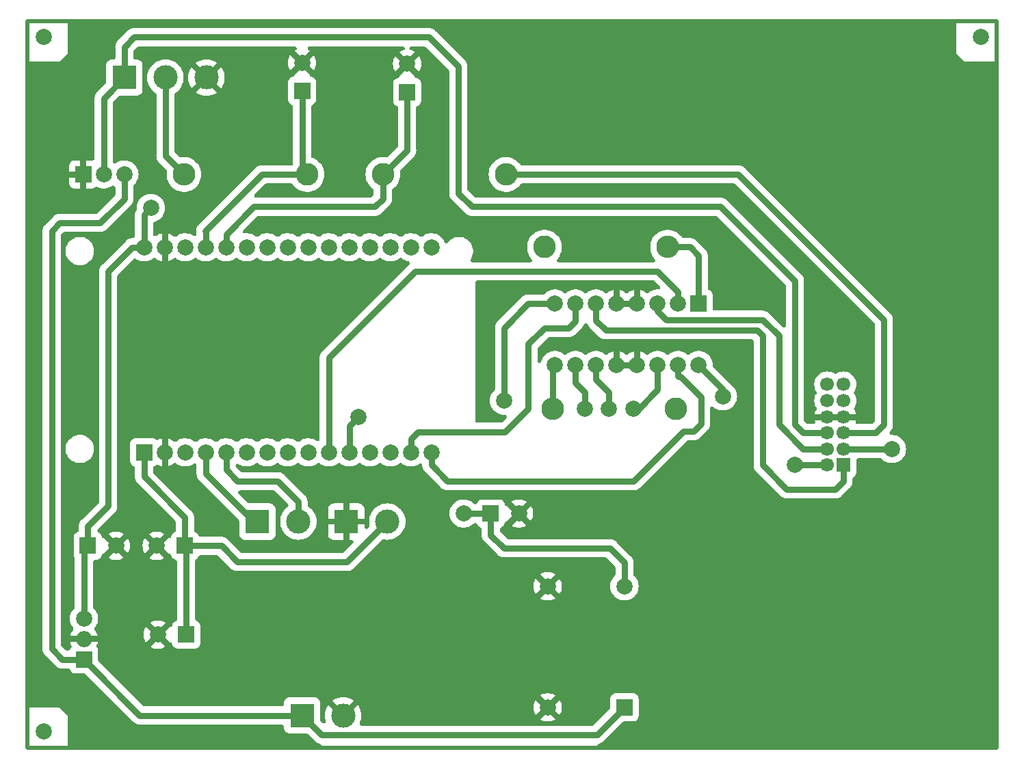
<source format=gbr>
%TF.GenerationSoftware,KiCad,Pcbnew,7.0.9*%
%TF.CreationDate,2023-12-22T15:14:44-03:00*%
%TF.ProjectId,Placa v0.1,506c6163-6120-4763-902e-312e6b696361,rev?*%
%TF.SameCoordinates,Original*%
%TF.FileFunction,Copper,L2,Bot*%
%TF.FilePolarity,Positive*%
%FSLAX46Y46*%
G04 Gerber Fmt 4.6, Leading zero omitted, Abs format (unit mm)*
G04 Created by KiCad (PCBNEW 7.0.9) date 2023-12-22 15:14:44*
%MOMM*%
%LPD*%
G01*
G04 APERTURE LIST*
%TA.AperFunction,ComponentPad*%
%ADD10R,2.000000X2.000000*%
%TD*%
%TA.AperFunction,ComponentPad*%
%ADD11C,2.000000*%
%TD*%
%TA.AperFunction,ComponentPad*%
%ADD12O,2.000000X2.000000*%
%TD*%
%TA.AperFunction,ComponentPad*%
%ADD13C,2.800000*%
%TD*%
%TA.AperFunction,ComponentPad*%
%ADD14O,2.800000X2.800000*%
%TD*%
%TA.AperFunction,ComponentPad*%
%ADD15R,3.000000X3.000000*%
%TD*%
%TA.AperFunction,ComponentPad*%
%ADD16C,3.000000*%
%TD*%
%TA.AperFunction,ComponentPad*%
%ADD17R,1.700000X1.700000*%
%TD*%
%TA.AperFunction,ComponentPad*%
%ADD18C,1.700000*%
%TD*%
%TA.AperFunction,ViaPad*%
%ADD19C,2.010000*%
%TD*%
%TA.AperFunction,ViaPad*%
%ADD20C,2.000000*%
%TD*%
%TA.AperFunction,Conductor*%
%ADD21C,0.750000*%
%TD*%
%TA.AperFunction,Profile*%
%ADD22C,0.500000*%
%TD*%
G04 APERTURE END LIST*
D10*
%TO.P,U6,1,IN+*%
%TO.N,+12V*%
X131900000Y-106000000D03*
D11*
%TO.P,U6,2,IN-*%
%TO.N,GND*%
X122400000Y-106000000D03*
%TO.P,U6,3,OUT+*%
%TO.N,/VREG-L293D*%
X131900000Y-91000000D03*
%TO.P,U6,4,OUT-*%
%TO.N,GND*%
X122400000Y-91000000D03*
%TD*%
D10*
%TO.P,C1,1*%
%TO.N,Net-(U1-D12)*%
X92000000Y-29652651D03*
D11*
%TO.P,C1,2*%
%TO.N,GND*%
X92000000Y-26152651D03*
%TD*%
D10*
%TO.P,C6,1*%
%TO.N,/VREG-L293D*%
X115347349Y-82000000D03*
D11*
%TO.P,C6,2*%
%TO.N,GND*%
X118847349Y-82000000D03*
%TD*%
D10*
%TO.P,U3,1,VI*%
%TO.N,+12V*%
X65000000Y-100080000D03*
D12*
%TO.P,U3,2,GND*%
%TO.N,GND*%
X65000000Y-97540000D03*
D11*
%TO.P,U3,3,VO*%
%TO.N,+5V*%
X65000000Y-95000000D03*
%TD*%
D10*
%TO.P,C4,1*%
%TO.N,+3.3V*%
X77652651Y-97000000D03*
D11*
%TO.P,C4,2*%
%TO.N,GND*%
X74152651Y-97000000D03*
%TD*%
D13*
%TO.P,R2,1*%
%TO.N,Net-(U1-D14)*%
X102000000Y-40000000D03*
D14*
%TO.P,R2,2*%
%TO.N,/JDSU REF*%
X117240000Y-40000000D03*
%TD*%
D15*
%TO.P,J4,1,Pin_1*%
%TO.N,+12V*%
X92000000Y-107000000D03*
D16*
%TO.P,J4,2,Pin_2*%
%TO.N,GND*%
X97080000Y-107000000D03*
%TD*%
D10*
%TO.P,U4,1,ADJ/GND*%
%TO.N,GND*%
X64900000Y-40000000D03*
D11*
%TO.P,U4,2,VOUT*%
%TO.N,+3.3VA*%
X67450000Y-40000000D03*
%TO.P,U4,3,VIN*%
%TO.N,+12V*%
X70000000Y-40000000D03*
%TD*%
D10*
%TO.P,C5,1*%
%TO.N,+5V*%
X65460000Y-86000000D03*
D11*
%TO.P,C5,2*%
%TO.N,GND*%
X68960000Y-86000000D03*
%TD*%
D10*
%TO.P,U1,1,3V3*%
%TO.N,+3.3V*%
X72440000Y-74420000D03*
D11*
%TO.P,U1,2,GND*%
%TO.N,GND*%
X74980000Y-74420000D03*
%TO.P,U1,3,D15*%
%TO.N,unconnected-(U1-D15-Pad3)*%
X77520000Y-74420000D03*
%TO.P,U1,4,D2*%
%TO.N,/CLK*%
X80060000Y-74420000D03*
%TO.P,U1,5,D4*%
%TO.N,/DIO*%
X82600000Y-74420000D03*
%TO.P,U1,6,RX2*%
%TO.N,unconnected-(U1-RX2-Pad6)*%
X85140000Y-74420000D03*
%TO.P,U1,7,TX2*%
%TO.N,unconnected-(U1-TX2-Pad7)*%
X87680000Y-74420000D03*
%TO.P,U1,8,D5*%
%TO.N,unconnected-(U1-D5-Pad8)*%
X90220000Y-74420000D03*
%TO.P,U1,9,D18*%
%TO.N,unconnected-(U1-D18-Pad9)*%
X92760000Y-74420000D03*
%TO.P,U1,10,D19*%
%TO.N,/Control GPIO 19*%
X95300000Y-74420000D03*
%TO.P,U1,11,D21*%
%TO.N,/Control GPIO 21*%
X97840000Y-74420000D03*
%TO.P,U1,12,RX0*%
%TO.N,unconnected-(U1-RX0-Pad12)*%
X100380000Y-74420000D03*
%TO.P,U1,13,TX0*%
%TO.N,unconnected-(U1-TX0-Pad13)*%
X102920000Y-74420000D03*
%TO.P,U1,14,D22*%
%TO.N,/Control GPIO 22*%
X105460000Y-74420000D03*
%TO.P,U1,15,D23*%
%TO.N,/Control GPIO 23*%
X108000000Y-74420000D03*
%TO.P,U1,16,EN*%
%TO.N,unconnected-(U1-EN-Pad16)*%
X108000000Y-49020000D03*
%TO.P,U1,17,VP*%
%TO.N,unconnected-(U1-VP-Pad17)*%
X105460000Y-49020000D03*
%TO.P,U1,18,VN*%
%TO.N,unconnected-(U1-VN-Pad18)*%
X102920000Y-49020000D03*
%TO.P,U1,19,D34*%
%TO.N,unconnected-(U1-D34-Pad19)*%
X100380000Y-49020000D03*
%TO.P,U1,20,D35*%
%TO.N,unconnected-(U1-D35-Pad20)*%
X97840000Y-49020000D03*
%TO.P,U1,21,D32*%
%TO.N,unconnected-(U1-D32-Pad21)*%
X95300000Y-49020000D03*
%TO.P,U1,22,D33*%
%TO.N,unconnected-(U1-D33-Pad22)*%
X92760000Y-49020000D03*
%TO.P,U1,23,D25*%
%TO.N,unconnected-(U1-D25-Pad23)*%
X90220000Y-49020000D03*
%TO.P,U1,24,D26*%
%TO.N,unconnected-(U1-D26-Pad24)*%
X87680000Y-49020000D03*
%TO.P,U1,25,D27*%
%TO.N,unconnected-(U1-D27-Pad25)*%
X85140000Y-49020000D03*
%TO.P,U1,26,D14*%
%TO.N,Net-(U1-D14)*%
X82600000Y-49020000D03*
%TO.P,U1,27,D12*%
%TO.N,Net-(U1-D12)*%
X80060000Y-49020000D03*
%TO.P,U1,28,D13*%
%TO.N,unconnected-(U1-D13-Pad28)*%
X77520000Y-49020000D03*
%TO.P,U1,29,GND*%
%TO.N,GND*%
X74980000Y-49020000D03*
%TO.P,U1,30,VIN*%
%TO.N,+5V*%
X72440000Y-49020000D03*
%TD*%
D13*
%TO.P,R4,1*%
%TO.N,+5V*%
X138240000Y-69000000D03*
D14*
%TO.P,R4,2*%
%TO.N,Net-(U2-EN3\u002C4)*%
X123000000Y-69000000D03*
%TD*%
D15*
%TO.P,J1,1,Pin_1*%
%TO.N,+3.3VA*%
X70000000Y-28000000D03*
D16*
%TO.P,J1,2,Pin_2*%
%TO.N,Net-(J1-Pin_2)*%
X75080000Y-28000000D03*
%TO.P,J1,3,Pin_3*%
%TO.N,GND*%
X80160000Y-28000000D03*
%TD*%
D10*
%TO.P,U2,1,EN1\u002C2*%
%TO.N,Net-(U2-EN1\u002C2)*%
X141080000Y-56000000D03*
D11*
%TO.P,U2,2,1A*%
%TO.N,/Control GPIO 19*%
X138540000Y-56000000D03*
%TO.P,U2,3,1Y*%
%TO.N,Net-(U2-1Y)*%
X136000000Y-56000000D03*
%TO.P,U2,4,GND*%
%TO.N,GND*%
X133460000Y-56000000D03*
%TO.P,U2,5,GND*%
X130920000Y-56000000D03*
%TO.P,U2,6,2Y*%
%TO.N,Net-(U2-2Y)*%
X128380000Y-56000000D03*
%TO.P,U2,7,2A*%
%TO.N,/Control GPIO 22*%
X125840000Y-56000000D03*
%TO.P,U2,8,VCC2*%
%TO.N,/VREG-L293D*%
X123300000Y-56000000D03*
%TO.P,U2,9,EN3\u002C4*%
%TO.N,Net-(U2-EN3\u002C4)*%
X123300000Y-63620000D03*
%TO.P,U2,10,3A*%
%TO.N,/Control GPIO 21*%
X125840000Y-63620000D03*
%TO.P,U2,11,3Y*%
%TO.N,Net-(U2-3Y)*%
X128380000Y-63620000D03*
%TO.P,U2,12,GND*%
%TO.N,GND*%
X130920000Y-63620000D03*
%TO.P,U2,13,GND*%
X133460000Y-63620000D03*
%TO.P,U2,14,4Y*%
%TO.N,Net-(U2-4Y)*%
X136000000Y-63620000D03*
%TO.P,U2,15,4A*%
%TO.N,/Control GPIO 23*%
X138540000Y-63620000D03*
%TO.P,U2,16,VCC1*%
%TO.N,+5V*%
X141080000Y-63620000D03*
%TD*%
D10*
%TO.P,C2,1*%
%TO.N,Net-(U1-D14)*%
X105000000Y-29805302D03*
D11*
%TO.P,C2,2*%
%TO.N,GND*%
X105000000Y-26305302D03*
%TD*%
D15*
%TO.P,J2,1,Pin_1*%
%TO.N,GND*%
X97460000Y-83000000D03*
D16*
%TO.P,J2,2,Pin_2*%
%TO.N,+3.3V*%
X102540000Y-83000000D03*
%TD*%
D13*
%TO.P,R3,1*%
%TO.N,+5V*%
X122000000Y-49000000D03*
D14*
%TO.P,R3,2*%
%TO.N,Net-(U2-EN1\u002C2)*%
X137240000Y-49000000D03*
%TD*%
D15*
%TO.P,J3,1,Pin_1*%
%TO.N,/CLK*%
X86460000Y-83000000D03*
D16*
%TO.P,J3,2,Pin_2*%
%TO.N,/DIO*%
X91540000Y-83000000D03*
%TD*%
D13*
%TO.P,R1,1*%
%TO.N,Net-(U1-D12)*%
X92620000Y-40000000D03*
D14*
%TO.P,R1,2*%
%TO.N,Net-(J1-Pin_2)*%
X77380000Y-40000000D03*
%TD*%
D10*
%TO.P,C3,1*%
%TO.N,+3.3V*%
X77500000Y-86000000D03*
D11*
%TO.P,C3,2*%
%TO.N,GND*%
X74000000Y-86000000D03*
%TD*%
D17*
%TO.P,U5,1,A-*%
%TO.N,Net-(U2-2Y)*%
X159000000Y-76000000D03*
D18*
%TO.P,U5,2,B+*%
%TO.N,Net-(U2-4Y)*%
X157000000Y-76000000D03*
%TO.P,U5,3,B-*%
%TO.N,Net-(U2-3Y)*%
X159000000Y-74000000D03*
%TO.P,U5,4,A+*%
%TO.N,Net-(U2-1Y)*%
X157000000Y-74000000D03*
%TO.P,U5,5,POT_WIPER*%
%TO.N,/JDSU REF*%
X159000000Y-72000000D03*
%TO.P,U5,6,POT+*%
%TO.N,+3.3VA*%
X157000000Y-72000000D03*
%TO.P,U5,7,POT-*%
%TO.N,GND*%
X159000000Y-70000000D03*
%TO.P,U5,8,CASE_GND*%
X157000000Y-70000000D03*
%TO.P,U5,9,NC*%
%TO.N,unconnected-(U5-NC-Pad9)*%
X159000000Y-68000000D03*
%TO.P,U5,10,NC*%
%TO.N,unconnected-(U5-NC-Pad10)*%
X157000000Y-68000000D03*
%TO.P,U5,11,NC*%
%TO.N,unconnected-(U5-NC-Pad11)*%
X159000000Y-66000000D03*
%TO.P,U5,12,NC*%
%TO.N,unconnected-(U5-NC-Pad12)*%
X157000000Y-66000000D03*
%TD*%
D19*
%TO.N,*%
X60000000Y-23000000D03*
X60000000Y-109000000D03*
X176000000Y-23000000D03*
D20*
%TO.N,GND*%
X116000000Y-55200000D03*
X127200000Y-60600000D03*
X158250000Y-60430000D03*
X64970000Y-62510000D03*
%TO.N,/Control GPIO 21*%
X127000000Y-69000000D03*
X99000000Y-70000000D03*
%TO.N,/VREG-L293D*%
X117000000Y-68000000D03*
X112000000Y-82000000D03*
%TO.N,Net-(U2-3Y)*%
X130000000Y-69000000D03*
X165000000Y-74000000D03*
%TO.N,Net-(U2-4Y)*%
X133000000Y-69000000D03*
X153000000Y-76000000D03*
%TO.N,+5V*%
X144080000Y-67480000D03*
X73280000Y-44170000D03*
%TD*%
D21*
%TO.N,Net-(U1-D14)*%
X82600000Y-49020000D02*
X82600000Y-47400000D01*
X102000000Y-43000000D02*
X102000000Y-40000000D01*
X101000000Y-44000000D02*
X102000000Y-43000000D01*
X105000000Y-37000000D02*
X105000000Y-29805302D01*
X82600000Y-47400000D02*
X86000000Y-44000000D01*
X86000000Y-44000000D02*
X101000000Y-44000000D01*
X102000000Y-40000000D02*
X105000000Y-37000000D01*
%TO.N,Net-(U1-D12)*%
X92620000Y-40000000D02*
X87000000Y-40000000D01*
X80060000Y-47060000D02*
X80060000Y-49020000D01*
X87000000Y-40000000D02*
X80000000Y-47000000D01*
X80000000Y-47000000D02*
X80060000Y-47060000D01*
X92000000Y-29652651D02*
X92000000Y-39380000D01*
X92000000Y-39380000D02*
X92620000Y-40000000D01*
%TO.N,GND*%
X74980000Y-49020000D02*
X74980000Y-51380000D01*
X74980000Y-76980000D02*
X75000000Y-77000000D01*
X130920000Y-63620000D02*
X130920000Y-61680000D01*
X157000000Y-70000000D02*
X159000000Y-70000000D01*
X133460000Y-61660000D02*
X133400000Y-61600000D01*
X74980000Y-72020000D02*
X74980000Y-74420000D01*
X130920000Y-56000000D02*
X130920000Y-54020000D01*
X74980000Y-49020000D02*
X74980000Y-46920000D01*
X74980000Y-51380000D02*
X75000000Y-51400000D01*
X133460000Y-56000000D02*
X133460000Y-54040000D01*
X130920000Y-61680000D02*
X131000000Y-61600000D01*
X74980000Y-72020000D02*
X75000000Y-72000000D01*
X133460000Y-56000000D02*
X130920000Y-56000000D01*
X133460000Y-63620000D02*
X133460000Y-61660000D01*
X130920000Y-54020000D02*
X130900000Y-54000000D01*
X74980000Y-74420000D02*
X74980000Y-76980000D01*
X133460000Y-63620000D02*
X130920000Y-63620000D01*
X157000000Y-70000000D02*
X155000000Y-70000000D01*
X74980000Y-46920000D02*
X75100000Y-46800000D01*
X159000000Y-70000000D02*
X162000000Y-70000000D01*
%TO.N,+12V*%
X62310000Y-100080000D02*
X61000000Y-98770000D01*
X65000000Y-100080000D02*
X62310000Y-100080000D01*
X128500000Y-109400000D02*
X131900000Y-106000000D01*
X61000000Y-47000000D02*
X62000000Y-46000000D01*
X92000000Y-107000000D02*
X71920000Y-107000000D01*
X71920000Y-107000000D02*
X65000000Y-100080000D01*
X67000000Y-46000000D02*
X70000000Y-43000000D01*
X62000000Y-46000000D02*
X67000000Y-46000000D01*
X70000000Y-43000000D02*
X70000000Y-40000000D01*
X92000000Y-107000000D02*
X94400000Y-109400000D01*
X61000000Y-98770000D02*
X61000000Y-47000000D01*
X94400000Y-109400000D02*
X128500000Y-109400000D01*
%TO.N,/Control GPIO 23*%
X140470000Y-71790000D02*
X141370000Y-70890000D01*
X138880000Y-65060000D02*
X138620000Y-65060000D01*
X138540000Y-64980000D02*
X138540000Y-63620000D01*
X108000000Y-76000000D02*
X110000000Y-78000000D01*
X141370000Y-67550000D02*
X138880000Y-65060000D01*
X110000000Y-78000000D02*
X133000000Y-78000000D01*
X108000000Y-74420000D02*
X108000000Y-76000000D01*
X141370000Y-70890000D02*
X141370000Y-67550000D01*
X139210000Y-71790000D02*
X140470000Y-71790000D01*
X133000000Y-78000000D02*
X139210000Y-71790000D01*
X138620000Y-65060000D02*
X138540000Y-64980000D01*
%TO.N,/Control GPIO 22*%
X125000000Y-59000000D02*
X122000000Y-59000000D01*
X117125000Y-71875000D02*
X106365000Y-71875000D01*
X120000000Y-61000000D02*
X120000000Y-69000000D01*
X122000000Y-59000000D02*
X120000000Y-61000000D01*
X120000000Y-69000000D02*
X117125000Y-71875000D01*
X125840000Y-58160000D02*
X125000000Y-59000000D01*
X106365000Y-71875000D02*
X105460000Y-72780000D01*
X125840000Y-56000000D02*
X125840000Y-58160000D01*
X105460000Y-72780000D02*
X105460000Y-74420000D01*
%TO.N,/Control GPIO 21*%
X97840000Y-74420000D02*
X97840000Y-71160000D01*
X127000000Y-67000000D02*
X127000000Y-69000000D01*
X125840000Y-65840000D02*
X127000000Y-67000000D01*
X125840000Y-63620000D02*
X125840000Y-65840000D01*
X97840000Y-71160000D02*
X99000000Y-70000000D01*
%TO.N,/Control GPIO 19*%
X95300000Y-62700000D02*
X106000000Y-52000000D01*
X138540000Y-54540000D02*
X138540000Y-56000000D01*
X136000000Y-52000000D02*
X138540000Y-54540000D01*
X95300000Y-74420000D02*
X95300000Y-62700000D01*
X106000000Y-52000000D02*
X136000000Y-52000000D01*
%TO.N,/DIO*%
X82600000Y-74420000D02*
X82600000Y-76600000D01*
X84000000Y-78000000D02*
X89000000Y-78000000D01*
X89000000Y-78000000D02*
X91540000Y-80540000D01*
X82600000Y-76600000D02*
X84000000Y-78000000D01*
X91540000Y-80540000D02*
X91540000Y-83000000D01*
%TO.N,/CLK*%
X80060000Y-77060000D02*
X86000000Y-83000000D01*
X80060000Y-74420000D02*
X80060000Y-77060000D01*
X86000000Y-83000000D02*
X86460000Y-83000000D01*
%TO.N,+3.3V*%
X72440000Y-77440000D02*
X77500000Y-82500000D01*
X97540000Y-88000000D02*
X84000000Y-88000000D01*
X82000000Y-86000000D02*
X77500000Y-86000000D01*
X77652651Y-86152651D02*
X77500000Y-86000000D01*
X77500000Y-82500000D02*
X77500000Y-86000000D01*
X102540000Y-83000000D02*
X97540000Y-88000000D01*
X72440000Y-74420000D02*
X72440000Y-77440000D01*
X84000000Y-88000000D02*
X82000000Y-86000000D01*
X77652651Y-97000000D02*
X77652651Y-86152651D01*
%TO.N,Net-(U2-EN1\u002C2)*%
X137240000Y-49000000D02*
X140000000Y-49000000D01*
X141080000Y-50080000D02*
X141080000Y-56000000D01*
X140000000Y-49000000D02*
X141080000Y-50080000D01*
%TO.N,Net-(U2-1Y)*%
X151000000Y-60000000D02*
X151000000Y-71000000D01*
X137100000Y-58000000D02*
X136000000Y-56900000D01*
X154000000Y-74000000D02*
X157000000Y-74000000D01*
X149000000Y-58000000D02*
X151000000Y-60000000D01*
X149000000Y-58000000D02*
X137100000Y-58000000D01*
X136000000Y-56900000D02*
X136000000Y-56000000D01*
X151000000Y-71000000D02*
X154000000Y-74000000D01*
%TO.N,Net-(U2-2Y)*%
X128380000Y-58100000D02*
X128380000Y-56000000D01*
X159000000Y-76000000D02*
X159000000Y-78000000D01*
X149000000Y-60000000D02*
X148300000Y-59300000D01*
X158000000Y-79000000D02*
X152000000Y-79000000D01*
X129580000Y-59300000D02*
X128380000Y-58100000D01*
X152000000Y-79000000D02*
X149000000Y-76000000D01*
X148300000Y-59300000D02*
X129580000Y-59300000D01*
X159000000Y-78000000D02*
X158000000Y-79000000D01*
X149000000Y-76000000D02*
X149000000Y-60000000D01*
%TO.N,/VREG-L293D*%
X117000000Y-59000000D02*
X120000000Y-56000000D01*
X117000000Y-86300000D02*
X115347349Y-84647349D01*
X117000000Y-68000000D02*
X117000000Y-59000000D01*
X115347349Y-84647349D02*
X115347349Y-82000000D01*
X131900000Y-91000000D02*
X131900000Y-88100000D01*
X131900000Y-88100000D02*
X130100000Y-86300000D01*
X130100000Y-86300000D02*
X117000000Y-86300000D01*
X120000000Y-56000000D02*
X123300000Y-56000000D01*
X115347349Y-82000000D02*
X112000000Y-82000000D01*
%TO.N,Net-(U2-EN3\u002C4)*%
X123000000Y-69000000D02*
X123000000Y-63920000D01*
X123000000Y-63920000D02*
X123300000Y-63620000D01*
%TO.N,Net-(U2-3Y)*%
X130000000Y-67000000D02*
X130000000Y-69000000D01*
X128380000Y-65380000D02*
X128380000Y-63620000D01*
X128380000Y-65380000D02*
X130000000Y-67000000D01*
X165000000Y-74000000D02*
X159000000Y-74000000D01*
%TO.N,Net-(U2-4Y)*%
X136000000Y-66670000D02*
X136000000Y-63620000D01*
X133670000Y-69000000D02*
X136000000Y-66670000D01*
X157000000Y-76000000D02*
X153000000Y-76000000D01*
X133000000Y-69000000D02*
X133670000Y-69000000D01*
%TO.N,+5V*%
X68000000Y-52000000D02*
X70980000Y-49020000D01*
X68000000Y-81080000D02*
X68000000Y-52000000D01*
X144080000Y-66620000D02*
X141080000Y-63620000D01*
X65460000Y-83620000D02*
X68000000Y-81080000D01*
X73280000Y-44170000D02*
X72440000Y-45010000D01*
X72440000Y-45010000D02*
X72440000Y-49020000D01*
X65460000Y-86000000D02*
X65460000Y-83620000D01*
X65000000Y-95000000D02*
X65000000Y-86460000D01*
X65000000Y-86460000D02*
X65460000Y-86000000D01*
X70980000Y-49020000D02*
X72440000Y-49020000D01*
X144080000Y-67480000D02*
X144080000Y-66620000D01*
%TO.N,+3.3VA*%
X67450000Y-40000000D02*
X67450000Y-30550000D01*
X111320000Y-42320000D02*
X113000000Y-44000000D01*
X70000000Y-28000000D02*
X70000000Y-24200000D01*
X67450000Y-30550000D02*
X70000000Y-28000000D01*
X153000000Y-71000000D02*
X154000000Y-72000000D01*
X154000000Y-72000000D02*
X157000000Y-72000000D01*
X143790000Y-44000000D02*
X153000000Y-53210000D01*
X70000000Y-24200000D02*
X71200000Y-23000000D01*
X153000000Y-53210000D02*
X153000000Y-71000000D01*
X113000000Y-44000000D02*
X143790000Y-44000000D01*
X107700000Y-23000000D02*
X111320000Y-26620000D01*
X111320000Y-26620000D02*
X111320000Y-42320000D01*
X71200000Y-23000000D02*
X107700000Y-23000000D01*
%TO.N,/JDSU REF*%
X164000000Y-58000000D02*
X164000000Y-71000000D01*
X117240000Y-40000000D02*
X146000000Y-40000000D01*
X146000000Y-40000000D02*
X164000000Y-58000000D01*
X164000000Y-71000000D02*
X163000000Y-72000000D01*
X163000000Y-72000000D02*
X159000000Y-72000000D01*
%TO.N,Net-(J1-Pin_2)*%
X75080000Y-28000000D02*
X75080000Y-37700000D01*
X75080000Y-37700000D02*
X77380000Y-40000000D01*
%TD*%
%TA.AperFunction,Conductor*%
%TO.N,GND*%
G36*
X172846288Y-21019454D02*
G01*
X172927070Y-21073430D01*
X172981046Y-21154212D01*
X173000000Y-21249500D01*
X173000000Y-25000000D01*
X174000000Y-26000000D01*
X177750500Y-26000000D01*
X177845788Y-26018954D01*
X177926570Y-26072930D01*
X177980546Y-26153712D01*
X177999500Y-26249000D01*
X177999500Y-110750500D01*
X177980546Y-110845788D01*
X177926570Y-110926570D01*
X177845788Y-110980546D01*
X177750500Y-110999500D01*
X128779362Y-110999500D01*
X128684074Y-110980546D01*
X128603292Y-110926570D01*
X128549316Y-110845788D01*
X128530362Y-110750500D01*
X128549316Y-110655212D01*
X128603292Y-110574430D01*
X128684074Y-110520454D01*
X128709207Y-110511587D01*
X128750944Y-110499331D01*
X128774253Y-110492487D01*
X128782852Y-110490291D01*
X128844258Y-110476934D01*
X128874601Y-110463939D01*
X128888544Y-110458928D01*
X128920209Y-110449631D01*
X128976091Y-110420820D01*
X128984067Y-110417063D01*
X129041849Y-110392321D01*
X129069187Y-110373817D01*
X129081909Y-110366267D01*
X129111259Y-110351138D01*
X129160670Y-110312280D01*
X129167805Y-110307070D01*
X129219855Y-110271843D01*
X129243194Y-110248502D01*
X129254274Y-110238668D01*
X129280217Y-110218268D01*
X129321374Y-110170769D01*
X129327413Y-110164284D01*
X130491697Y-109000000D01*
X131668267Y-107823428D01*
X131749049Y-107769453D01*
X131844337Y-107750499D01*
X132950006Y-107750499D01*
X132950008Y-107750499D01*
X133052797Y-107739999D01*
X133219334Y-107684814D01*
X133368656Y-107592712D01*
X133492712Y-107468656D01*
X133584814Y-107319334D01*
X133639999Y-107152797D01*
X133650500Y-107050009D01*
X133650499Y-104949992D01*
X133639999Y-104847203D01*
X133584814Y-104680666D01*
X133492712Y-104531344D01*
X133368656Y-104407288D01*
X133219334Y-104315186D01*
X133219332Y-104315185D01*
X133219330Y-104315184D01*
X133219332Y-104315184D01*
X133052802Y-104260002D01*
X133052798Y-104260001D01*
X133052797Y-104260001D01*
X132950009Y-104249500D01*
X132950005Y-104249500D01*
X130849993Y-104249500D01*
X130747199Y-104260001D01*
X130580667Y-104315185D01*
X130431346Y-104407286D01*
X130307286Y-104531346D01*
X130215184Y-104680668D01*
X130160002Y-104847197D01*
X130160001Y-104847204D01*
X130149500Y-104949988D01*
X130149500Y-106055661D01*
X130130546Y-106150949D01*
X130076570Y-106231730D01*
X128106733Y-108201569D01*
X128025951Y-108255546D01*
X127930663Y-108274500D01*
X99360628Y-108274500D01*
X99265340Y-108255546D01*
X99184558Y-108201570D01*
X99130582Y-108120788D01*
X99111628Y-108025500D01*
X99130582Y-107930212D01*
X99137307Y-107915370D01*
X99163183Y-107862896D01*
X99163191Y-107862877D01*
X99257995Y-107583599D01*
X99257996Y-107583592D01*
X99279719Y-107474385D01*
X121455944Y-107474385D01*
X121522542Y-107519791D01*
X121522555Y-107519798D01*
X121758853Y-107633594D01*
X121758858Y-107633596D01*
X122009489Y-107710906D01*
X122268854Y-107750000D01*
X122531146Y-107750000D01*
X122790510Y-107710906D01*
X123041141Y-107633596D01*
X123277460Y-107519790D01*
X123344055Y-107474385D01*
X122400000Y-106530330D01*
X121455944Y-107474385D01*
X99279719Y-107474385D01*
X99315536Y-107294324D01*
X99315538Y-107294312D01*
X99334827Y-107000000D01*
X99315538Y-106705687D01*
X99315536Y-106705675D01*
X99257996Y-106416407D01*
X99257995Y-106416400D01*
X99163191Y-106137122D01*
X99163183Y-106137103D01*
X99095571Y-106000000D01*
X120645093Y-106000000D01*
X120664694Y-106261558D01*
X120723058Y-106517268D01*
X120818880Y-106761420D01*
X120924796Y-106944871D01*
X121797778Y-106071889D01*
X121900000Y-106071889D01*
X121940507Y-106209844D01*
X122018239Y-106330798D01*
X122126900Y-106424952D01*
X122257685Y-106484680D01*
X122364237Y-106500000D01*
X122435763Y-106500000D01*
X122542315Y-106484680D01*
X122673100Y-106424952D01*
X122781761Y-106330798D01*
X122859493Y-106209844D01*
X122900000Y-106071889D01*
X122900000Y-105999999D01*
X122930330Y-105999999D01*
X123875202Y-106944871D01*
X123981117Y-106761426D01*
X124076941Y-106517268D01*
X124135305Y-106261558D01*
X124154906Y-106000000D01*
X124135305Y-105738441D01*
X124076941Y-105482731D01*
X123981119Y-105238579D01*
X123875202Y-105055127D01*
X122930330Y-105999999D01*
X122900000Y-105999999D01*
X122900000Y-105928111D01*
X122859493Y-105790156D01*
X122781761Y-105669202D01*
X122673100Y-105575048D01*
X122542315Y-105515320D01*
X122435763Y-105500000D01*
X122364237Y-105500000D01*
X122257685Y-105515320D01*
X122126900Y-105575048D01*
X122018239Y-105669202D01*
X121940507Y-105790156D01*
X121900000Y-105928111D01*
X121900000Y-106071889D01*
X121797778Y-106071889D01*
X121869668Y-105999999D01*
X120924796Y-105055127D01*
X120818885Y-105238569D01*
X120818883Y-105238574D01*
X120723058Y-105482732D01*
X120664694Y-105738441D01*
X120645093Y-106000000D01*
X99095571Y-106000000D01*
X99032743Y-105872596D01*
X99032733Y-105872579D01*
X98914580Y-105695750D01*
X97815540Y-106794789D01*
X97813029Y-106780546D01*
X97742660Y-106617413D01*
X97636567Y-106474906D01*
X97500470Y-106360706D01*
X97341705Y-106280972D01*
X97282683Y-106266983D01*
X98384248Y-105165418D01*
X98384248Y-105165417D01*
X98207419Y-105047265D01*
X98207418Y-105047264D01*
X97942896Y-104916816D01*
X97942877Y-104916808D01*
X97663599Y-104822004D01*
X97663592Y-104822003D01*
X97374324Y-104764463D01*
X97374312Y-104764461D01*
X97080000Y-104745172D01*
X96785687Y-104764461D01*
X96785675Y-104764463D01*
X96496407Y-104822003D01*
X96496400Y-104822004D01*
X96217122Y-104916808D01*
X96217103Y-104916816D01*
X95952581Y-105047264D01*
X95952580Y-105047265D01*
X95775750Y-105165418D01*
X95775750Y-105165419D01*
X96875857Y-106265526D01*
X96736591Y-106316216D01*
X96588156Y-106413843D01*
X96466236Y-106543070D01*
X96377405Y-106696930D01*
X96347267Y-106797597D01*
X95245419Y-105695750D01*
X95245418Y-105695750D01*
X95127265Y-105872580D01*
X95127264Y-105872581D01*
X94996816Y-106137103D01*
X94996808Y-106137122D01*
X94902004Y-106416400D01*
X94902003Y-106416407D01*
X94844463Y-106705675D01*
X94844461Y-106705687D01*
X94825172Y-107000000D01*
X94844461Y-107294312D01*
X94844463Y-107294324D01*
X94902003Y-107583592D01*
X94902004Y-107583599D01*
X94932194Y-107672533D01*
X94944876Y-107768857D01*
X94919731Y-107862701D01*
X94860587Y-107939780D01*
X94776448Y-107988357D01*
X94680124Y-108001039D01*
X94586280Y-107975894D01*
X94520339Y-107928642D01*
X94323429Y-107731732D01*
X94269453Y-107650950D01*
X94250499Y-107555662D01*
X94250499Y-105449993D01*
X94250499Y-105449991D01*
X94239999Y-105347203D01*
X94184814Y-105180666D01*
X94092712Y-105031344D01*
X93968656Y-104907288D01*
X93819334Y-104815186D01*
X93819332Y-104815185D01*
X93819330Y-104815184D01*
X93819332Y-104815184D01*
X93652802Y-104760002D01*
X93652798Y-104760001D01*
X93652797Y-104760001D01*
X93550009Y-104749500D01*
X93550005Y-104749500D01*
X90449993Y-104749500D01*
X90347199Y-104760001D01*
X90180667Y-104815185D01*
X90031346Y-104907286D01*
X89907286Y-105031346D01*
X89815184Y-105180668D01*
X89760002Y-105347197D01*
X89760001Y-105347204D01*
X89749500Y-105449988D01*
X89749500Y-105625500D01*
X89730546Y-105720788D01*
X89676570Y-105801570D01*
X89595788Y-105855546D01*
X89500500Y-105874500D01*
X72489337Y-105874500D01*
X72394049Y-105855546D01*
X72313267Y-105801570D01*
X71037310Y-104525613D01*
X121455944Y-104525613D01*
X122399999Y-105469668D01*
X123344054Y-104525613D01*
X123277459Y-104480208D01*
X123277446Y-104480201D01*
X123041147Y-104366405D01*
X123041141Y-104366403D01*
X122790510Y-104289093D01*
X122531146Y-104250000D01*
X122268854Y-104250000D01*
X122009489Y-104289093D01*
X121758858Y-104366403D01*
X121522545Y-104480206D01*
X121522543Y-104480208D01*
X121455944Y-104525613D01*
X71037310Y-104525613D01*
X66823429Y-100311732D01*
X66769453Y-100230950D01*
X66750499Y-100135662D01*
X66750499Y-99029993D01*
X66745798Y-98983971D01*
X66739999Y-98927203D01*
X66732384Y-98904224D01*
X66708639Y-98832566D01*
X66684814Y-98760666D01*
X66592712Y-98611344D01*
X66592707Y-98611339D01*
X66587420Y-98604652D01*
X66543185Y-98518152D01*
X66539675Y-98474385D01*
X73208595Y-98474385D01*
X73275193Y-98519791D01*
X73275206Y-98519798D01*
X73511504Y-98633594D01*
X73511509Y-98633596D01*
X73762140Y-98710906D01*
X74021505Y-98750000D01*
X74283797Y-98750000D01*
X74543161Y-98710906D01*
X74793792Y-98633596D01*
X75030111Y-98519790D01*
X75096706Y-98474385D01*
X74152651Y-97530330D01*
X73208595Y-98474385D01*
X66539675Y-98474385D01*
X66535419Y-98421308D01*
X66565305Y-98328864D01*
X66567099Y-98325703D01*
X66581119Y-98301420D01*
X66676940Y-98057270D01*
X66709413Y-97915000D01*
X65330748Y-97915000D01*
X65381761Y-97870798D01*
X65459493Y-97749844D01*
X65500000Y-97611889D01*
X65500000Y-97468111D01*
X65459493Y-97330156D01*
X65381761Y-97209202D01*
X65330748Y-97165000D01*
X66709412Y-97165000D01*
X66676941Y-97022732D01*
X66668019Y-97000000D01*
X72397744Y-97000000D01*
X72417345Y-97261558D01*
X72475709Y-97517268D01*
X72571531Y-97761420D01*
X72677447Y-97944871D01*
X73550429Y-97071889D01*
X73652651Y-97071889D01*
X73693158Y-97209844D01*
X73770890Y-97330798D01*
X73879551Y-97424952D01*
X74010336Y-97484680D01*
X74116888Y-97500000D01*
X74188414Y-97500000D01*
X74294966Y-97484680D01*
X74425751Y-97424952D01*
X74534412Y-97330798D01*
X74612144Y-97209844D01*
X74652651Y-97071889D01*
X74652651Y-96928111D01*
X74612144Y-96790156D01*
X74534412Y-96669202D01*
X74425751Y-96575048D01*
X74294966Y-96515320D01*
X74188414Y-96500000D01*
X74116888Y-96500000D01*
X74010336Y-96515320D01*
X73879551Y-96575048D01*
X73770890Y-96669202D01*
X73693158Y-96790156D01*
X73652651Y-96928111D01*
X73652651Y-97071889D01*
X73550429Y-97071889D01*
X73622319Y-96999999D01*
X72677447Y-96055127D01*
X72571536Y-96238569D01*
X72571534Y-96238574D01*
X72475709Y-96482732D01*
X72417345Y-96738441D01*
X72397744Y-97000000D01*
X66668019Y-97000000D01*
X66581114Y-96778569D01*
X66449971Y-96551425D01*
X66349669Y-96425650D01*
X66305077Y-96339333D01*
X66296911Y-96242522D01*
X66326414Y-96149955D01*
X66349669Y-96115152D01*
X66396258Y-96056731D01*
X66450386Y-95988857D01*
X66581568Y-95761643D01*
X66674203Y-95525613D01*
X73208595Y-95525613D01*
X74152650Y-96469668D01*
X75096705Y-95525613D01*
X75030110Y-95480208D01*
X75030097Y-95480201D01*
X74793798Y-95366405D01*
X74793792Y-95366403D01*
X74543161Y-95289093D01*
X74283797Y-95250000D01*
X74021505Y-95250000D01*
X73762140Y-95289093D01*
X73511509Y-95366403D01*
X73275196Y-95480206D01*
X73275194Y-95480208D01*
X73208595Y-95525613D01*
X66674203Y-95525613D01*
X66677420Y-95517416D01*
X66735802Y-95261630D01*
X66755408Y-95000000D01*
X66735802Y-94738370D01*
X66677420Y-94482584D01*
X66581568Y-94238357D01*
X66450386Y-94011143D01*
X66286805Y-93806019D01*
X66205137Y-93730242D01*
X66148178Y-93651535D01*
X66125674Y-93557023D01*
X66125500Y-93547712D01*
X66125500Y-87999499D01*
X66144454Y-87904211D01*
X66198430Y-87823429D01*
X66279212Y-87769453D01*
X66374500Y-87750499D01*
X66510006Y-87750499D01*
X66510008Y-87750499D01*
X66612797Y-87739999D01*
X66779334Y-87684814D01*
X66928656Y-87592712D01*
X67046983Y-87474385D01*
X68015944Y-87474385D01*
X68082542Y-87519791D01*
X68082555Y-87519798D01*
X68318853Y-87633594D01*
X68318858Y-87633596D01*
X68569489Y-87710906D01*
X68828854Y-87750000D01*
X69091146Y-87750000D01*
X69350510Y-87710906D01*
X69601141Y-87633596D01*
X69837460Y-87519790D01*
X69904055Y-87474385D01*
X73055944Y-87474385D01*
X73122542Y-87519791D01*
X73122555Y-87519798D01*
X73358853Y-87633594D01*
X73358858Y-87633596D01*
X73609489Y-87710906D01*
X73868854Y-87750000D01*
X74131146Y-87750000D01*
X74390510Y-87710906D01*
X74641141Y-87633596D01*
X74877460Y-87519790D01*
X74944055Y-87474385D01*
X74000000Y-86530330D01*
X73055944Y-87474385D01*
X69904055Y-87474385D01*
X68960000Y-86530330D01*
X68015944Y-87474385D01*
X67046983Y-87474385D01*
X67052712Y-87468656D01*
X67144814Y-87319334D01*
X67199999Y-87152797D01*
X67199999Y-87152788D01*
X67202845Y-87139501D01*
X67206507Y-87140285D01*
X67227095Y-87073030D01*
X67288920Y-86998085D01*
X67374719Y-86952504D01*
X67471430Y-86943227D01*
X67478895Y-86944095D01*
X67484796Y-86944871D01*
X68357778Y-86071889D01*
X68460000Y-86071889D01*
X68500507Y-86209844D01*
X68578239Y-86330798D01*
X68686900Y-86424952D01*
X68817685Y-86484680D01*
X68924237Y-86500000D01*
X68995763Y-86500000D01*
X69102315Y-86484680D01*
X69233100Y-86424952D01*
X69341761Y-86330798D01*
X69419493Y-86209844D01*
X69460000Y-86071889D01*
X69460000Y-85999999D01*
X69490330Y-85999999D01*
X70435202Y-86944871D01*
X70541117Y-86761426D01*
X70636941Y-86517268D01*
X70695305Y-86261558D01*
X70714906Y-86000000D01*
X72245093Y-86000000D01*
X72264694Y-86261558D01*
X72323058Y-86517268D01*
X72418880Y-86761420D01*
X72524796Y-86944871D01*
X73397778Y-86071889D01*
X73500000Y-86071889D01*
X73540507Y-86209844D01*
X73618239Y-86330798D01*
X73726900Y-86424952D01*
X73857685Y-86484680D01*
X73964237Y-86500000D01*
X74035763Y-86500000D01*
X74142315Y-86484680D01*
X74273100Y-86424952D01*
X74381761Y-86330798D01*
X74459493Y-86209844D01*
X74500000Y-86071889D01*
X74500000Y-85928111D01*
X74459493Y-85790156D01*
X74381761Y-85669202D01*
X74273100Y-85575048D01*
X74142315Y-85515320D01*
X74035763Y-85500000D01*
X73964237Y-85500000D01*
X73857685Y-85515320D01*
X73726900Y-85575048D01*
X73618239Y-85669202D01*
X73540507Y-85790156D01*
X73500000Y-85928111D01*
X73500000Y-86071889D01*
X73397778Y-86071889D01*
X73469668Y-85999999D01*
X72524796Y-85055127D01*
X72418885Y-85238569D01*
X72418883Y-85238574D01*
X72323058Y-85482732D01*
X72264694Y-85738441D01*
X72245093Y-86000000D01*
X70714906Y-86000000D01*
X70695305Y-85738441D01*
X70636941Y-85482731D01*
X70541119Y-85238579D01*
X70435202Y-85055127D01*
X69490330Y-85999999D01*
X69460000Y-85999999D01*
X69460000Y-85928111D01*
X69419493Y-85790156D01*
X69341761Y-85669202D01*
X69233100Y-85575048D01*
X69102315Y-85515320D01*
X68995763Y-85500000D01*
X68924237Y-85500000D01*
X68817685Y-85515320D01*
X68686900Y-85575048D01*
X68578239Y-85669202D01*
X68500507Y-85790156D01*
X68460000Y-85928111D01*
X68460000Y-86071889D01*
X68357778Y-86071889D01*
X68429668Y-85999999D01*
X67484796Y-85055127D01*
X67478895Y-85055904D01*
X67381948Y-85049549D01*
X67294812Y-85006578D01*
X67230754Y-84933533D01*
X67205748Y-84859868D01*
X67202843Y-84860490D01*
X67199998Y-84847199D01*
X67151537Y-84700956D01*
X67144814Y-84680666D01*
X67052712Y-84531344D01*
X67046981Y-84525613D01*
X68015944Y-84525613D01*
X68959999Y-85469668D01*
X69904054Y-84525613D01*
X73055944Y-84525613D01*
X73999999Y-85469668D01*
X74944054Y-84525613D01*
X74877459Y-84480208D01*
X74877446Y-84480201D01*
X74641147Y-84366405D01*
X74641141Y-84366403D01*
X74390510Y-84289093D01*
X74131146Y-84250000D01*
X73868854Y-84250000D01*
X73609489Y-84289093D01*
X73358858Y-84366403D01*
X73122545Y-84480206D01*
X73122543Y-84480208D01*
X73055944Y-84525613D01*
X69904054Y-84525613D01*
X69837459Y-84480208D01*
X69837446Y-84480201D01*
X69601147Y-84366405D01*
X69601141Y-84366403D01*
X69350510Y-84289093D01*
X69091146Y-84250000D01*
X68828854Y-84250000D01*
X68569489Y-84289093D01*
X68318858Y-84366403D01*
X68082545Y-84480206D01*
X68082543Y-84480208D01*
X68015944Y-84525613D01*
X67046981Y-84525613D01*
X66928656Y-84407288D01*
X66862370Y-84366403D01*
X66785845Y-84319202D01*
X66714694Y-84253046D01*
X66674275Y-84164698D01*
X66670743Y-84067607D01*
X66704634Y-83976555D01*
X66740489Y-83931207D01*
X68714698Y-81956997D01*
X68731737Y-81942588D01*
X68731432Y-81942235D01*
X68740388Y-81934473D01*
X68740399Y-81934466D01*
X68805347Y-81866349D01*
X68833762Y-81837935D01*
X68839485Y-81831001D01*
X68845338Y-81824406D01*
X68888727Y-81778903D01*
X68906581Y-81751119D01*
X68915292Y-81739188D01*
X68936321Y-81713721D01*
X68966428Y-81658583D01*
X68970957Y-81650948D01*
X69004935Y-81598080D01*
X69017200Y-81567439D01*
X69023516Y-81554034D01*
X69039334Y-81525069D01*
X69042451Y-81515320D01*
X69058464Y-81465222D01*
X69061467Y-81456867D01*
X69084822Y-81398532D01*
X69091069Y-81366120D01*
X69094730Y-81351772D01*
X69104781Y-81320331D01*
X69112241Y-81257932D01*
X69113609Y-81249167D01*
X69115691Y-81238364D01*
X69125500Y-81187472D01*
X69125500Y-81154465D01*
X69126381Y-81139672D01*
X69130299Y-81106906D01*
X69125817Y-81044235D01*
X69125500Y-81035351D01*
X69125500Y-52569336D01*
X69144454Y-52474048D01*
X69198428Y-52393268D01*
X71112678Y-50479017D01*
X71193457Y-50425044D01*
X71288745Y-50406090D01*
X71384033Y-50425044D01*
X71429012Y-50449357D01*
X71562292Y-50540226D01*
X71562294Y-50540227D01*
X71562296Y-50540228D01*
X71701838Y-50607428D01*
X71798668Y-50654059D01*
X71798669Y-50654059D01*
X71798677Y-50654063D01*
X72049385Y-50731396D01*
X72308818Y-50770500D01*
X72308822Y-50770500D01*
X72571178Y-50770500D01*
X72571182Y-50770500D01*
X72830615Y-50731396D01*
X73081323Y-50654063D01*
X73317704Y-50540228D01*
X73318339Y-50539795D01*
X73534472Y-50392438D01*
X73534472Y-50392437D01*
X73534479Y-50392433D01*
X73540999Y-50386383D01*
X73623734Y-50335464D01*
X73719663Y-50320082D01*
X73814177Y-50342580D01*
X73879729Y-50386378D01*
X73885827Y-50392036D01*
X73885836Y-50392043D01*
X74102545Y-50539792D01*
X74102551Y-50539795D01*
X74338858Y-50653596D01*
X74589489Y-50730906D01*
X74848854Y-50770000D01*
X75111146Y-50770000D01*
X75370510Y-50730906D01*
X75621141Y-50653596D01*
X75621146Y-50653594D01*
X75857450Y-50539796D01*
X76074168Y-50392040D01*
X76080263Y-50386385D01*
X76163005Y-50335464D01*
X76258935Y-50320083D01*
X76353448Y-50342583D01*
X76418991Y-50386375D01*
X76425054Y-50392000D01*
X76425521Y-50392433D01*
X76491505Y-50437420D01*
X76642292Y-50540226D01*
X76642294Y-50540227D01*
X76642296Y-50540228D01*
X76781838Y-50607428D01*
X76878668Y-50654059D01*
X76878669Y-50654059D01*
X76878677Y-50654063D01*
X77129385Y-50731396D01*
X77388818Y-50770500D01*
X77388822Y-50770500D01*
X77651178Y-50770500D01*
X77651182Y-50770500D01*
X77910615Y-50731396D01*
X78161323Y-50654063D01*
X78397704Y-50540228D01*
X78398339Y-50539795D01*
X78614472Y-50392438D01*
X78614472Y-50392437D01*
X78614479Y-50392433D01*
X78620635Y-50386720D01*
X78703371Y-50335803D01*
X78799301Y-50320422D01*
X78893815Y-50342922D01*
X78959363Y-50386719D01*
X78965521Y-50392433D01*
X78965523Y-50392434D01*
X78965527Y-50392438D01*
X79182292Y-50540226D01*
X79182294Y-50540227D01*
X79182296Y-50540228D01*
X79321838Y-50607428D01*
X79418668Y-50654059D01*
X79418669Y-50654059D01*
X79418677Y-50654063D01*
X79669385Y-50731396D01*
X79928818Y-50770500D01*
X79928822Y-50770500D01*
X80191178Y-50770500D01*
X80191182Y-50770500D01*
X80450615Y-50731396D01*
X80701323Y-50654063D01*
X80937704Y-50540228D01*
X80938339Y-50539795D01*
X81154472Y-50392438D01*
X81154472Y-50392437D01*
X81154479Y-50392433D01*
X81160635Y-50386720D01*
X81243371Y-50335803D01*
X81339301Y-50320422D01*
X81433815Y-50342922D01*
X81499363Y-50386719D01*
X81505521Y-50392433D01*
X81505523Y-50392434D01*
X81505527Y-50392438D01*
X81722292Y-50540226D01*
X81722294Y-50540227D01*
X81722296Y-50540228D01*
X81861838Y-50607428D01*
X81958668Y-50654059D01*
X81958669Y-50654059D01*
X81958677Y-50654063D01*
X82209385Y-50731396D01*
X82468818Y-50770500D01*
X82468822Y-50770500D01*
X82731178Y-50770500D01*
X82731182Y-50770500D01*
X82990615Y-50731396D01*
X83241323Y-50654063D01*
X83477704Y-50540228D01*
X83478339Y-50539795D01*
X83694472Y-50392438D01*
X83694472Y-50392437D01*
X83694479Y-50392433D01*
X83700635Y-50386720D01*
X83783371Y-50335803D01*
X83879301Y-50320422D01*
X83973815Y-50342922D01*
X84039363Y-50386719D01*
X84045521Y-50392433D01*
X84045523Y-50392434D01*
X84045527Y-50392438D01*
X84262292Y-50540226D01*
X84262294Y-50540227D01*
X84262296Y-50540228D01*
X84401838Y-50607428D01*
X84498668Y-50654059D01*
X84498669Y-50654059D01*
X84498677Y-50654063D01*
X84749385Y-50731396D01*
X85008818Y-50770500D01*
X85008822Y-50770500D01*
X85271178Y-50770500D01*
X85271182Y-50770500D01*
X85530615Y-50731396D01*
X85781323Y-50654063D01*
X86017704Y-50540228D01*
X86018339Y-50539795D01*
X86234472Y-50392438D01*
X86234472Y-50392437D01*
X86234479Y-50392433D01*
X86240635Y-50386720D01*
X86323371Y-50335803D01*
X86419301Y-50320422D01*
X86513815Y-50342922D01*
X86579363Y-50386719D01*
X86585521Y-50392433D01*
X86585523Y-50392434D01*
X86585527Y-50392438D01*
X86802292Y-50540226D01*
X86802294Y-50540227D01*
X86802296Y-50540228D01*
X86941838Y-50607428D01*
X87038668Y-50654059D01*
X87038669Y-50654059D01*
X87038677Y-50654063D01*
X87289385Y-50731396D01*
X87548818Y-50770500D01*
X87548822Y-50770500D01*
X87811178Y-50770500D01*
X87811182Y-50770500D01*
X88070615Y-50731396D01*
X88321323Y-50654063D01*
X88557704Y-50540228D01*
X88558339Y-50539795D01*
X88774472Y-50392438D01*
X88774472Y-50392437D01*
X88774479Y-50392433D01*
X88780635Y-50386720D01*
X88863371Y-50335803D01*
X88959301Y-50320422D01*
X89053815Y-50342922D01*
X89119363Y-50386719D01*
X89125521Y-50392433D01*
X89125523Y-50392434D01*
X89125527Y-50392438D01*
X89342292Y-50540226D01*
X89342294Y-50540227D01*
X89342296Y-50540228D01*
X89481838Y-50607428D01*
X89578668Y-50654059D01*
X89578669Y-50654059D01*
X89578677Y-50654063D01*
X89829385Y-50731396D01*
X90088818Y-50770500D01*
X90088822Y-50770500D01*
X90351178Y-50770500D01*
X90351182Y-50770500D01*
X90610615Y-50731396D01*
X90861323Y-50654063D01*
X91097704Y-50540228D01*
X91098339Y-50539795D01*
X91314472Y-50392438D01*
X91314472Y-50392437D01*
X91314479Y-50392433D01*
X91320635Y-50386720D01*
X91403371Y-50335803D01*
X91499301Y-50320422D01*
X91593815Y-50342922D01*
X91659363Y-50386719D01*
X91665521Y-50392433D01*
X91665523Y-50392434D01*
X91665527Y-50392438D01*
X91882292Y-50540226D01*
X91882294Y-50540227D01*
X91882296Y-50540228D01*
X92021838Y-50607428D01*
X92118668Y-50654059D01*
X92118669Y-50654059D01*
X92118677Y-50654063D01*
X92369385Y-50731396D01*
X92628818Y-50770500D01*
X92628822Y-50770500D01*
X92891178Y-50770500D01*
X92891182Y-50770500D01*
X93150615Y-50731396D01*
X93401323Y-50654063D01*
X93637704Y-50540228D01*
X93638339Y-50539795D01*
X93854472Y-50392438D01*
X93854472Y-50392437D01*
X93854479Y-50392433D01*
X93860635Y-50386720D01*
X93943371Y-50335803D01*
X94039301Y-50320422D01*
X94133815Y-50342922D01*
X94199363Y-50386719D01*
X94205521Y-50392433D01*
X94205523Y-50392434D01*
X94205527Y-50392438D01*
X94422292Y-50540226D01*
X94422294Y-50540227D01*
X94422296Y-50540228D01*
X94561838Y-50607428D01*
X94658668Y-50654059D01*
X94658669Y-50654059D01*
X94658677Y-50654063D01*
X94909385Y-50731396D01*
X95168818Y-50770500D01*
X95168822Y-50770500D01*
X95431178Y-50770500D01*
X95431182Y-50770500D01*
X95690615Y-50731396D01*
X95941323Y-50654063D01*
X96177704Y-50540228D01*
X96178339Y-50539795D01*
X96394472Y-50392438D01*
X96394472Y-50392437D01*
X96394479Y-50392433D01*
X96400635Y-50386720D01*
X96483371Y-50335803D01*
X96579301Y-50320422D01*
X96673815Y-50342922D01*
X96739363Y-50386719D01*
X96745521Y-50392433D01*
X96745523Y-50392434D01*
X96745527Y-50392438D01*
X96962292Y-50540226D01*
X96962294Y-50540227D01*
X96962296Y-50540228D01*
X97101838Y-50607428D01*
X97198668Y-50654059D01*
X97198669Y-50654059D01*
X97198677Y-50654063D01*
X97449385Y-50731396D01*
X97708818Y-50770500D01*
X97708822Y-50770500D01*
X97971178Y-50770500D01*
X97971182Y-50770500D01*
X98230615Y-50731396D01*
X98481323Y-50654063D01*
X98717704Y-50540228D01*
X98718339Y-50539795D01*
X98934472Y-50392438D01*
X98934472Y-50392437D01*
X98934479Y-50392433D01*
X98940635Y-50386720D01*
X99023371Y-50335803D01*
X99119301Y-50320422D01*
X99213815Y-50342922D01*
X99279363Y-50386719D01*
X99285521Y-50392433D01*
X99285523Y-50392434D01*
X99285527Y-50392438D01*
X99502292Y-50540226D01*
X99502294Y-50540227D01*
X99502296Y-50540228D01*
X99641838Y-50607428D01*
X99738668Y-50654059D01*
X99738669Y-50654059D01*
X99738677Y-50654063D01*
X99989385Y-50731396D01*
X100248818Y-50770500D01*
X100248822Y-50770500D01*
X100511178Y-50770500D01*
X100511182Y-50770500D01*
X100770615Y-50731396D01*
X101021323Y-50654063D01*
X101257704Y-50540228D01*
X101258339Y-50539795D01*
X101474472Y-50392438D01*
X101474472Y-50392437D01*
X101474479Y-50392433D01*
X101480635Y-50386720D01*
X101563371Y-50335803D01*
X101659301Y-50320422D01*
X101753815Y-50342922D01*
X101819363Y-50386719D01*
X101825521Y-50392433D01*
X101825523Y-50392434D01*
X101825527Y-50392438D01*
X102042292Y-50540226D01*
X102042294Y-50540227D01*
X102042296Y-50540228D01*
X102181838Y-50607428D01*
X102278668Y-50654059D01*
X102278669Y-50654059D01*
X102278677Y-50654063D01*
X102529385Y-50731396D01*
X102788818Y-50770500D01*
X102788822Y-50770500D01*
X103051178Y-50770500D01*
X103051182Y-50770500D01*
X103310615Y-50731396D01*
X103561323Y-50654063D01*
X103797704Y-50540228D01*
X103798339Y-50539795D01*
X104014472Y-50392438D01*
X104014472Y-50392437D01*
X104014479Y-50392433D01*
X104020635Y-50386720D01*
X104103371Y-50335803D01*
X104199301Y-50320422D01*
X104293815Y-50342922D01*
X104359363Y-50386719D01*
X104365521Y-50392433D01*
X104365523Y-50392434D01*
X104365527Y-50392438D01*
X104582292Y-50540226D01*
X104582294Y-50540227D01*
X104582296Y-50540228D01*
X104721838Y-50607428D01*
X104818668Y-50654059D01*
X104818669Y-50654059D01*
X104818677Y-50654063D01*
X105069385Y-50731396D01*
X105106523Y-50736993D01*
X105197920Y-50769936D01*
X105269755Y-50835349D01*
X105311090Y-50923272D01*
X105315631Y-51020321D01*
X105282688Y-51111720D01*
X105228227Y-51173400D01*
X105228367Y-51173547D01*
X105226664Y-51175169D01*
X105223345Y-51178930D01*
X105219785Y-51181729D01*
X105219784Y-51181730D01*
X105178637Y-51229213D01*
X105172582Y-51235717D01*
X94585298Y-61823003D01*
X94568264Y-61837413D01*
X94568568Y-61837763D01*
X94559607Y-61845528D01*
X94494652Y-61913650D01*
X94466235Y-61942067D01*
X94460526Y-61948981D01*
X94454637Y-61955615D01*
X94411271Y-62001098D01*
X94393426Y-62028864D01*
X94384693Y-62040824D01*
X94363681Y-62066273D01*
X94363675Y-62066281D01*
X94333573Y-62121411D01*
X94329038Y-62129054D01*
X94295064Y-62181921D01*
X94282800Y-62212555D01*
X94276486Y-62225956D01*
X94260668Y-62254926D01*
X94260666Y-62254932D01*
X94241533Y-62314780D01*
X94238527Y-62323142D01*
X94215179Y-62381464D01*
X94208931Y-62413876D01*
X94205267Y-62428229D01*
X94195218Y-62459667D01*
X94187758Y-62522055D01*
X94186389Y-62530837D01*
X94174500Y-62592528D01*
X94174500Y-62625526D01*
X94173619Y-62640319D01*
X94169700Y-62673094D01*
X94174183Y-62735776D01*
X94174500Y-62744660D01*
X94174500Y-72794622D01*
X94155546Y-72889910D01*
X94101570Y-72970692D01*
X94020788Y-73024668D01*
X93925500Y-73043622D01*
X93830212Y-73024668D01*
X93785233Y-73000355D01*
X93637707Y-72899773D01*
X93637702Y-72899771D01*
X93401331Y-72785940D01*
X93401326Y-72785938D01*
X93401323Y-72785937D01*
X93150615Y-72708604D01*
X92891182Y-72669500D01*
X92628818Y-72669500D01*
X92445993Y-72697057D01*
X92369384Y-72708604D01*
X92283211Y-72735185D01*
X92118677Y-72785937D01*
X92118675Y-72785937D01*
X92118668Y-72785940D01*
X91882297Y-72899771D01*
X91882292Y-72899773D01*
X91665524Y-73047564D01*
X91659362Y-73053282D01*
X91576619Y-73104199D01*
X91480689Y-73119577D01*
X91386176Y-73097073D01*
X91320638Y-73053282D01*
X91314479Y-73047567D01*
X91314475Y-73047564D01*
X91097707Y-72899773D01*
X91097702Y-72899771D01*
X90861331Y-72785940D01*
X90861326Y-72785938D01*
X90861323Y-72785937D01*
X90610615Y-72708604D01*
X90351182Y-72669500D01*
X90088818Y-72669500D01*
X89905993Y-72697057D01*
X89829384Y-72708604D01*
X89743211Y-72735185D01*
X89578677Y-72785937D01*
X89578675Y-72785937D01*
X89578668Y-72785940D01*
X89342297Y-72899771D01*
X89342292Y-72899773D01*
X89125524Y-73047564D01*
X89119362Y-73053282D01*
X89036619Y-73104199D01*
X88940689Y-73119577D01*
X88846176Y-73097073D01*
X88780638Y-73053282D01*
X88774479Y-73047567D01*
X88774475Y-73047564D01*
X88557707Y-72899773D01*
X88557702Y-72899771D01*
X88321331Y-72785940D01*
X88321326Y-72785938D01*
X88321323Y-72785937D01*
X88070615Y-72708604D01*
X87811182Y-72669500D01*
X87548818Y-72669500D01*
X87365993Y-72697057D01*
X87289384Y-72708604D01*
X87203211Y-72735185D01*
X87038677Y-72785937D01*
X87038675Y-72785937D01*
X87038668Y-72785940D01*
X86802297Y-72899771D01*
X86802292Y-72899773D01*
X86585524Y-73047564D01*
X86579362Y-73053282D01*
X86496619Y-73104199D01*
X86400689Y-73119577D01*
X86306176Y-73097073D01*
X86240638Y-73053282D01*
X86234479Y-73047567D01*
X86234475Y-73047564D01*
X86017707Y-72899773D01*
X86017702Y-72899771D01*
X85781331Y-72785940D01*
X85781326Y-72785938D01*
X85781323Y-72785937D01*
X85530615Y-72708604D01*
X85271182Y-72669500D01*
X85008818Y-72669500D01*
X84825993Y-72697057D01*
X84749384Y-72708604D01*
X84663211Y-72735185D01*
X84498677Y-72785937D01*
X84498675Y-72785937D01*
X84498668Y-72785940D01*
X84262297Y-72899771D01*
X84262292Y-72899773D01*
X84045524Y-73047564D01*
X84039362Y-73053282D01*
X83956619Y-73104199D01*
X83860689Y-73119577D01*
X83766176Y-73097073D01*
X83700638Y-73053282D01*
X83694479Y-73047567D01*
X83694475Y-73047564D01*
X83477707Y-72899773D01*
X83477702Y-72899771D01*
X83241331Y-72785940D01*
X83241326Y-72785938D01*
X83241323Y-72785937D01*
X82990615Y-72708604D01*
X82731182Y-72669500D01*
X82468818Y-72669500D01*
X82285993Y-72697057D01*
X82209384Y-72708604D01*
X82123211Y-72735185D01*
X81958677Y-72785937D01*
X81958675Y-72785937D01*
X81958668Y-72785940D01*
X81722297Y-72899771D01*
X81722292Y-72899773D01*
X81505524Y-73047564D01*
X81499362Y-73053282D01*
X81416619Y-73104199D01*
X81320689Y-73119577D01*
X81226176Y-73097073D01*
X81160638Y-73053282D01*
X81154479Y-73047567D01*
X81154475Y-73047564D01*
X80937707Y-72899773D01*
X80937702Y-72899771D01*
X80701331Y-72785940D01*
X80701326Y-72785938D01*
X80701323Y-72785937D01*
X80450615Y-72708604D01*
X80191182Y-72669500D01*
X79928818Y-72669500D01*
X79745993Y-72697057D01*
X79669384Y-72708604D01*
X79583211Y-72735185D01*
X79418677Y-72785937D01*
X79418675Y-72785937D01*
X79418668Y-72785940D01*
X79182297Y-72899771D01*
X79182292Y-72899773D01*
X78965524Y-73047564D01*
X78959362Y-73053282D01*
X78876619Y-73104199D01*
X78780689Y-73119577D01*
X78686176Y-73097073D01*
X78620638Y-73053282D01*
X78614479Y-73047567D01*
X78614475Y-73047564D01*
X78397707Y-72899773D01*
X78397702Y-72899771D01*
X78161331Y-72785940D01*
X78161326Y-72785938D01*
X78161323Y-72785937D01*
X77910615Y-72708604D01*
X77651182Y-72669500D01*
X77388818Y-72669500D01*
X77205993Y-72697057D01*
X77129384Y-72708604D01*
X77043211Y-72735185D01*
X76878677Y-72785937D01*
X76878675Y-72785937D01*
X76878668Y-72785940D01*
X76642297Y-72899771D01*
X76642292Y-72899773D01*
X76425528Y-73047561D01*
X76425519Y-73047569D01*
X76418992Y-73053625D01*
X76336248Y-73104541D01*
X76240317Y-73119917D01*
X76145805Y-73097411D01*
X76080271Y-73053621D01*
X76074172Y-73047962D01*
X75857450Y-72900203D01*
X75621146Y-72786405D01*
X75621141Y-72786403D01*
X75370510Y-72709093D01*
X75111146Y-72670000D01*
X74848854Y-72670000D01*
X74589489Y-72709093D01*
X74338858Y-72786403D01*
X74338853Y-72786405D01*
X74179673Y-72863063D01*
X74085598Y-72887330D01*
X73989397Y-72873749D01*
X73917198Y-72834042D01*
X73908657Y-72827289D01*
X73908656Y-72827288D01*
X73759334Y-72735186D01*
X73759332Y-72735185D01*
X73759330Y-72735184D01*
X73759332Y-72735184D01*
X73592802Y-72680002D01*
X73592798Y-72680001D01*
X73592797Y-72680001D01*
X73490009Y-72669500D01*
X73490005Y-72669500D01*
X71389993Y-72669500D01*
X71287199Y-72680001D01*
X71120667Y-72735185D01*
X70971346Y-72827286D01*
X70847286Y-72951346D01*
X70755184Y-73100668D01*
X70700002Y-73267197D01*
X70700001Y-73267204D01*
X70689500Y-73369988D01*
X70689500Y-75470006D01*
X70700001Y-75572800D01*
X70754868Y-75738374D01*
X70755186Y-75739334D01*
X70847288Y-75888656D01*
X70971344Y-76012712D01*
X71120666Y-76104814D01*
X71143821Y-76112486D01*
X71228309Y-76160448D01*
X71288013Y-76237094D01*
X71313842Y-76330752D01*
X71314500Y-76348848D01*
X71314500Y-77325233D01*
X71312642Y-77347484D01*
X71313106Y-77347518D01*
X71312259Y-77359348D01*
X71314500Y-77453427D01*
X71314500Y-77493607D01*
X71314501Y-77493631D01*
X71315353Y-77502566D01*
X71315880Y-77511419D01*
X71317375Y-77574224D01*
X71324392Y-77606478D01*
X71326675Y-77621121D01*
X71329812Y-77653970D01*
X71329814Y-77653980D01*
X71347512Y-77714256D01*
X71349710Y-77722868D01*
X71363064Y-77784254D01*
X71376057Y-77814596D01*
X71381070Y-77828541D01*
X71390368Y-77860208D01*
X71419157Y-77916051D01*
X71422946Y-77924093D01*
X71447679Y-77981849D01*
X71447681Y-77981853D01*
X71466177Y-78009181D01*
X71473738Y-78021924D01*
X71488861Y-78051257D01*
X71488867Y-78051266D01*
X71527697Y-78100643D01*
X71532940Y-78107822D01*
X71568157Y-78159855D01*
X71568159Y-78159857D01*
X71591496Y-78183195D01*
X71601332Y-78194277D01*
X71621732Y-78220217D01*
X71644944Y-78240330D01*
X71669205Y-78261353D01*
X71675712Y-78267410D01*
X76301570Y-82893268D01*
X76355546Y-82974050D01*
X76374500Y-83069338D01*
X76374500Y-84071151D01*
X76355546Y-84166439D01*
X76301570Y-84247221D01*
X76220788Y-84301197D01*
X76203824Y-84307512D01*
X76180666Y-84315185D01*
X76031346Y-84407286D01*
X75907286Y-84531346D01*
X75815184Y-84680668D01*
X75760002Y-84847197D01*
X75757155Y-84860499D01*
X75753527Y-84859722D01*
X75732709Y-84927330D01*
X75670761Y-85002173D01*
X75584887Y-85047613D01*
X75488161Y-85056731D01*
X75481104Y-85055904D01*
X75475202Y-85055127D01*
X74530330Y-85999999D01*
X75475201Y-86944870D01*
X75481102Y-86944094D01*
X75578049Y-86950448D01*
X75665185Y-86993419D01*
X75729244Y-87066463D01*
X75754251Y-87140131D01*
X75757157Y-87139510D01*
X75760001Y-87152800D01*
X75815185Y-87319331D01*
X75815186Y-87319334D01*
X75855579Y-87384822D01*
X75889217Y-87439359D01*
X75907288Y-87468656D01*
X76031344Y-87592712D01*
X76180666Y-87684814D01*
X76347203Y-87739999D01*
X76347209Y-87739999D01*
X76356472Y-87743069D01*
X76440962Y-87791033D01*
X76500665Y-87867679D01*
X76526493Y-87961338D01*
X76527151Y-87979431D01*
X76527151Y-95071151D01*
X76508197Y-95166439D01*
X76454221Y-95247221D01*
X76373439Y-95301197D01*
X76356475Y-95307512D01*
X76333317Y-95315185D01*
X76183997Y-95407286D01*
X76059937Y-95531346D01*
X75967835Y-95680668D01*
X75912653Y-95847197D01*
X75909806Y-95860499D01*
X75906178Y-95859722D01*
X75885360Y-95927330D01*
X75823412Y-96002173D01*
X75737538Y-96047613D01*
X75640812Y-96056731D01*
X75633755Y-96055904D01*
X75627853Y-96055127D01*
X74682981Y-96999999D01*
X75627852Y-97944870D01*
X75633753Y-97944094D01*
X75730700Y-97950448D01*
X75817836Y-97993419D01*
X75881895Y-98066463D01*
X75906902Y-98140131D01*
X75909808Y-98139510D01*
X75912652Y-98152800D01*
X75967836Y-98319331D01*
X75967837Y-98319334D01*
X76059939Y-98468656D01*
X76183995Y-98592712D01*
X76333317Y-98684814D01*
X76333320Y-98684815D01*
X76333318Y-98684815D01*
X76496961Y-98739040D01*
X76499854Y-98739999D01*
X76602642Y-98750500D01*
X78702659Y-98750499D01*
X78805448Y-98739999D01*
X78971985Y-98684814D01*
X79121307Y-98592712D01*
X79245363Y-98468656D01*
X79337465Y-98319334D01*
X79392650Y-98152797D01*
X79403151Y-98050009D01*
X79403150Y-95949992D01*
X79392650Y-95847203D01*
X79337465Y-95680666D01*
X79245363Y-95531344D01*
X79121307Y-95407288D01*
X79055025Y-95366405D01*
X78971984Y-95315185D01*
X78948827Y-95307512D01*
X78864338Y-95259547D01*
X78804635Y-95182900D01*
X78778809Y-95089241D01*
X78778151Y-95071151D01*
X78778151Y-92474385D01*
X121455944Y-92474385D01*
X121522542Y-92519791D01*
X121522555Y-92519798D01*
X121758853Y-92633594D01*
X121758858Y-92633596D01*
X122009489Y-92710906D01*
X122268854Y-92750000D01*
X122531146Y-92750000D01*
X122790510Y-92710906D01*
X123041141Y-92633596D01*
X123277460Y-92519790D01*
X123344055Y-92474385D01*
X122400000Y-91530330D01*
X121455944Y-92474385D01*
X78778151Y-92474385D01*
X78778151Y-91000000D01*
X120645093Y-91000000D01*
X120664694Y-91261558D01*
X120723058Y-91517268D01*
X120818880Y-91761420D01*
X120924796Y-91944871D01*
X121797778Y-91071889D01*
X121900000Y-91071889D01*
X121940507Y-91209844D01*
X122018239Y-91330798D01*
X122126900Y-91424952D01*
X122257685Y-91484680D01*
X122364237Y-91500000D01*
X122435763Y-91500000D01*
X122542315Y-91484680D01*
X122673100Y-91424952D01*
X122781761Y-91330798D01*
X122859493Y-91209844D01*
X122900000Y-91071889D01*
X122900000Y-90999999D01*
X122930330Y-90999999D01*
X123875202Y-91944871D01*
X123981117Y-91761426D01*
X124076941Y-91517268D01*
X124135305Y-91261558D01*
X124154906Y-91000000D01*
X124135305Y-90738441D01*
X124076941Y-90482731D01*
X123981119Y-90238579D01*
X123875202Y-90055127D01*
X122930330Y-90999999D01*
X122900000Y-90999999D01*
X122900000Y-90928111D01*
X122859493Y-90790156D01*
X122781761Y-90669202D01*
X122673100Y-90575048D01*
X122542315Y-90515320D01*
X122435763Y-90500000D01*
X122364237Y-90500000D01*
X122257685Y-90515320D01*
X122126900Y-90575048D01*
X122018239Y-90669202D01*
X121940507Y-90790156D01*
X121900000Y-90928111D01*
X121900000Y-91071889D01*
X121797778Y-91071889D01*
X121869668Y-90999999D01*
X120924796Y-90055127D01*
X120818885Y-90238569D01*
X120818883Y-90238574D01*
X120723058Y-90482732D01*
X120664694Y-90738441D01*
X120645093Y-91000000D01*
X78778151Y-91000000D01*
X78778151Y-89525613D01*
X121455944Y-89525613D01*
X122399999Y-90469668D01*
X123344054Y-89525613D01*
X123277459Y-89480208D01*
X123277446Y-89480201D01*
X123041147Y-89366405D01*
X123041141Y-89366403D01*
X122790510Y-89289093D01*
X122531146Y-89250000D01*
X122268854Y-89250000D01*
X122009489Y-89289093D01*
X121758858Y-89366403D01*
X121522545Y-89480206D01*
X121522543Y-89480208D01*
X121455944Y-89525613D01*
X78778151Y-89525613D01*
X78778151Y-87849187D01*
X78797105Y-87753899D01*
X78851081Y-87673117D01*
X78896429Y-87637261D01*
X78968656Y-87592712D01*
X79092712Y-87468656D01*
X79184814Y-87319334D01*
X79192488Y-87296176D01*
X79240453Y-87211687D01*
X79317100Y-87151984D01*
X79410759Y-87126158D01*
X79428849Y-87125500D01*
X81430662Y-87125500D01*
X81525950Y-87144454D01*
X81606732Y-87198430D01*
X83123001Y-88714698D01*
X83137415Y-88731737D01*
X83137766Y-88731434D01*
X83145530Y-88740394D01*
X83145534Y-88740399D01*
X83213650Y-88805347D01*
X83242065Y-88833762D01*
X83248977Y-88839469D01*
X83255623Y-88845368D01*
X83301094Y-88888725D01*
X83328861Y-88906570D01*
X83340831Y-88915310D01*
X83366279Y-88936322D01*
X83421444Y-88966444D01*
X83429045Y-88970954D01*
X83481920Y-89004935D01*
X83512565Y-89017203D01*
X83525963Y-89023516D01*
X83554931Y-89039334D01*
X83607080Y-89056003D01*
X83614774Y-89058463D01*
X83623136Y-89061468D01*
X83681468Y-89084822D01*
X83713879Y-89091068D01*
X83728220Y-89094728D01*
X83759669Y-89104781D01*
X83802191Y-89109865D01*
X83822045Y-89112239D01*
X83830830Y-89113609D01*
X83851533Y-89117598D01*
X83892528Y-89125500D01*
X83925535Y-89125500D01*
X83940322Y-89126380D01*
X83973094Y-89130299D01*
X84033528Y-89125976D01*
X84035765Y-89125817D01*
X84044649Y-89125500D01*
X97425232Y-89125500D01*
X97447481Y-89127357D01*
X97447515Y-89126894D01*
X97459339Y-89127739D01*
X97459342Y-89127740D01*
X97459345Y-89127739D01*
X97459346Y-89127740D01*
X97553427Y-89125500D01*
X97593624Y-89125500D01*
X97602543Y-89124648D01*
X97611399Y-89124119D01*
X97674226Y-89122624D01*
X97706480Y-89115606D01*
X97721107Y-89113325D01*
X97753971Y-89110188D01*
X97814272Y-89092481D01*
X97822852Y-89090291D01*
X97884258Y-89076934D01*
X97914601Y-89063939D01*
X97928544Y-89058928D01*
X97930128Y-89058463D01*
X97960209Y-89049631D01*
X98016091Y-89020820D01*
X98024067Y-89017063D01*
X98081849Y-88992321D01*
X98109187Y-88973817D01*
X98121909Y-88966267D01*
X98151259Y-88951138D01*
X98200670Y-88912280D01*
X98207805Y-88907070D01*
X98259855Y-88871843D01*
X98283194Y-88848502D01*
X98294274Y-88838668D01*
X98320217Y-88818268D01*
X98361374Y-88770769D01*
X98367413Y-88764284D01*
X100102302Y-87029395D01*
X101859616Y-85272080D01*
X101940395Y-85218107D01*
X102035683Y-85199153D01*
X102084261Y-85203938D01*
X102245607Y-85236032D01*
X102245612Y-85236032D01*
X102245620Y-85236034D01*
X102540000Y-85255329D01*
X102834380Y-85236034D01*
X103123722Y-85178481D01*
X103123729Y-85178478D01*
X103123732Y-85178478D01*
X103262293Y-85131442D01*
X103403077Y-85083652D01*
X103667665Y-84953172D01*
X103912957Y-84789273D01*
X104134758Y-84594758D01*
X104329273Y-84372957D01*
X104493172Y-84127665D01*
X104623652Y-83863077D01*
X104700340Y-83637163D01*
X104718478Y-83583732D01*
X104718478Y-83583729D01*
X104718481Y-83583722D01*
X104776034Y-83294380D01*
X104795329Y-83000000D01*
X104776034Y-82705620D01*
X104718481Y-82416278D01*
X104718479Y-82416272D01*
X104718478Y-82416267D01*
X104650877Y-82217124D01*
X104623652Y-82136923D01*
X104556129Y-82000000D01*
X110244592Y-82000000D01*
X110264197Y-82261625D01*
X110264198Y-82261629D01*
X110322578Y-82517412D01*
X110418428Y-82761635D01*
X110418436Y-82761651D01*
X110549612Y-82988855D01*
X110713194Y-83193980D01*
X110713205Y-83193991D01*
X110879435Y-83348229D01*
X110905521Y-83372433D01*
X110971505Y-83417420D01*
X111122292Y-83520226D01*
X111122294Y-83520227D01*
X111122296Y-83520228D01*
X111190128Y-83552894D01*
X111358668Y-83634059D01*
X111358669Y-83634059D01*
X111358677Y-83634063D01*
X111609385Y-83711396D01*
X111868818Y-83750500D01*
X111868822Y-83750500D01*
X112131178Y-83750500D01*
X112131182Y-83750500D01*
X112390615Y-83711396D01*
X112641323Y-83634063D01*
X112877704Y-83520228D01*
X113094479Y-83372433D01*
X113258508Y-83220236D01*
X113341247Y-83169321D01*
X113437177Y-83153943D01*
X113531690Y-83176447D01*
X113610397Y-83233406D01*
X113655457Y-83306630D01*
X113656405Y-83306189D01*
X113660218Y-83314367D01*
X113661315Y-83316149D01*
X113662124Y-83318454D01*
X113662533Y-83319330D01*
X113662534Y-83319331D01*
X113662535Y-83319334D01*
X113754637Y-83468656D01*
X113878693Y-83592712D01*
X114028015Y-83684814D01*
X114051170Y-83692486D01*
X114135658Y-83740448D01*
X114195362Y-83817094D01*
X114221191Y-83910752D01*
X114221849Y-83928848D01*
X114221849Y-84532582D01*
X114219991Y-84554833D01*
X114220455Y-84554867D01*
X114219608Y-84566697D01*
X114221849Y-84660776D01*
X114221849Y-84700956D01*
X114221850Y-84700980D01*
X114222702Y-84709915D01*
X114223229Y-84718768D01*
X114224724Y-84781573D01*
X114231741Y-84813827D01*
X114234024Y-84828470D01*
X114237161Y-84861319D01*
X114237163Y-84861329D01*
X114254861Y-84921605D01*
X114257059Y-84930217D01*
X114270413Y-84991603D01*
X114283406Y-85021945D01*
X114288419Y-85035890D01*
X114297717Y-85067557D01*
X114326506Y-85123400D01*
X114330295Y-85131442D01*
X114355028Y-85189198D01*
X114355030Y-85189202D01*
X114373526Y-85216530D01*
X114381087Y-85229273D01*
X114396210Y-85258606D01*
X114396216Y-85258615D01*
X114435046Y-85307992D01*
X114440285Y-85315166D01*
X114473120Y-85363678D01*
X114475506Y-85367204D01*
X114475508Y-85367206D01*
X114498845Y-85390544D01*
X114508681Y-85401626D01*
X114529083Y-85427568D01*
X114576554Y-85468702D01*
X114583061Y-85474760D01*
X116123001Y-87014698D01*
X116137415Y-87031737D01*
X116137766Y-87031434D01*
X116145530Y-87040394D01*
X116145534Y-87040399D01*
X116213650Y-87105347D01*
X116242065Y-87133762D01*
X116248974Y-87139466D01*
X116255626Y-87145370D01*
X116301098Y-87188728D01*
X116328870Y-87206576D01*
X116340837Y-87215315D01*
X116359328Y-87230582D01*
X116366279Y-87236321D01*
X116366284Y-87236324D01*
X116366286Y-87236325D01*
X116421418Y-87266430D01*
X116429061Y-87270965D01*
X116441012Y-87278645D01*
X116481920Y-87304935D01*
X116481922Y-87304935D01*
X116481924Y-87304937D01*
X116512554Y-87317199D01*
X116525963Y-87323516D01*
X116544312Y-87333535D01*
X116554931Y-87339334D01*
X116593173Y-87351558D01*
X116614774Y-87358463D01*
X116623136Y-87361468D01*
X116655011Y-87374230D01*
X116681465Y-87384821D01*
X116681468Y-87384822D01*
X116713879Y-87391068D01*
X116728220Y-87394728D01*
X116759669Y-87404781D01*
X116802191Y-87409865D01*
X116822045Y-87412239D01*
X116830830Y-87413609D01*
X116851533Y-87417598D01*
X116892528Y-87425500D01*
X116925535Y-87425500D01*
X116940322Y-87426380D01*
X116973094Y-87430299D01*
X117033528Y-87425976D01*
X117035765Y-87425817D01*
X117044649Y-87425500D01*
X129530662Y-87425500D01*
X129625950Y-87444454D01*
X129706732Y-87498430D01*
X130701570Y-88493267D01*
X130755546Y-88574049D01*
X130774500Y-88669337D01*
X130774500Y-89547712D01*
X130755546Y-89643000D01*
X130701570Y-89723782D01*
X130694863Y-89730242D01*
X130613199Y-89806014D01*
X130613194Y-89806019D01*
X130449612Y-90011144D01*
X130318436Y-90238348D01*
X130318428Y-90238364D01*
X130222578Y-90482587D01*
X130164198Y-90738370D01*
X130164197Y-90738374D01*
X130144592Y-91000000D01*
X130164197Y-91261625D01*
X130164198Y-91261629D01*
X130222578Y-91517412D01*
X130318428Y-91761635D01*
X130318436Y-91761651D01*
X130449612Y-91988855D01*
X130613194Y-92193980D01*
X130613205Y-92193991D01*
X130805520Y-92372432D01*
X131022292Y-92520226D01*
X131022294Y-92520227D01*
X131022296Y-92520228D01*
X131161838Y-92587428D01*
X131258668Y-92634059D01*
X131258669Y-92634059D01*
X131258677Y-92634063D01*
X131509385Y-92711396D01*
X131768818Y-92750500D01*
X131768822Y-92750500D01*
X132031178Y-92750500D01*
X132031182Y-92750500D01*
X132290615Y-92711396D01*
X132541323Y-92634063D01*
X132777704Y-92520228D01*
X132994479Y-92372433D01*
X133186805Y-92193981D01*
X133350386Y-91988857D01*
X133481568Y-91761643D01*
X133577420Y-91517416D01*
X133635802Y-91261630D01*
X133655408Y-91000000D01*
X133635802Y-90738370D01*
X133577420Y-90482584D01*
X133481568Y-90238357D01*
X133481563Y-90238348D01*
X133350387Y-90011144D01*
X133186805Y-89806019D01*
X133186800Y-89806014D01*
X133105137Y-89730242D01*
X133048178Y-89651535D01*
X133025674Y-89557023D01*
X133025500Y-89547712D01*
X133025500Y-88214766D01*
X133027357Y-88192517D01*
X133026894Y-88192484D01*
X133027740Y-88180652D01*
X133025500Y-88086572D01*
X133025500Y-88046384D01*
X133024647Y-88037455D01*
X133024119Y-88028599D01*
X133022624Y-87965774D01*
X133015605Y-87933511D01*
X133013325Y-87918892D01*
X133010188Y-87886029D01*
X132992483Y-87825733D01*
X132990293Y-87817156D01*
X132976934Y-87755741D01*
X132963941Y-87725401D01*
X132958926Y-87711450D01*
X132955112Y-87698460D01*
X132949631Y-87679791D01*
X132920839Y-87623943D01*
X132917055Y-87615912D01*
X132892323Y-87558155D01*
X132892319Y-87558148D01*
X132873821Y-87530818D01*
X132866265Y-87518085D01*
X132851138Y-87488741D01*
X132851136Y-87488739D01*
X132851135Y-87488736D01*
X132816310Y-87444454D01*
X132812294Y-87439347D01*
X132807071Y-87432195D01*
X132771843Y-87380145D01*
X132771839Y-87380141D01*
X132748502Y-87356803D01*
X132738667Y-87345722D01*
X132730183Y-87334934D01*
X132718268Y-87319783D01*
X132717746Y-87319331D01*
X132691024Y-87296176D01*
X132670784Y-87278638D01*
X132664286Y-87272587D01*
X130976999Y-85585302D01*
X130962588Y-85568264D01*
X130962237Y-85568569D01*
X130954471Y-85559607D01*
X130954468Y-85559604D01*
X130954466Y-85559601D01*
X130886349Y-85494652D01*
X130857935Y-85466238D01*
X130857928Y-85466232D01*
X130851022Y-85460529D01*
X130844376Y-85454631D01*
X130798902Y-85411272D01*
X130771140Y-85393430D01*
X130759173Y-85384692D01*
X130733727Y-85363682D01*
X130733716Y-85363675D01*
X130678579Y-85333568D01*
X130670934Y-85329032D01*
X130618078Y-85295064D01*
X130587440Y-85282798D01*
X130574035Y-85276482D01*
X130545070Y-85260666D01*
X130485222Y-85241534D01*
X130476857Y-85238527D01*
X130452697Y-85228855D01*
X130418532Y-85215178D01*
X130418529Y-85215177D01*
X130418528Y-85215177D01*
X130418524Y-85215176D01*
X130386132Y-85208933D01*
X130371778Y-85205270D01*
X130360204Y-85201570D01*
X130340330Y-85195217D01*
X130277932Y-85187756D01*
X130269151Y-85186387D01*
X130207472Y-85174500D01*
X130174474Y-85174500D01*
X130159686Y-85173619D01*
X130126906Y-85169700D01*
X130126905Y-85169700D01*
X130064224Y-85174183D01*
X130055340Y-85174500D01*
X117569338Y-85174500D01*
X117474050Y-85155546D01*
X117393268Y-85101570D01*
X116545779Y-84254081D01*
X116491803Y-84173299D01*
X116472849Y-84078011D01*
X116472849Y-83928848D01*
X116491803Y-83833560D01*
X116545779Y-83752778D01*
X116626561Y-83698802D01*
X116643510Y-83692492D01*
X116666683Y-83684814D01*
X116816005Y-83592712D01*
X116934332Y-83474385D01*
X117903293Y-83474385D01*
X117969891Y-83519791D01*
X117969904Y-83519798D01*
X118206202Y-83633594D01*
X118206207Y-83633596D01*
X118456838Y-83710906D01*
X118716203Y-83750000D01*
X118978495Y-83750000D01*
X119237859Y-83710906D01*
X119488490Y-83633596D01*
X119724809Y-83519790D01*
X119791404Y-83474385D01*
X118847349Y-82530330D01*
X117903293Y-83474385D01*
X116934332Y-83474385D01*
X116940061Y-83468656D01*
X117032163Y-83319334D01*
X117087348Y-83152797D01*
X117087348Y-83152788D01*
X117090194Y-83139501D01*
X117093856Y-83140285D01*
X117114444Y-83073030D01*
X117176269Y-82998085D01*
X117262068Y-82952504D01*
X117358779Y-82943227D01*
X117366244Y-82944095D01*
X117372145Y-82944871D01*
X118245127Y-82071889D01*
X118347349Y-82071889D01*
X118387856Y-82209844D01*
X118465588Y-82330798D01*
X118574249Y-82424952D01*
X118705034Y-82484680D01*
X118811586Y-82500000D01*
X118883112Y-82500000D01*
X118989664Y-82484680D01*
X119120449Y-82424952D01*
X119229110Y-82330798D01*
X119306842Y-82209844D01*
X119347349Y-82071889D01*
X119347349Y-81999999D01*
X119377679Y-81999999D01*
X120322551Y-82944871D01*
X120428466Y-82761426D01*
X120524290Y-82517268D01*
X120582654Y-82261558D01*
X120602255Y-82000000D01*
X120582654Y-81738441D01*
X120524290Y-81482731D01*
X120428468Y-81238579D01*
X120322551Y-81055127D01*
X119377679Y-81999999D01*
X119347349Y-81999999D01*
X119347349Y-81928111D01*
X119306842Y-81790156D01*
X119229110Y-81669202D01*
X119120449Y-81575048D01*
X118989664Y-81515320D01*
X118883112Y-81500000D01*
X118811586Y-81500000D01*
X118705034Y-81515320D01*
X118574249Y-81575048D01*
X118465588Y-81669202D01*
X118387856Y-81790156D01*
X118347349Y-81928111D01*
X118347349Y-82071889D01*
X118245127Y-82071889D01*
X118317017Y-81999999D01*
X117372145Y-81055127D01*
X117366244Y-81055904D01*
X117269297Y-81049549D01*
X117182161Y-81006578D01*
X117118103Y-80933533D01*
X117093097Y-80859868D01*
X117090192Y-80860490D01*
X117087347Y-80847199D01*
X117053372Y-80744671D01*
X117032163Y-80680666D01*
X116940061Y-80531344D01*
X116934330Y-80525613D01*
X117903293Y-80525613D01*
X118847348Y-81469668D01*
X119791403Y-80525613D01*
X119724808Y-80480208D01*
X119724795Y-80480201D01*
X119488496Y-80366405D01*
X119488490Y-80366403D01*
X119237859Y-80289093D01*
X118978495Y-80250000D01*
X118716203Y-80250000D01*
X118456838Y-80289093D01*
X118206207Y-80366403D01*
X117969894Y-80480206D01*
X117969892Y-80480208D01*
X117903293Y-80525613D01*
X116934330Y-80525613D01*
X116816005Y-80407288D01*
X116813550Y-80405774D01*
X116684262Y-80326029D01*
X116666683Y-80315186D01*
X116666681Y-80315185D01*
X116666679Y-80315184D01*
X116666681Y-80315184D01*
X116500151Y-80260002D01*
X116500147Y-80260001D01*
X116500146Y-80260001D01*
X116397358Y-80249500D01*
X116397354Y-80249500D01*
X114297342Y-80249500D01*
X114194548Y-80260001D01*
X114028016Y-80315185D01*
X113878695Y-80407286D01*
X113754635Y-80531346D01*
X113662533Y-80680669D01*
X113656405Y-80693811D01*
X113654397Y-80692874D01*
X113616246Y-80760062D01*
X113539594Y-80819757D01*
X113445932Y-80845574D01*
X113349520Y-80833583D01*
X113265035Y-80785609D01*
X113258504Y-80779760D01*
X113241482Y-80763966D01*
X113123793Y-80654766D01*
X113094476Y-80627564D01*
X112877707Y-80479773D01*
X112877702Y-80479771D01*
X112641331Y-80365940D01*
X112641326Y-80365938D01*
X112641323Y-80365937D01*
X112390615Y-80288604D01*
X112131182Y-80249500D01*
X111868818Y-80249500D01*
X111661271Y-80280783D01*
X111609384Y-80288604D01*
X111523211Y-80315185D01*
X111358677Y-80365937D01*
X111358675Y-80365937D01*
X111358668Y-80365940D01*
X111122297Y-80479771D01*
X111122292Y-80479773D01*
X110905520Y-80627567D01*
X110713205Y-80806008D01*
X110713194Y-80806019D01*
X110549612Y-81011144D01*
X110418436Y-81238348D01*
X110418428Y-81238364D01*
X110322578Y-81482587D01*
X110264198Y-81738370D01*
X110264197Y-81738374D01*
X110244592Y-82000000D01*
X104556129Y-82000000D01*
X104493172Y-81872336D01*
X104329273Y-81627043D01*
X104329269Y-81627037D01*
X104134766Y-81405251D01*
X104134765Y-81405250D01*
X104134758Y-81405242D01*
X104068685Y-81347297D01*
X103912956Y-81210726D01*
X103667671Y-81046832D01*
X103667670Y-81046831D01*
X103667665Y-81046828D01*
X103667660Y-81046825D01*
X103667654Y-81046822D01*
X103403088Y-80916353D01*
X103403082Y-80916350D01*
X103403077Y-80916348D01*
X103403072Y-80916346D01*
X103403069Y-80916345D01*
X103123732Y-80821521D01*
X102834380Y-80763966D01*
X102834372Y-80763965D01*
X102540000Y-80744671D01*
X102245627Y-80763965D01*
X102245619Y-80763966D01*
X101956267Y-80821521D01*
X101676930Y-80916345D01*
X101676925Y-80916347D01*
X101676923Y-80916348D01*
X101493955Y-81006578D01*
X101412340Y-81046826D01*
X101412329Y-81046832D01*
X101167037Y-81210730D01*
X100945251Y-81405233D01*
X100945233Y-81405251D01*
X100750730Y-81627037D01*
X100586832Y-81872329D01*
X100586828Y-81872334D01*
X100586828Y-81872336D01*
X100468906Y-82111459D01*
X100456345Y-82136930D01*
X100361521Y-82416267D01*
X100303966Y-82705619D01*
X100303965Y-82705627D01*
X100284671Y-83000000D01*
X100303965Y-83294372D01*
X100303966Y-83294380D01*
X100336062Y-83455739D01*
X100336061Y-83552894D01*
X100298881Y-83642654D01*
X100267916Y-83680386D01*
X100135069Y-83813233D01*
X100054287Y-83867209D01*
X99958999Y-83886163D01*
X99863711Y-83867209D01*
X99782929Y-83813233D01*
X99728953Y-83732451D01*
X99709999Y-83637163D01*
X99709999Y-83375000D01*
X98121066Y-83375000D01*
X98162595Y-83303070D01*
X98213549Y-83132871D01*
X98223879Y-82955509D01*
X98193029Y-82780546D01*
X98125933Y-82625000D01*
X99709998Y-82625000D01*
X99709999Y-82624999D01*
X99709999Y-81450032D01*
X99709998Y-81450015D01*
X99699505Y-81347300D01*
X99699504Y-81347297D01*
X99644359Y-81180880D01*
X99644358Y-81180878D01*
X99552318Y-81031658D01*
X99552315Y-81031654D01*
X99428345Y-80907684D01*
X99428341Y-80907681D01*
X99279121Y-80815641D01*
X99279120Y-80815640D01*
X99112701Y-80760495D01*
X99112694Y-80760494D01*
X99009981Y-80750000D01*
X97835001Y-80750000D01*
X97835000Y-80750001D01*
X97835000Y-82337870D01*
X97721705Y-82280972D01*
X97548831Y-82240000D01*
X97415733Y-82240000D01*
X97283539Y-82255451D01*
X97116591Y-82316216D01*
X97085000Y-82336993D01*
X97085000Y-80750001D01*
X97084999Y-80750000D01*
X95910023Y-80750000D01*
X95807300Y-80760494D01*
X95807297Y-80760495D01*
X95640880Y-80815640D01*
X95640878Y-80815641D01*
X95491658Y-80907681D01*
X95491654Y-80907684D01*
X95367684Y-81031654D01*
X95367681Y-81031658D01*
X95275641Y-81180878D01*
X95275640Y-81180879D01*
X95220495Y-81347298D01*
X95220494Y-81347305D01*
X95210000Y-81450018D01*
X95210000Y-82624999D01*
X95210001Y-82625000D01*
X96798934Y-82625000D01*
X96757405Y-82696930D01*
X96706451Y-82867129D01*
X96696121Y-83044491D01*
X96726971Y-83219454D01*
X96794067Y-83375000D01*
X95210002Y-83375000D01*
X95210001Y-83375001D01*
X95210001Y-84549984D01*
X95220494Y-84652699D01*
X95220495Y-84652702D01*
X95275640Y-84819119D01*
X95275641Y-84819121D01*
X95367681Y-84968341D01*
X95367684Y-84968345D01*
X95491654Y-85092315D01*
X95491658Y-85092318D01*
X95640878Y-85184358D01*
X95640879Y-85184359D01*
X95807298Y-85239504D01*
X95807305Y-85239505D01*
X95910023Y-85249999D01*
X97084998Y-85249999D01*
X97085000Y-85249998D01*
X97085000Y-83662129D01*
X97198295Y-83719028D01*
X97371169Y-83760000D01*
X97504267Y-83760000D01*
X97636461Y-83744549D01*
X97803409Y-83683784D01*
X97835000Y-83663006D01*
X97835000Y-85249998D01*
X97835001Y-85249999D01*
X98097163Y-85249999D01*
X98192451Y-85268953D01*
X98273233Y-85322929D01*
X98327209Y-85403711D01*
X98346163Y-85498999D01*
X98327209Y-85594287D01*
X98273233Y-85675069D01*
X97146733Y-86801570D01*
X97065951Y-86855546D01*
X96970663Y-86874500D01*
X84569338Y-86874500D01*
X84474050Y-86855546D01*
X84393268Y-86801570D01*
X82876999Y-85285302D01*
X82862588Y-85268264D01*
X82862237Y-85268569D01*
X82854471Y-85259607D01*
X82854468Y-85259604D01*
X82854466Y-85259601D01*
X82786349Y-85194652D01*
X82757935Y-85166238D01*
X82757928Y-85166232D01*
X82751022Y-85160529D01*
X82744376Y-85154631D01*
X82715768Y-85127354D01*
X82698903Y-85111273D01*
X82698902Y-85111272D01*
X82671140Y-85093430D01*
X82659173Y-85084692D01*
X82633727Y-85063682D01*
X82633716Y-85063675D01*
X82578579Y-85033568D01*
X82570934Y-85029032D01*
X82518078Y-84995064D01*
X82487440Y-84982798D01*
X82474035Y-84976482D01*
X82445070Y-84960666D01*
X82385222Y-84941534D01*
X82376857Y-84938527D01*
X82345242Y-84925871D01*
X82318532Y-84915178D01*
X82318529Y-84915177D01*
X82318528Y-84915177D01*
X82318524Y-84915176D01*
X82286132Y-84908933D01*
X82271778Y-84905270D01*
X82260204Y-84901570D01*
X82240330Y-84895217D01*
X82177932Y-84887756D01*
X82169151Y-84886387D01*
X82107472Y-84874500D01*
X82074474Y-84874500D01*
X82059686Y-84873619D01*
X82026906Y-84869700D01*
X82026905Y-84869700D01*
X81964224Y-84874183D01*
X81955340Y-84874500D01*
X79428849Y-84874500D01*
X79333561Y-84855546D01*
X79252779Y-84801570D01*
X79198803Y-84720788D01*
X79192488Y-84703824D01*
X79184814Y-84680666D01*
X79107200Y-84554833D01*
X79092712Y-84531344D01*
X78968656Y-84407288D01*
X78968653Y-84407286D01*
X78819333Y-84315185D01*
X78796176Y-84307512D01*
X78711687Y-84259547D01*
X78651984Y-84182900D01*
X78626158Y-84089241D01*
X78625500Y-84071151D01*
X78625500Y-82614767D01*
X78627357Y-82592518D01*
X78626894Y-82592485D01*
X78627740Y-82580653D01*
X78625500Y-82486572D01*
X78625500Y-82446384D01*
X78624647Y-82437455D01*
X78624119Y-82428599D01*
X78622624Y-82365774D01*
X78615608Y-82333524D01*
X78613324Y-82318878D01*
X78610188Y-82286029D01*
X78603024Y-82261630D01*
X78592480Y-82225721D01*
X78590293Y-82217151D01*
X78576934Y-82155742D01*
X78563936Y-82125391D01*
X78558929Y-82111459D01*
X78549632Y-82079795D01*
X78549631Y-82079791D01*
X78520845Y-82023954D01*
X78517055Y-82015910D01*
X78492326Y-81958161D01*
X78492323Y-81958156D01*
X78492321Y-81958151D01*
X78473822Y-81930819D01*
X78466259Y-81918073D01*
X78451137Y-81888740D01*
X78438231Y-81872329D01*
X78412297Y-81839350D01*
X78407055Y-81832171D01*
X78371845Y-81780149D01*
X78371842Y-81780145D01*
X78348502Y-81756805D01*
X78338673Y-81745730D01*
X78318268Y-81719783D01*
X78270777Y-81678632D01*
X78264279Y-81672581D01*
X73638430Y-77046733D01*
X73584454Y-76965951D01*
X73565500Y-76870663D01*
X73565500Y-76348848D01*
X73584454Y-76253560D01*
X73638430Y-76172778D01*
X73719212Y-76118802D01*
X73736161Y-76112492D01*
X73759334Y-76104814D01*
X73908656Y-76012712D01*
X73908664Y-76012703D01*
X73917192Y-76005962D01*
X74003692Y-75961726D01*
X74100536Y-75953960D01*
X74179674Y-75976936D01*
X74338859Y-76053596D01*
X74338858Y-76053596D01*
X74589489Y-76130906D01*
X74848854Y-76170000D01*
X75111146Y-76170000D01*
X75370510Y-76130906D01*
X75621141Y-76053596D01*
X75621146Y-76053594D01*
X75857450Y-75939796D01*
X76074168Y-75792040D01*
X76080263Y-75786385D01*
X76163005Y-75735464D01*
X76258935Y-75720083D01*
X76353448Y-75742583D01*
X76418991Y-75786375D01*
X76425054Y-75792000D01*
X76425521Y-75792433D01*
X76437673Y-75800718D01*
X76642292Y-75940226D01*
X76642294Y-75940227D01*
X76642296Y-75940228D01*
X76766414Y-76000000D01*
X76878668Y-76054059D01*
X76878669Y-76054059D01*
X76878677Y-76054063D01*
X77129385Y-76131396D01*
X77388818Y-76170500D01*
X77388822Y-76170500D01*
X77651178Y-76170500D01*
X77651182Y-76170500D01*
X77910615Y-76131396D01*
X78161323Y-76054063D01*
X78397704Y-75940228D01*
X78545235Y-75839642D01*
X78634640Y-75801627D01*
X78731791Y-75800718D01*
X78821894Y-75837056D01*
X78891233Y-75905109D01*
X78929250Y-75994517D01*
X78934500Y-76045377D01*
X78934500Y-76945233D01*
X78932642Y-76967484D01*
X78933106Y-76967518D01*
X78932259Y-76979348D01*
X78934500Y-77073427D01*
X78934500Y-77113607D01*
X78934501Y-77113631D01*
X78935353Y-77122566D01*
X78935880Y-77131419D01*
X78937375Y-77194224D01*
X78944392Y-77226478D01*
X78946674Y-77241120D01*
X78949490Y-77270604D01*
X78949812Y-77273970D01*
X78949814Y-77273980D01*
X78967512Y-77334256D01*
X78969710Y-77342868D01*
X78983064Y-77404254D01*
X78996057Y-77434596D01*
X79001070Y-77448541D01*
X79010368Y-77480208D01*
X79039157Y-77536051D01*
X79042946Y-77544093D01*
X79067679Y-77601849D01*
X79067681Y-77601853D01*
X79086177Y-77629181D01*
X79093738Y-77641924D01*
X79108861Y-77671257D01*
X79108867Y-77671266D01*
X79147697Y-77720643D01*
X79152940Y-77727822D01*
X79188157Y-77779855D01*
X79188159Y-77779857D01*
X79211496Y-77803195D01*
X79221332Y-77814277D01*
X79241732Y-77840217D01*
X79259423Y-77855546D01*
X79289205Y-77881353D01*
X79295712Y-77887410D01*
X84136570Y-82728268D01*
X84190546Y-82809050D01*
X84209500Y-82904338D01*
X84209500Y-84550006D01*
X84220001Y-84652800D01*
X84275115Y-84819121D01*
X84275186Y-84819334D01*
X84316544Y-84886387D01*
X84357740Y-84953177D01*
X84367288Y-84968656D01*
X84491344Y-85092712D01*
X84640666Y-85184814D01*
X84640669Y-85184815D01*
X84640667Y-85184815D01*
X84774834Y-85229273D01*
X84807203Y-85239999D01*
X84909991Y-85250500D01*
X88010008Y-85250499D01*
X88112797Y-85239999D01*
X88279334Y-85184814D01*
X88428656Y-85092712D01*
X88552712Y-84968656D01*
X88644814Y-84819334D01*
X88699999Y-84652797D01*
X88710500Y-84550009D01*
X88710499Y-81449992D01*
X88699999Y-81347203D01*
X88691094Y-81320331D01*
X88667513Y-81249167D01*
X88644814Y-81180666D01*
X88552712Y-81031344D01*
X88428656Y-80907288D01*
X88279334Y-80815186D01*
X88279332Y-80815185D01*
X88279330Y-80815184D01*
X88279332Y-80815184D01*
X88112802Y-80760002D01*
X88112798Y-80760001D01*
X88112797Y-80760001D01*
X88061403Y-80754750D01*
X88010011Y-80749500D01*
X88010009Y-80749500D01*
X85444337Y-80749500D01*
X85349049Y-80730546D01*
X85268267Y-80676570D01*
X84142267Y-79550570D01*
X84088291Y-79469788D01*
X84069337Y-79374500D01*
X84088291Y-79279212D01*
X84142267Y-79198430D01*
X84223049Y-79144454D01*
X84318337Y-79125500D01*
X88430662Y-79125500D01*
X88525950Y-79144454D01*
X88606732Y-79198430D01*
X89472258Y-80063956D01*
X90223447Y-80815144D01*
X90277423Y-80895926D01*
X90296377Y-80991214D01*
X90277423Y-81086502D01*
X90223447Y-81167284D01*
X90185723Y-81198244D01*
X90167039Y-81210728D01*
X89945251Y-81405233D01*
X89945233Y-81405251D01*
X89750730Y-81627037D01*
X89586832Y-81872329D01*
X89586828Y-81872334D01*
X89586828Y-81872336D01*
X89468906Y-82111459D01*
X89456345Y-82136930D01*
X89361521Y-82416267D01*
X89303966Y-82705619D01*
X89303965Y-82705627D01*
X89284671Y-83000000D01*
X89303965Y-83294372D01*
X89303966Y-83294380D01*
X89361521Y-83583732D01*
X89456345Y-83863069D01*
X89456353Y-83863088D01*
X89586822Y-84127654D01*
X89586832Y-84127671D01*
X89750726Y-84372956D01*
X89910258Y-84554867D01*
X89945242Y-84594758D01*
X90167043Y-84789273D01*
X90412335Y-84953172D01*
X90412344Y-84953176D01*
X90412345Y-84953177D01*
X90459603Y-84976482D01*
X90676923Y-85083652D01*
X90758288Y-85111272D01*
X90956267Y-85178478D01*
X90956272Y-85178479D01*
X90956278Y-85178481D01*
X91245620Y-85236034D01*
X91540000Y-85255329D01*
X91834380Y-85236034D01*
X92123722Y-85178481D01*
X92123729Y-85178478D01*
X92123732Y-85178478D01*
X92262293Y-85131442D01*
X92403077Y-85083652D01*
X92667665Y-84953172D01*
X92912957Y-84789273D01*
X93134758Y-84594758D01*
X93329273Y-84372957D01*
X93493172Y-84127665D01*
X93623652Y-83863077D01*
X93700340Y-83637163D01*
X93718478Y-83583732D01*
X93718478Y-83583729D01*
X93718481Y-83583722D01*
X93776034Y-83294380D01*
X93795329Y-83000000D01*
X93776034Y-82705620D01*
X93718481Y-82416278D01*
X93718479Y-82416272D01*
X93718478Y-82416267D01*
X93650877Y-82217124D01*
X93623652Y-82136923D01*
X93493172Y-81872336D01*
X93329273Y-81627043D01*
X93329269Y-81627037D01*
X93134766Y-81405251D01*
X93134765Y-81405250D01*
X93134758Y-81405242D01*
X93068685Y-81347297D01*
X92912956Y-81210726D01*
X92776163Y-81119324D01*
X92707464Y-81050625D01*
X92670284Y-80960865D01*
X92665500Y-80912288D01*
X92665500Y-80654766D01*
X92667357Y-80632517D01*
X92666894Y-80632484D01*
X92667740Y-80620652D01*
X92665500Y-80526572D01*
X92665500Y-80486384D01*
X92664910Y-80480206D01*
X92664646Y-80477445D01*
X92664119Y-80468599D01*
X92662624Y-80405774D01*
X92655605Y-80373511D01*
X92653325Y-80358892D01*
X92650188Y-80326029D01*
X92632483Y-80265733D01*
X92630293Y-80257156D01*
X92616934Y-80195741D01*
X92603941Y-80165401D01*
X92598926Y-80151450D01*
X92592716Y-80130299D01*
X92589631Y-80119791D01*
X92560839Y-80063943D01*
X92557055Y-80055912D01*
X92554365Y-80049631D01*
X92532321Y-79998151D01*
X92513817Y-79970812D01*
X92506265Y-79958085D01*
X92491138Y-79928741D01*
X92491136Y-79928739D01*
X92491135Y-79928736D01*
X92459672Y-79888729D01*
X92452294Y-79879347D01*
X92447071Y-79872195D01*
X92411843Y-79820145D01*
X92409966Y-79818268D01*
X92388502Y-79796803D01*
X92378667Y-79785722D01*
X92364278Y-79767426D01*
X92358268Y-79759783D01*
X92310784Y-79718638D01*
X92304286Y-79712587D01*
X89876999Y-77285302D01*
X89862588Y-77268264D01*
X89862237Y-77268569D01*
X89854471Y-77259607D01*
X89854468Y-77259604D01*
X89854466Y-77259601D01*
X89786349Y-77194652D01*
X89757935Y-77166238D01*
X89757928Y-77166232D01*
X89751022Y-77160529D01*
X89744376Y-77154631D01*
X89698902Y-77111272D01*
X89671140Y-77093430D01*
X89659173Y-77084692D01*
X89633727Y-77063682D01*
X89633716Y-77063675D01*
X89578579Y-77033568D01*
X89570934Y-77029032D01*
X89518078Y-76995064D01*
X89487440Y-76982798D01*
X89474035Y-76976482D01*
X89445070Y-76960666D01*
X89385222Y-76941534D01*
X89376857Y-76938527D01*
X89350023Y-76927785D01*
X89318532Y-76915178D01*
X89318529Y-76915177D01*
X89318528Y-76915177D01*
X89318524Y-76915176D01*
X89286132Y-76908933D01*
X89271778Y-76905270D01*
X89255319Y-76900009D01*
X89240330Y-76895217D01*
X89177932Y-76887756D01*
X89169151Y-76886387D01*
X89107472Y-76874500D01*
X89074474Y-76874500D01*
X89059686Y-76873619D01*
X89026906Y-76869700D01*
X89026905Y-76869700D01*
X88964224Y-76874183D01*
X88955340Y-76874500D01*
X84569337Y-76874500D01*
X84474049Y-76855546D01*
X84393267Y-76801570D01*
X83844672Y-76252975D01*
X83790696Y-76172193D01*
X83771742Y-76076905D01*
X83790696Y-75981617D01*
X83844672Y-75900835D01*
X83925454Y-75846859D01*
X84020742Y-75827905D01*
X84116030Y-75846859D01*
X84161009Y-75871172D01*
X84262292Y-75940226D01*
X84262294Y-75940227D01*
X84262296Y-75940228D01*
X84386414Y-76000000D01*
X84498668Y-76054059D01*
X84498669Y-76054059D01*
X84498677Y-76054063D01*
X84749385Y-76131396D01*
X85008818Y-76170500D01*
X85008822Y-76170500D01*
X85271178Y-76170500D01*
X85271182Y-76170500D01*
X85530615Y-76131396D01*
X85781323Y-76054063D01*
X86017704Y-75940228D01*
X86093346Y-75888656D01*
X86234472Y-75792438D01*
X86234472Y-75792437D01*
X86234479Y-75792433D01*
X86240635Y-75786720D01*
X86323371Y-75735803D01*
X86419301Y-75720422D01*
X86513815Y-75742922D01*
X86579363Y-75786719D01*
X86585521Y-75792433D01*
X86585523Y-75792434D01*
X86585527Y-75792438D01*
X86802292Y-75940226D01*
X86802294Y-75940227D01*
X86802296Y-75940228D01*
X86926414Y-76000000D01*
X87038668Y-76054059D01*
X87038669Y-76054059D01*
X87038677Y-76054063D01*
X87289385Y-76131396D01*
X87548818Y-76170500D01*
X87548822Y-76170500D01*
X87811178Y-76170500D01*
X87811182Y-76170500D01*
X88070615Y-76131396D01*
X88321323Y-76054063D01*
X88557704Y-75940228D01*
X88633346Y-75888656D01*
X88774472Y-75792438D01*
X88774472Y-75792437D01*
X88774479Y-75792433D01*
X88780635Y-75786720D01*
X88863371Y-75735803D01*
X88959301Y-75720422D01*
X89053815Y-75742922D01*
X89119363Y-75786719D01*
X89125521Y-75792433D01*
X89125523Y-75792434D01*
X89125527Y-75792438D01*
X89342292Y-75940226D01*
X89342294Y-75940227D01*
X89342296Y-75940228D01*
X89466414Y-76000000D01*
X89578668Y-76054059D01*
X89578669Y-76054059D01*
X89578677Y-76054063D01*
X89829385Y-76131396D01*
X90088818Y-76170500D01*
X90088822Y-76170500D01*
X90351178Y-76170500D01*
X90351182Y-76170500D01*
X90610615Y-76131396D01*
X90861323Y-76054063D01*
X91097704Y-75940228D01*
X91173346Y-75888656D01*
X91314472Y-75792438D01*
X91314472Y-75792437D01*
X91314479Y-75792433D01*
X91320635Y-75786720D01*
X91403371Y-75735803D01*
X91499301Y-75720422D01*
X91593815Y-75742922D01*
X91659363Y-75786719D01*
X91665521Y-75792433D01*
X91665523Y-75792434D01*
X91665527Y-75792438D01*
X91882292Y-75940226D01*
X91882294Y-75940227D01*
X91882296Y-75940228D01*
X92006414Y-76000000D01*
X92118668Y-76054059D01*
X92118669Y-76054059D01*
X92118677Y-76054063D01*
X92369385Y-76131396D01*
X92628818Y-76170500D01*
X92628822Y-76170500D01*
X92891178Y-76170500D01*
X92891182Y-76170500D01*
X93150615Y-76131396D01*
X93401323Y-76054063D01*
X93637704Y-75940228D01*
X93713346Y-75888656D01*
X93854472Y-75792438D01*
X93854472Y-75792437D01*
X93854479Y-75792433D01*
X93860635Y-75786720D01*
X93943371Y-75735803D01*
X94039301Y-75720422D01*
X94133815Y-75742922D01*
X94199363Y-75786719D01*
X94205521Y-75792433D01*
X94205523Y-75792434D01*
X94205527Y-75792438D01*
X94422292Y-75940226D01*
X94422294Y-75940227D01*
X94422296Y-75940228D01*
X94546414Y-76000000D01*
X94658668Y-76054059D01*
X94658669Y-76054059D01*
X94658677Y-76054063D01*
X94909385Y-76131396D01*
X95168818Y-76170500D01*
X95168822Y-76170500D01*
X95431178Y-76170500D01*
X95431182Y-76170500D01*
X95690615Y-76131396D01*
X95941323Y-76054063D01*
X96177704Y-75940228D01*
X96253346Y-75888656D01*
X96394472Y-75792438D01*
X96394472Y-75792437D01*
X96394479Y-75792433D01*
X96400635Y-75786720D01*
X96483371Y-75735803D01*
X96579301Y-75720422D01*
X96673815Y-75742922D01*
X96739363Y-75786719D01*
X96745521Y-75792433D01*
X96745523Y-75792434D01*
X96745527Y-75792438D01*
X96962292Y-75940226D01*
X96962294Y-75940227D01*
X96962296Y-75940228D01*
X97086414Y-76000000D01*
X97198668Y-76054059D01*
X97198669Y-76054059D01*
X97198677Y-76054063D01*
X97449385Y-76131396D01*
X97708818Y-76170500D01*
X97708822Y-76170500D01*
X97971178Y-76170500D01*
X97971182Y-76170500D01*
X98230615Y-76131396D01*
X98481323Y-76054063D01*
X98717704Y-75940228D01*
X98793346Y-75888656D01*
X98934472Y-75792438D01*
X98934472Y-75792437D01*
X98934479Y-75792433D01*
X98940635Y-75786720D01*
X99023371Y-75735803D01*
X99119301Y-75720422D01*
X99213815Y-75742922D01*
X99279363Y-75786719D01*
X99285521Y-75792433D01*
X99285523Y-75792434D01*
X99285527Y-75792438D01*
X99502292Y-75940226D01*
X99502294Y-75940227D01*
X99502296Y-75940228D01*
X99626414Y-76000000D01*
X99738668Y-76054059D01*
X99738669Y-76054059D01*
X99738677Y-76054063D01*
X99989385Y-76131396D01*
X100248818Y-76170500D01*
X100248822Y-76170500D01*
X100511178Y-76170500D01*
X100511182Y-76170500D01*
X100770615Y-76131396D01*
X101021323Y-76054063D01*
X101257704Y-75940228D01*
X101333346Y-75888656D01*
X101474472Y-75792438D01*
X101474472Y-75792437D01*
X101474479Y-75792433D01*
X101480635Y-75786720D01*
X101563371Y-75735803D01*
X101659301Y-75720422D01*
X101753815Y-75742922D01*
X101819363Y-75786719D01*
X101825521Y-75792433D01*
X101825523Y-75792434D01*
X101825527Y-75792438D01*
X102042292Y-75940226D01*
X102042294Y-75940227D01*
X102042296Y-75940228D01*
X102166414Y-76000000D01*
X102278668Y-76054059D01*
X102278669Y-76054059D01*
X102278677Y-76054063D01*
X102529385Y-76131396D01*
X102788818Y-76170500D01*
X102788822Y-76170500D01*
X103051178Y-76170500D01*
X103051182Y-76170500D01*
X103310615Y-76131396D01*
X103561323Y-76054063D01*
X103797704Y-75940228D01*
X103873346Y-75888656D01*
X104014472Y-75792438D01*
X104014472Y-75792437D01*
X104014479Y-75792433D01*
X104020635Y-75786720D01*
X104103371Y-75735803D01*
X104199301Y-75720422D01*
X104293815Y-75742922D01*
X104359363Y-75786719D01*
X104365521Y-75792433D01*
X104365523Y-75792434D01*
X104365527Y-75792438D01*
X104582292Y-75940226D01*
X104582294Y-75940227D01*
X104582296Y-75940228D01*
X104706414Y-76000000D01*
X104818668Y-76054059D01*
X104818669Y-76054059D01*
X104818677Y-76054063D01*
X105069385Y-76131396D01*
X105328818Y-76170500D01*
X105328822Y-76170500D01*
X105591178Y-76170500D01*
X105591182Y-76170500D01*
X105850615Y-76131396D01*
X106101323Y-76054063D01*
X106337704Y-75940228D01*
X106485235Y-75839642D01*
X106574640Y-75801627D01*
X106671791Y-75800718D01*
X106761894Y-75837056D01*
X106831233Y-75905109D01*
X106869250Y-75994517D01*
X106874500Y-76045377D01*
X106874500Y-76053607D01*
X106874501Y-76053631D01*
X106875353Y-76062566D01*
X106875880Y-76071419D01*
X106877375Y-76134224D01*
X106884392Y-76166478D01*
X106886675Y-76181121D01*
X106889812Y-76213970D01*
X106889814Y-76213980D01*
X106907512Y-76274256D01*
X106909710Y-76282868D01*
X106923064Y-76344254D01*
X106936057Y-76374596D01*
X106941070Y-76388541D01*
X106950368Y-76420208D01*
X106979157Y-76476051D01*
X106982946Y-76484093D01*
X107007679Y-76541849D01*
X107007681Y-76541853D01*
X107026177Y-76569181D01*
X107033738Y-76581924D01*
X107048861Y-76611257D01*
X107048867Y-76611266D01*
X107087697Y-76660643D01*
X107092940Y-76667822D01*
X107128157Y-76719855D01*
X107128159Y-76719857D01*
X107151496Y-76743195D01*
X107161332Y-76754277D01*
X107181734Y-76780219D01*
X107229205Y-76821353D01*
X107235712Y-76827411D01*
X109123001Y-78714698D01*
X109137415Y-78731737D01*
X109137766Y-78731434D01*
X109145530Y-78740394D01*
X109145534Y-78740399D01*
X109213650Y-78805347D01*
X109242065Y-78833762D01*
X109248977Y-78839469D01*
X109255623Y-78845368D01*
X109301094Y-78888725D01*
X109328861Y-78906570D01*
X109340831Y-78915310D01*
X109366279Y-78936322D01*
X109421444Y-78966444D01*
X109429045Y-78970954D01*
X109481920Y-79004935D01*
X109512565Y-79017203D01*
X109525963Y-79023516D01*
X109554931Y-79039334D01*
X109607080Y-79056003D01*
X109614774Y-79058463D01*
X109623136Y-79061468D01*
X109681468Y-79084822D01*
X109713879Y-79091068D01*
X109728220Y-79094728D01*
X109759669Y-79104781D01*
X109802191Y-79109865D01*
X109822045Y-79112239D01*
X109830830Y-79113609D01*
X109851533Y-79117598D01*
X109892528Y-79125500D01*
X109925535Y-79125500D01*
X109940322Y-79126380D01*
X109973094Y-79130299D01*
X110033528Y-79125976D01*
X110035765Y-79125817D01*
X110044649Y-79125500D01*
X132885232Y-79125500D01*
X132907481Y-79127357D01*
X132907515Y-79126894D01*
X132919339Y-79127739D01*
X132919342Y-79127740D01*
X132919345Y-79127739D01*
X132919346Y-79127740D01*
X133013427Y-79125500D01*
X133053624Y-79125500D01*
X133062543Y-79124648D01*
X133071399Y-79124119D01*
X133134226Y-79122624D01*
X133166480Y-79115606D01*
X133181107Y-79113325D01*
X133213971Y-79110188D01*
X133274272Y-79092481D01*
X133282852Y-79090291D01*
X133344258Y-79076934D01*
X133374601Y-79063939D01*
X133388544Y-79058928D01*
X133390128Y-79058463D01*
X133420209Y-79049631D01*
X133476091Y-79020820D01*
X133484067Y-79017063D01*
X133541849Y-78992321D01*
X133569187Y-78973817D01*
X133581909Y-78966267D01*
X133611259Y-78951138D01*
X133660670Y-78912280D01*
X133667805Y-78907070D01*
X133719855Y-78871843D01*
X133743194Y-78848502D01*
X133754274Y-78838668D01*
X133780217Y-78818268D01*
X133821374Y-78770769D01*
X133827413Y-78764284D01*
X139603267Y-72988430D01*
X139684049Y-72934454D01*
X139779337Y-72915500D01*
X140355232Y-72915500D01*
X140377481Y-72917357D01*
X140377515Y-72916894D01*
X140389339Y-72917739D01*
X140389342Y-72917740D01*
X140389345Y-72917739D01*
X140389346Y-72917740D01*
X140483427Y-72915500D01*
X140523624Y-72915500D01*
X140532543Y-72914648D01*
X140541399Y-72914119D01*
X140604226Y-72912624D01*
X140636480Y-72905606D01*
X140651107Y-72903325D01*
X140683971Y-72900188D01*
X140744272Y-72882481D01*
X140752852Y-72880291D01*
X140814258Y-72866934D01*
X140844601Y-72853939D01*
X140858544Y-72848928D01*
X140884674Y-72841256D01*
X140890209Y-72839631D01*
X140946091Y-72810820D01*
X140954067Y-72807063D01*
X141011849Y-72782321D01*
X141039187Y-72763817D01*
X141051909Y-72756267D01*
X141081259Y-72741138D01*
X141130670Y-72702280D01*
X141137805Y-72697070D01*
X141189855Y-72661843D01*
X141213194Y-72638502D01*
X141224274Y-72628668D01*
X141250217Y-72608268D01*
X141291368Y-72560775D01*
X141297405Y-72554291D01*
X142084694Y-71767001D01*
X142101736Y-71752589D01*
X142101431Y-71752236D01*
X142110392Y-71744470D01*
X142110399Y-71744466D01*
X142175347Y-71676350D01*
X142203762Y-71647935D01*
X142209478Y-71641010D01*
X142215349Y-71634395D01*
X142258727Y-71588903D01*
X142276572Y-71561133D01*
X142285310Y-71549169D01*
X142306322Y-71523721D01*
X142336435Y-71468571D01*
X142340956Y-71460949D01*
X142374935Y-71408080D01*
X142387206Y-71377425D01*
X142393509Y-71364048D01*
X142409334Y-71335069D01*
X142428464Y-71275222D01*
X142431467Y-71266867D01*
X142454822Y-71208532D01*
X142456427Y-71200206D01*
X142461069Y-71176120D01*
X142464730Y-71161772D01*
X142474781Y-71130331D01*
X142482241Y-71067932D01*
X142483609Y-71059167D01*
X142494404Y-71003157D01*
X142495500Y-70997472D01*
X142495500Y-70964465D01*
X142496381Y-70949672D01*
X142500299Y-70916906D01*
X142495817Y-70854233D01*
X142495500Y-70845350D01*
X142495500Y-68968474D01*
X142514454Y-68873186D01*
X142568430Y-68792404D01*
X142649212Y-68738428D01*
X142744500Y-68719474D01*
X142839788Y-68738428D01*
X142913862Y-68785943D01*
X142959947Y-68828703D01*
X142985523Y-68852435D01*
X143202292Y-69000226D01*
X143202294Y-69000227D01*
X143202296Y-69000228D01*
X143283698Y-69039429D01*
X143438668Y-69114059D01*
X143438669Y-69114059D01*
X143438677Y-69114063D01*
X143689385Y-69191396D01*
X143948818Y-69230500D01*
X143948822Y-69230500D01*
X144211178Y-69230500D01*
X144211182Y-69230500D01*
X144470615Y-69191396D01*
X144721323Y-69114063D01*
X144957704Y-69000228D01*
X145174479Y-68852433D01*
X145366805Y-68673981D01*
X145530386Y-68468857D01*
X145661568Y-68241643D01*
X145757420Y-67997416D01*
X145815802Y-67741630D01*
X145835408Y-67480000D01*
X145815802Y-67218370D01*
X145767973Y-67008821D01*
X145757421Y-66962587D01*
X145749291Y-66941873D01*
X145666233Y-66730242D01*
X145661571Y-66718364D01*
X145661569Y-66718361D01*
X145661568Y-66718357D01*
X145632154Y-66667410D01*
X145530387Y-66491144D01*
X145366805Y-66286019D01*
X145366794Y-66286008D01*
X145174484Y-66107571D01*
X145174481Y-66107569D01*
X145174479Y-66107567D01*
X145064720Y-66032734D01*
X145009263Y-65980925D01*
X144992297Y-65959350D01*
X144987055Y-65952171D01*
X144951845Y-65900149D01*
X144951842Y-65900145D01*
X144928502Y-65876805D01*
X144918673Y-65865730D01*
X144898268Y-65839783D01*
X144850777Y-65798632D01*
X144844279Y-65792581D01*
X142904764Y-63853067D01*
X142850788Y-63772285D01*
X142831834Y-63676997D01*
X142832531Y-63658385D01*
X142835408Y-63620003D01*
X142835408Y-63620002D01*
X142830021Y-63548111D01*
X142815802Y-63358370D01*
X142761395Y-63120000D01*
X142757421Y-63102587D01*
X142661571Y-62858364D01*
X142661569Y-62858361D01*
X142661568Y-62858357D01*
X142590796Y-62735776D01*
X142530387Y-62631144D01*
X142366805Y-62426019D01*
X142366794Y-62426008D01*
X142174479Y-62247567D01*
X141957707Y-62099773D01*
X141957702Y-62099771D01*
X141721331Y-61985940D01*
X141721326Y-61985938D01*
X141721323Y-61985937D01*
X141470615Y-61908604D01*
X141211182Y-61869500D01*
X140948818Y-61869500D01*
X140741271Y-61900783D01*
X140689384Y-61908604D01*
X140580907Y-61942065D01*
X140438677Y-61985937D01*
X140438675Y-61985937D01*
X140438668Y-61985940D01*
X140202297Y-62099771D01*
X140202292Y-62099773D01*
X139985524Y-62247564D01*
X139979362Y-62253282D01*
X139896619Y-62304199D01*
X139800689Y-62319577D01*
X139706176Y-62297073D01*
X139640638Y-62253282D01*
X139634479Y-62247567D01*
X139634475Y-62247564D01*
X139417707Y-62099773D01*
X139417702Y-62099771D01*
X139181331Y-61985940D01*
X139181326Y-61985938D01*
X139181323Y-61985937D01*
X138930615Y-61908604D01*
X138671182Y-61869500D01*
X138408818Y-61869500D01*
X138201271Y-61900783D01*
X138149384Y-61908604D01*
X138040907Y-61942065D01*
X137898677Y-61985937D01*
X137898675Y-61985937D01*
X137898668Y-61985940D01*
X137662297Y-62099771D01*
X137662292Y-62099773D01*
X137445524Y-62247564D01*
X137439362Y-62253282D01*
X137356619Y-62304199D01*
X137260689Y-62319577D01*
X137166176Y-62297073D01*
X137100638Y-62253282D01*
X137094479Y-62247567D01*
X137094475Y-62247564D01*
X136877707Y-62099773D01*
X136877702Y-62099771D01*
X136641331Y-61985940D01*
X136641326Y-61985938D01*
X136641323Y-61985937D01*
X136390615Y-61908604D01*
X136131182Y-61869500D01*
X135868818Y-61869500D01*
X135661271Y-61900783D01*
X135609384Y-61908604D01*
X135500907Y-61942065D01*
X135358677Y-61985937D01*
X135358675Y-61985937D01*
X135358668Y-61985940D01*
X135122297Y-62099771D01*
X135122292Y-62099773D01*
X134905528Y-62247561D01*
X134905525Y-62247564D01*
X134905521Y-62247567D01*
X134905095Y-62247962D01*
X134898992Y-62253625D01*
X134816248Y-62304541D01*
X134720317Y-62319917D01*
X134625805Y-62297411D01*
X134560271Y-62253621D01*
X134554172Y-62247962D01*
X134337450Y-62100203D01*
X134101146Y-61986405D01*
X134101141Y-61986403D01*
X133850510Y-61909093D01*
X133591146Y-61870000D01*
X133328854Y-61870000D01*
X133069489Y-61909093D01*
X132818858Y-61986403D01*
X132582551Y-62100204D01*
X132582545Y-62100207D01*
X132365836Y-62247956D01*
X132365827Y-62247963D01*
X132359359Y-62253965D01*
X132276614Y-62304881D01*
X132180684Y-62320257D01*
X132086171Y-62297751D01*
X132020641Y-62253965D01*
X132014172Y-62247963D01*
X132014160Y-62247953D01*
X131797457Y-62100207D01*
X131797452Y-62100205D01*
X131561146Y-61986405D01*
X131561141Y-61986403D01*
X131310510Y-61909093D01*
X131051146Y-61870000D01*
X130788854Y-61870000D01*
X130529489Y-61909093D01*
X130278858Y-61986403D01*
X130042551Y-62100204D01*
X130042545Y-62100207D01*
X129825834Y-62247956D01*
X129825828Y-62247961D01*
X129819721Y-62253628D01*
X129736976Y-62304543D01*
X129641045Y-62319916D01*
X129546533Y-62297409D01*
X129481002Y-62253620D01*
X129474479Y-62247567D01*
X129474475Y-62247564D01*
X129257707Y-62099773D01*
X129257702Y-62099771D01*
X129021331Y-61985940D01*
X129021326Y-61985938D01*
X129021323Y-61985937D01*
X128770615Y-61908604D01*
X128511182Y-61869500D01*
X128248818Y-61869500D01*
X128041271Y-61900783D01*
X127989384Y-61908604D01*
X127880907Y-61942065D01*
X127738677Y-61985937D01*
X127738675Y-61985937D01*
X127738668Y-61985940D01*
X127502297Y-62099771D01*
X127502292Y-62099773D01*
X127285524Y-62247564D01*
X127279362Y-62253282D01*
X127196619Y-62304199D01*
X127100689Y-62319577D01*
X127006176Y-62297073D01*
X126940638Y-62253282D01*
X126934479Y-62247567D01*
X126934475Y-62247564D01*
X126717707Y-62099773D01*
X126717702Y-62099771D01*
X126481331Y-61985940D01*
X126481326Y-61985938D01*
X126481323Y-61985937D01*
X126230615Y-61908604D01*
X125971182Y-61869500D01*
X125708818Y-61869500D01*
X125501271Y-61900783D01*
X125449384Y-61908604D01*
X125340907Y-61942065D01*
X125198677Y-61985937D01*
X125198675Y-61985937D01*
X125198668Y-61985940D01*
X124962297Y-62099771D01*
X124962292Y-62099773D01*
X124745524Y-62247564D01*
X124739362Y-62253282D01*
X124656619Y-62304199D01*
X124560689Y-62319577D01*
X124466176Y-62297073D01*
X124400638Y-62253282D01*
X124394479Y-62247567D01*
X124394475Y-62247564D01*
X124177707Y-62099773D01*
X124177702Y-62099771D01*
X123941331Y-61985940D01*
X123941326Y-61985938D01*
X123941323Y-61985937D01*
X123690615Y-61908604D01*
X123431182Y-61869500D01*
X123168818Y-61869500D01*
X122961271Y-61900783D01*
X122909384Y-61908604D01*
X122800907Y-61942065D01*
X122658677Y-61985937D01*
X122658675Y-61985937D01*
X122658668Y-61985940D01*
X122422297Y-62099771D01*
X122422292Y-62099773D01*
X122205520Y-62247567D01*
X122013205Y-62426008D01*
X122013194Y-62426019D01*
X121849612Y-62631144D01*
X121718436Y-62858348D01*
X121718428Y-62858364D01*
X121622579Y-63102586D01*
X121617257Y-63125905D01*
X121577574Y-63214587D01*
X121506975Y-63281331D01*
X121416207Y-63315978D01*
X121319091Y-63313253D01*
X121230409Y-63273570D01*
X121163665Y-63202971D01*
X121129018Y-63112203D01*
X121125500Y-63070496D01*
X121125500Y-61569337D01*
X121144454Y-61474049D01*
X121198430Y-61393267D01*
X122393267Y-60198430D01*
X122474049Y-60144454D01*
X122569337Y-60125500D01*
X124885232Y-60125500D01*
X124907481Y-60127357D01*
X124907515Y-60126894D01*
X124919339Y-60127739D01*
X124919342Y-60127740D01*
X124919345Y-60127739D01*
X124919346Y-60127740D01*
X125013427Y-60125500D01*
X125053624Y-60125500D01*
X125062543Y-60124648D01*
X125071399Y-60124119D01*
X125134226Y-60122624D01*
X125166480Y-60115606D01*
X125181107Y-60113325D01*
X125213971Y-60110188D01*
X125274272Y-60092481D01*
X125282852Y-60090291D01*
X125344258Y-60076934D01*
X125374601Y-60063939D01*
X125388544Y-60058928D01*
X125420209Y-60049631D01*
X125476091Y-60020820D01*
X125484067Y-60017063D01*
X125541849Y-59992321D01*
X125569187Y-59973817D01*
X125581909Y-59966267D01*
X125611259Y-59951138D01*
X125660670Y-59912280D01*
X125667805Y-59907070D01*
X125719855Y-59871843D01*
X125743194Y-59848502D01*
X125754274Y-59838668D01*
X125780217Y-59818268D01*
X125821368Y-59770775D01*
X125827405Y-59764291D01*
X126554694Y-59037001D01*
X126571737Y-59022587D01*
X126571432Y-59022235D01*
X126580389Y-59014473D01*
X126580399Y-59014466D01*
X126645346Y-58946350D01*
X126673762Y-58917935D01*
X126679468Y-58911023D01*
X126685354Y-58904390D01*
X126728727Y-58858903D01*
X126746572Y-58831133D01*
X126755310Y-58819169D01*
X126776322Y-58793721D01*
X126806435Y-58738571D01*
X126810956Y-58730949D01*
X126844935Y-58678080D01*
X126857206Y-58647425D01*
X126863509Y-58634048D01*
X126879334Y-58605069D01*
X126885667Y-58585256D01*
X126932730Y-58500266D01*
X127008738Y-58439753D01*
X127102117Y-58412932D01*
X127198653Y-58423888D01*
X127283647Y-58470953D01*
X127344160Y-58546961D01*
X127344163Y-58546966D01*
X127348270Y-58554932D01*
X127359158Y-58576053D01*
X127362946Y-58584093D01*
X127387679Y-58641849D01*
X127387681Y-58641853D01*
X127406177Y-58669181D01*
X127413738Y-58681924D01*
X127428861Y-58711257D01*
X127428867Y-58711266D01*
X127467697Y-58760643D01*
X127472936Y-58767817D01*
X127490469Y-58793721D01*
X127508157Y-58819855D01*
X127508159Y-58819857D01*
X127531496Y-58843195D01*
X127541332Y-58854277D01*
X127561734Y-58880219D01*
X127609205Y-58921353D01*
X127615712Y-58927411D01*
X128703001Y-60014698D01*
X128717415Y-60031737D01*
X128717766Y-60031434D01*
X128725530Y-60040394D01*
X128725534Y-60040399D01*
X128793650Y-60105347D01*
X128822065Y-60133762D01*
X128826487Y-60137413D01*
X128828977Y-60139469D01*
X128835623Y-60145368D01*
X128881094Y-60188725D01*
X128908861Y-60206570D01*
X128920831Y-60215310D01*
X128946279Y-60236322D01*
X129001444Y-60266444D01*
X129009045Y-60270954D01*
X129061920Y-60304935D01*
X129092565Y-60317203D01*
X129105963Y-60323516D01*
X129134931Y-60339334D01*
X129187080Y-60356003D01*
X129194774Y-60358463D01*
X129203136Y-60361468D01*
X129261468Y-60384822D01*
X129293879Y-60391068D01*
X129308220Y-60394728D01*
X129339669Y-60404781D01*
X129382191Y-60409865D01*
X129402045Y-60412239D01*
X129410830Y-60413609D01*
X129431533Y-60417598D01*
X129472528Y-60425500D01*
X129505535Y-60425500D01*
X129520322Y-60426380D01*
X129553094Y-60430299D01*
X129613528Y-60425976D01*
X129615765Y-60425817D01*
X129624649Y-60425500D01*
X147625500Y-60425500D01*
X147720788Y-60444454D01*
X147801570Y-60498430D01*
X147855546Y-60579212D01*
X147874500Y-60674500D01*
X147874500Y-75885233D01*
X147872642Y-75907484D01*
X147873106Y-75907518D01*
X147872259Y-75919348D01*
X147874500Y-76013427D01*
X147874500Y-76053607D01*
X147874501Y-76053631D01*
X147875353Y-76062566D01*
X147875880Y-76071419D01*
X147877375Y-76134224D01*
X147884392Y-76166478D01*
X147886675Y-76181121D01*
X147889812Y-76213970D01*
X147889814Y-76213980D01*
X147907512Y-76274256D01*
X147909710Y-76282868D01*
X147923064Y-76344254D01*
X147936057Y-76374596D01*
X147941070Y-76388541D01*
X147950368Y-76420208D01*
X147979157Y-76476051D01*
X147982946Y-76484093D01*
X148007679Y-76541849D01*
X148007681Y-76541853D01*
X148026177Y-76569181D01*
X148033738Y-76581924D01*
X148048861Y-76611257D01*
X148048867Y-76611266D01*
X148087697Y-76660643D01*
X148092940Y-76667822D01*
X148128157Y-76719855D01*
X148128159Y-76719857D01*
X148151496Y-76743195D01*
X148161332Y-76754277D01*
X148181732Y-76780217D01*
X148206375Y-76801570D01*
X148229205Y-76821353D01*
X148235712Y-76827410D01*
X151123005Y-79714703D01*
X151137421Y-79731745D01*
X151137772Y-79731441D01*
X151145533Y-79740398D01*
X151145534Y-79740399D01*
X151213629Y-79805327D01*
X151242065Y-79833763D01*
X151242070Y-79833767D01*
X151242072Y-79833769D01*
X151248977Y-79839470D01*
X151255626Y-79845371D01*
X151258912Y-79848504D01*
X151301097Y-79888727D01*
X151328857Y-79906567D01*
X151340821Y-79915302D01*
X151366279Y-79936322D01*
X151421428Y-79966435D01*
X151429064Y-79970966D01*
X151481920Y-80004935D01*
X151496506Y-80010774D01*
X151512559Y-80017201D01*
X151525960Y-80023514D01*
X151554932Y-80039334D01*
X151554934Y-80039335D01*
X151570222Y-80044221D01*
X151614789Y-80058468D01*
X151623130Y-80061467D01*
X151681468Y-80084822D01*
X151706013Y-80089552D01*
X151713863Y-80091065D01*
X151728227Y-80094731D01*
X151756532Y-80103779D01*
X151759669Y-80104782D01*
X151822077Y-80112243D01*
X151830840Y-80113610D01*
X151892528Y-80125500D01*
X151925526Y-80125500D01*
X151940313Y-80126380D01*
X151973094Y-80130300D01*
X152030615Y-80126185D01*
X152035776Y-80125817D01*
X152044660Y-80125500D01*
X157885232Y-80125500D01*
X157907481Y-80127357D01*
X157907515Y-80126894D01*
X157919339Y-80127739D01*
X157919342Y-80127740D01*
X157919345Y-80127739D01*
X157919346Y-80127740D01*
X158013427Y-80125500D01*
X158053624Y-80125500D01*
X158062543Y-80124648D01*
X158071399Y-80124119D01*
X158134226Y-80122624D01*
X158166480Y-80115606D01*
X158181107Y-80113325D01*
X158213971Y-80110188D01*
X158274272Y-80092481D01*
X158282852Y-80090291D01*
X158344258Y-80076934D01*
X158374601Y-80063939D01*
X158388544Y-80058928D01*
X158420209Y-80049631D01*
X158476091Y-80020820D01*
X158484067Y-80017063D01*
X158541849Y-79992321D01*
X158569187Y-79973817D01*
X158581909Y-79966267D01*
X158611259Y-79951138D01*
X158660670Y-79912280D01*
X158667805Y-79907070D01*
X158719855Y-79871843D01*
X158743194Y-79848502D01*
X158754274Y-79838668D01*
X158780217Y-79818268D01*
X158821360Y-79770784D01*
X158827398Y-79764298D01*
X159714702Y-78876994D01*
X159731739Y-78862586D01*
X159731434Y-78862234D01*
X159740400Y-78854465D01*
X159805328Y-78786369D01*
X159833759Y-78757939D01*
X159833759Y-78757938D01*
X159833763Y-78757935D01*
X159839484Y-78751004D01*
X159845359Y-78744384D01*
X159888727Y-78698903D01*
X159906571Y-78671135D01*
X159915304Y-78659175D01*
X159936322Y-78633721D01*
X159966436Y-78578568D01*
X159970960Y-78570944D01*
X160004935Y-78518080D01*
X160017206Y-78487425D01*
X160023511Y-78474043D01*
X160039334Y-78445068D01*
X160058466Y-78385213D01*
X160061466Y-78376869D01*
X160084822Y-78318532D01*
X160091070Y-78286109D01*
X160094728Y-78271777D01*
X160104782Y-78240330D01*
X160112244Y-78177913D01*
X160113607Y-78169171D01*
X160125500Y-78107472D01*
X160125500Y-78074474D01*
X160126381Y-78059681D01*
X160127388Y-78051257D01*
X160130300Y-78026906D01*
X160125817Y-77964223D01*
X160125500Y-77955339D01*
X160125500Y-77700823D01*
X160144454Y-77605535D01*
X160198430Y-77524753D01*
X160243779Y-77488895D01*
X160318656Y-77442712D01*
X160442712Y-77318656D01*
X160534814Y-77169334D01*
X160589999Y-77002797D01*
X160600500Y-76900009D01*
X160600499Y-75374499D01*
X160619453Y-75279212D01*
X160673429Y-75198431D01*
X160754211Y-75144454D01*
X160849499Y-75125500D01*
X163541664Y-75125500D01*
X163636952Y-75144454D01*
X163711026Y-75191969D01*
X163789750Y-75265013D01*
X163905521Y-75372433D01*
X163905524Y-75372435D01*
X164122292Y-75520226D01*
X164122294Y-75520227D01*
X164122296Y-75520228D01*
X164231457Y-75572797D01*
X164358668Y-75634059D01*
X164358669Y-75634059D01*
X164358677Y-75634063D01*
X164609385Y-75711396D01*
X164868818Y-75750500D01*
X164868822Y-75750500D01*
X165131178Y-75750500D01*
X165131182Y-75750500D01*
X165390615Y-75711396D01*
X165641323Y-75634063D01*
X165877704Y-75520228D01*
X166094479Y-75372433D01*
X166286805Y-75193981D01*
X166450386Y-74988857D01*
X166581568Y-74761643D01*
X166677420Y-74517416D01*
X166735802Y-74261630D01*
X166755408Y-74000000D01*
X166735802Y-73738370D01*
X166677420Y-73482584D01*
X166581568Y-73238357D01*
X166540517Y-73167254D01*
X166450387Y-73011144D01*
X166286805Y-72806019D01*
X166286794Y-72806008D01*
X166094479Y-72627567D01*
X165877707Y-72479773D01*
X165877702Y-72479771D01*
X165641331Y-72365940D01*
X165641326Y-72365938D01*
X165641323Y-72365937D01*
X165390615Y-72288604D01*
X165131182Y-72249500D01*
X164945204Y-72249500D01*
X164849916Y-72230546D01*
X164769134Y-72176570D01*
X164715158Y-72095788D01*
X164696204Y-72000500D01*
X164715158Y-71905212D01*
X164764993Y-71828672D01*
X164805328Y-71786369D01*
X164833759Y-71757939D01*
X164833759Y-71757938D01*
X164833763Y-71757935D01*
X164839484Y-71751004D01*
X164845359Y-71744384D01*
X164888727Y-71698903D01*
X164906571Y-71671135D01*
X164915304Y-71659175D01*
X164936322Y-71633721D01*
X164966436Y-71578568D01*
X164970960Y-71570944D01*
X165004935Y-71518080D01*
X165017206Y-71487425D01*
X165023511Y-71474043D01*
X165039334Y-71445068D01*
X165058466Y-71385213D01*
X165061466Y-71376869D01*
X165084822Y-71318532D01*
X165091070Y-71286109D01*
X165094728Y-71271777D01*
X165104782Y-71240330D01*
X165112244Y-71177913D01*
X165113607Y-71169171D01*
X165124928Y-71110440D01*
X165125499Y-71107479D01*
X165125500Y-71107468D01*
X165125500Y-71074474D01*
X165126381Y-71059681D01*
X165130300Y-71026906D01*
X165126083Y-70967939D01*
X165125817Y-70964223D01*
X165125500Y-70955339D01*
X165125500Y-58114766D01*
X165127357Y-58092517D01*
X165126894Y-58092484D01*
X165127740Y-58080652D01*
X165125500Y-57986572D01*
X165125500Y-57946384D01*
X165124647Y-57937455D01*
X165124119Y-57928599D01*
X165122624Y-57865774D01*
X165115605Y-57833511D01*
X165113325Y-57818892D01*
X165110188Y-57786029D01*
X165092483Y-57725733D01*
X165090293Y-57717156D01*
X165076934Y-57655741D01*
X165063941Y-57625401D01*
X165058926Y-57611450D01*
X165049631Y-57579791D01*
X165020839Y-57523943D01*
X165017055Y-57515912D01*
X164992323Y-57458155D01*
X164992319Y-57458148D01*
X164973821Y-57430818D01*
X164966265Y-57418085D01*
X164951138Y-57388741D01*
X164951136Y-57388739D01*
X164951135Y-57388736D01*
X164915677Y-57343649D01*
X164912294Y-57339347D01*
X164907071Y-57332195D01*
X164871843Y-57280145D01*
X164860267Y-57268569D01*
X164848502Y-57256803D01*
X164838667Y-57245722D01*
X164833725Y-57239439D01*
X164818268Y-57219783D01*
X164770785Y-57178639D01*
X164764287Y-57172588D01*
X146876999Y-39285302D01*
X146862588Y-39268264D01*
X146862237Y-39268569D01*
X146854471Y-39259607D01*
X146854468Y-39259604D01*
X146854466Y-39259601D01*
X146786349Y-39194652D01*
X146757935Y-39166238D01*
X146757928Y-39166232D01*
X146751022Y-39160529D01*
X146744376Y-39154631D01*
X146698902Y-39111272D01*
X146671140Y-39093430D01*
X146659173Y-39084692D01*
X146633727Y-39063682D01*
X146633716Y-39063675D01*
X146578579Y-39033568D01*
X146570934Y-39029032D01*
X146518078Y-38995064D01*
X146487440Y-38982798D01*
X146474035Y-38976482D01*
X146445070Y-38960666D01*
X146385222Y-38941534D01*
X146376857Y-38938527D01*
X146352697Y-38928855D01*
X146318532Y-38915178D01*
X146318529Y-38915177D01*
X146318528Y-38915177D01*
X146318524Y-38915176D01*
X146286132Y-38908933D01*
X146271778Y-38905270D01*
X146260204Y-38901570D01*
X146240330Y-38895217D01*
X146177932Y-38887756D01*
X146169151Y-38886387D01*
X146107472Y-38874500D01*
X146074474Y-38874500D01*
X146059686Y-38873619D01*
X146026906Y-38869700D01*
X146026905Y-38869700D01*
X145964224Y-38874183D01*
X145955340Y-38874500D01*
X119206845Y-38874500D01*
X119111557Y-38855546D01*
X119030775Y-38801570D01*
X119003420Y-38769094D01*
X118912066Y-38639675D01*
X118863032Y-38587173D01*
X118711260Y-38424665D01*
X118509469Y-38260495D01*
X118483048Y-38239000D01*
X118231683Y-38086141D01*
X117961841Y-37968933D01*
X117678548Y-37889558D01*
X117387103Y-37849500D01*
X117387098Y-37849500D01*
X117092902Y-37849500D01*
X117092896Y-37849500D01*
X116801451Y-37889558D01*
X116518158Y-37968933D01*
X116248316Y-38086141D01*
X115996951Y-38239000D01*
X115768742Y-38424663D01*
X115567935Y-38639673D01*
X115567931Y-38639678D01*
X115398281Y-38880017D01*
X115398278Y-38880023D01*
X115262927Y-39141237D01*
X115164409Y-39418439D01*
X115104553Y-39706482D01*
X115104552Y-39706484D01*
X115084475Y-40000000D01*
X115104552Y-40293515D01*
X115104553Y-40293517D01*
X115164409Y-40581560D01*
X115262927Y-40858762D01*
X115398278Y-41119976D01*
X115398281Y-41119982D01*
X115567931Y-41360321D01*
X115567935Y-41360326D01*
X115768740Y-41575335D01*
X115902747Y-41684358D01*
X115996951Y-41760999D01*
X116114499Y-41832482D01*
X116248318Y-41913859D01*
X116518159Y-42031067D01*
X116801445Y-42110440D01*
X116801449Y-42110440D01*
X116801451Y-42110441D01*
X116947173Y-42130470D01*
X117092902Y-42150500D01*
X117092910Y-42150500D01*
X117387090Y-42150500D01*
X117387098Y-42150500D01*
X117678555Y-42110440D01*
X117961841Y-42031067D01*
X118231682Y-41913859D01*
X118483049Y-41760999D01*
X118711260Y-41575335D01*
X118912065Y-41360326D01*
X118975997Y-41269755D01*
X119003420Y-41230906D01*
X119073855Y-41163989D01*
X119164538Y-41129121D01*
X119206845Y-41125500D01*
X145430662Y-41125500D01*
X145525950Y-41144454D01*
X145606732Y-41198430D01*
X162801570Y-58393267D01*
X162855546Y-58474049D01*
X162874500Y-58569337D01*
X162874500Y-70430663D01*
X162855546Y-70525951D01*
X162801570Y-70606733D01*
X162606733Y-70801570D01*
X162525951Y-70855546D01*
X162430663Y-70874500D01*
X160742253Y-70874500D01*
X160646965Y-70855546D01*
X160566183Y-70801570D01*
X160512207Y-70720788D01*
X160493253Y-70625500D01*
X160512207Y-70530212D01*
X160526393Y-70495962D01*
X160526396Y-70495954D01*
X160585188Y-70251069D01*
X160585189Y-70251062D01*
X160604948Y-69999999D01*
X160604948Y-69999995D01*
X160585189Y-69748937D01*
X160585188Y-69748930D01*
X160526396Y-69504045D01*
X160526393Y-69504037D01*
X160430021Y-69271374D01*
X160343743Y-69130580D01*
X160310116Y-69039429D01*
X160313931Y-68942349D01*
X160343742Y-68870378D01*
X160430466Y-68728859D01*
X160526873Y-68496111D01*
X160585683Y-68251148D01*
X160597809Y-68097077D01*
X160605449Y-68000005D01*
X160605449Y-67999994D01*
X160585683Y-67748854D01*
X160583949Y-67741629D01*
X160526873Y-67503889D01*
X160430466Y-67271141D01*
X160344036Y-67130100D01*
X160310410Y-67038953D01*
X160314224Y-66941873D01*
X160344037Y-66869898D01*
X160430466Y-66728859D01*
X160526873Y-66496111D01*
X160585683Y-66251148D01*
X160599156Y-66079959D01*
X160605449Y-66000005D01*
X160605449Y-65999994D01*
X160586509Y-65759348D01*
X160585683Y-65748852D01*
X160526873Y-65503889D01*
X160430466Y-65271141D01*
X160383141Y-65193914D01*
X160298841Y-65056347D01*
X160298839Y-65056345D01*
X160284575Y-65039644D01*
X160135224Y-64864776D01*
X159943659Y-64701164D01*
X159943657Y-64701163D01*
X159943654Y-64701160D01*
X159943652Y-64701158D01*
X159728864Y-64569537D01*
X159728858Y-64569533D01*
X159496116Y-64473129D01*
X159496108Y-64473126D01*
X159251145Y-64414316D01*
X159000005Y-64394551D01*
X158999995Y-64394551D01*
X158748854Y-64414316D01*
X158503891Y-64473126D01*
X158503883Y-64473129D01*
X158271143Y-64569533D01*
X158130102Y-64655963D01*
X158038952Y-64689589D01*
X157941872Y-64685775D01*
X157869898Y-64655963D01*
X157859475Y-64649576D01*
X157728859Y-64569534D01*
X157496111Y-64473127D01*
X157496110Y-64473126D01*
X157496108Y-64473126D01*
X157251145Y-64414316D01*
X157000005Y-64394551D01*
X156999995Y-64394551D01*
X156748854Y-64414316D01*
X156503891Y-64473126D01*
X156503883Y-64473129D01*
X156271141Y-64569533D01*
X156271135Y-64569537D01*
X156056347Y-64701158D01*
X156056345Y-64701160D01*
X155864779Y-64864773D01*
X155864773Y-64864779D01*
X155701160Y-65056345D01*
X155701158Y-65056347D01*
X155569537Y-65271135D01*
X155569533Y-65271141D01*
X155473129Y-65503883D01*
X155473126Y-65503891D01*
X155414316Y-65748854D01*
X155394551Y-65999994D01*
X155394551Y-66000005D01*
X155414316Y-66251145D01*
X155471935Y-66491144D01*
X155473127Y-66496111D01*
X155569534Y-66728859D01*
X155631603Y-66830146D01*
X155655963Y-66869898D01*
X155689589Y-66961048D01*
X155685775Y-67058128D01*
X155655962Y-67130102D01*
X155589230Y-67239001D01*
X155569533Y-67271143D01*
X155473129Y-67503883D01*
X155473126Y-67503891D01*
X155414316Y-67748854D01*
X155394551Y-67999994D01*
X155394551Y-68000005D01*
X155414316Y-68251145D01*
X155473126Y-68496108D01*
X155473129Y-68496116D01*
X155569533Y-68728858D01*
X155569534Y-68728859D01*
X155656256Y-68870377D01*
X155689883Y-68961525D01*
X155686069Y-69058605D01*
X155656257Y-69130580D01*
X155569978Y-69271374D01*
X155473606Y-69504037D01*
X155473603Y-69504045D01*
X155414811Y-69748930D01*
X155414810Y-69748937D01*
X155395052Y-69999995D01*
X155395052Y-69999999D01*
X155414810Y-70251062D01*
X155414811Y-70251069D01*
X155473603Y-70495954D01*
X155473606Y-70495962D01*
X155487793Y-70530212D01*
X155506747Y-70625500D01*
X155487793Y-70720788D01*
X155433817Y-70801569D01*
X155353035Y-70855546D01*
X155257747Y-70874500D01*
X154569337Y-70874500D01*
X154474049Y-70855546D01*
X154393267Y-70801570D01*
X154198430Y-70606733D01*
X154144454Y-70525951D01*
X154125500Y-70430663D01*
X154125500Y-53324767D01*
X154127357Y-53302518D01*
X154126894Y-53302485D01*
X154127740Y-53290653D01*
X154125500Y-53196572D01*
X154125500Y-53156384D01*
X154124647Y-53147455D01*
X154124119Y-53138599D01*
X154122624Y-53075774D01*
X154115608Y-53043524D01*
X154113324Y-53028878D01*
X154110188Y-52996029D01*
X154092480Y-52935721D01*
X154090293Y-52927151D01*
X154076934Y-52865742D01*
X154063936Y-52835391D01*
X154058929Y-52821459D01*
X154049632Y-52789795D01*
X154049631Y-52789791D01*
X154020845Y-52733954D01*
X154017055Y-52725910D01*
X153992326Y-52668161D01*
X153992323Y-52668156D01*
X153992321Y-52668151D01*
X153973822Y-52640819D01*
X153966259Y-52628073D01*
X153951137Y-52598740D01*
X153912297Y-52549350D01*
X153907055Y-52542171D01*
X153871845Y-52490149D01*
X153871842Y-52490145D01*
X153848502Y-52466805D01*
X153838673Y-52455730D01*
X153818268Y-52429783D01*
X153770777Y-52388632D01*
X153764279Y-52382581D01*
X144666999Y-43285302D01*
X144652588Y-43268264D01*
X144652237Y-43268569D01*
X144644471Y-43259607D01*
X144644468Y-43259604D01*
X144644466Y-43259601D01*
X144576349Y-43194652D01*
X144547935Y-43166238D01*
X144547928Y-43166232D01*
X144541022Y-43160529D01*
X144534376Y-43154631D01*
X144488902Y-43111272D01*
X144461140Y-43093430D01*
X144449173Y-43084692D01*
X144423727Y-43063682D01*
X144423716Y-43063675D01*
X144368579Y-43033568D01*
X144360934Y-43029032D01*
X144308078Y-42995064D01*
X144277440Y-42982798D01*
X144264035Y-42976482D01*
X144235070Y-42960666D01*
X144175222Y-42941534D01*
X144166857Y-42938527D01*
X144142697Y-42928855D01*
X144108532Y-42915178D01*
X144108529Y-42915177D01*
X144108528Y-42915177D01*
X144108524Y-42915176D01*
X144076132Y-42908933D01*
X144061778Y-42905270D01*
X144050204Y-42901570D01*
X144030330Y-42895217D01*
X143967932Y-42887756D01*
X143959151Y-42886387D01*
X143897472Y-42874500D01*
X143864474Y-42874500D01*
X143849686Y-42873619D01*
X143816906Y-42869700D01*
X143816905Y-42869700D01*
X143754224Y-42874183D01*
X143745340Y-42874500D01*
X113569337Y-42874500D01*
X113474049Y-42855546D01*
X113393267Y-42801570D01*
X112518430Y-41926733D01*
X112464454Y-41845951D01*
X112445500Y-41750663D01*
X112445500Y-26734766D01*
X112447357Y-26712517D01*
X112446894Y-26712484D01*
X112447740Y-26700652D01*
X112445500Y-26606572D01*
X112445500Y-26566384D01*
X112444647Y-26557455D01*
X112444119Y-26548599D01*
X112442624Y-26485774D01*
X112435605Y-26453511D01*
X112433325Y-26438892D01*
X112430188Y-26406029D01*
X112412483Y-26345733D01*
X112410293Y-26337156D01*
X112396934Y-26275741D01*
X112383941Y-26245401D01*
X112378926Y-26231450D01*
X112376897Y-26224540D01*
X112369631Y-26199791D01*
X112340839Y-26143943D01*
X112337055Y-26135912D01*
X112312323Y-26078155D01*
X112312319Y-26078148D01*
X112293821Y-26050818D01*
X112286265Y-26038085D01*
X112271138Y-26008741D01*
X112271136Y-26008739D01*
X112271135Y-26008736D01*
X112244214Y-25974504D01*
X112232294Y-25959347D01*
X112227071Y-25952195D01*
X112191843Y-25900145D01*
X112182790Y-25891092D01*
X112168502Y-25876803D01*
X112158667Y-25865722D01*
X112150183Y-25854934D01*
X112138268Y-25839783D01*
X112090784Y-25798638D01*
X112084286Y-25792587D01*
X108576999Y-22285302D01*
X108562588Y-22268264D01*
X108562237Y-22268569D01*
X108554471Y-22259607D01*
X108554468Y-22259604D01*
X108554466Y-22259601D01*
X108486349Y-22194652D01*
X108457935Y-22166238D01*
X108457928Y-22166232D01*
X108451022Y-22160529D01*
X108444376Y-22154631D01*
X108398902Y-22111272D01*
X108371140Y-22093430D01*
X108359173Y-22084692D01*
X108333727Y-22063682D01*
X108333716Y-22063675D01*
X108278579Y-22033568D01*
X108270934Y-22029032D01*
X108218078Y-21995064D01*
X108187440Y-21982798D01*
X108174035Y-21976482D01*
X108145070Y-21960666D01*
X108085222Y-21941534D01*
X108076857Y-21938527D01*
X108052697Y-21928855D01*
X108018532Y-21915178D01*
X108018529Y-21915177D01*
X108018528Y-21915177D01*
X108018524Y-21915176D01*
X107986132Y-21908933D01*
X107971778Y-21905270D01*
X107960204Y-21901570D01*
X107940330Y-21895217D01*
X107877932Y-21887756D01*
X107869151Y-21886387D01*
X107807472Y-21874500D01*
X107774474Y-21874500D01*
X107759686Y-21873619D01*
X107726906Y-21869700D01*
X107726905Y-21869700D01*
X107664224Y-21874183D01*
X107655340Y-21874500D01*
X71314766Y-21874500D01*
X71292514Y-21872642D01*
X71292481Y-21873106D01*
X71280650Y-21872259D01*
X71186572Y-21874500D01*
X71146382Y-21874500D01*
X71146381Y-21874500D01*
X71146359Y-21874501D01*
X71137432Y-21875353D01*
X71128575Y-21875880D01*
X71065776Y-21877375D01*
X71065768Y-21877376D01*
X71033518Y-21884391D01*
X71018882Y-21886674D01*
X70986033Y-21889811D01*
X70986027Y-21889812D01*
X70947576Y-21901102D01*
X70925742Y-21907513D01*
X70917138Y-21909709D01*
X70855742Y-21923065D01*
X70855737Y-21923067D01*
X70825401Y-21936057D01*
X70811464Y-21941067D01*
X70779790Y-21950368D01*
X70779788Y-21950369D01*
X70723941Y-21979160D01*
X70715900Y-21982949D01*
X70658147Y-22007680D01*
X70630811Y-22026181D01*
X70618072Y-22033740D01*
X70588740Y-22048861D01*
X70539352Y-22087700D01*
X70532177Y-22092939D01*
X70480147Y-22128155D01*
X70456800Y-22151499D01*
X70445726Y-22161328D01*
X70419786Y-22181729D01*
X70419784Y-22181730D01*
X70378637Y-22229213D01*
X70372582Y-22235717D01*
X69285298Y-23323003D01*
X69268264Y-23337413D01*
X69268568Y-23337763D01*
X69259607Y-23345528D01*
X69194652Y-23413650D01*
X69166235Y-23442067D01*
X69160526Y-23448981D01*
X69154637Y-23455615D01*
X69111271Y-23501098D01*
X69093426Y-23528864D01*
X69084693Y-23540824D01*
X69063681Y-23566273D01*
X69063675Y-23566281D01*
X69033573Y-23621411D01*
X69029038Y-23629054D01*
X68995064Y-23681921D01*
X68982800Y-23712555D01*
X68976486Y-23725956D01*
X68960668Y-23754926D01*
X68960666Y-23754932D01*
X68941533Y-23814780D01*
X68938527Y-23823142D01*
X68915179Y-23881464D01*
X68908931Y-23913876D01*
X68905267Y-23928229D01*
X68895218Y-23959667D01*
X68887758Y-24022055D01*
X68886389Y-24030837D01*
X68874500Y-24092528D01*
X68874500Y-24125526D01*
X68873619Y-24140313D01*
X68871941Y-24154355D01*
X68869700Y-24173094D01*
X68874183Y-24235776D01*
X68874500Y-24244660D01*
X68874500Y-25500500D01*
X68855546Y-25595788D01*
X68801570Y-25676570D01*
X68720788Y-25730546D01*
X68625501Y-25749500D01*
X68449994Y-25749500D01*
X68347199Y-25760001D01*
X68180667Y-25815185D01*
X68031346Y-25907286D01*
X67907286Y-26031346D01*
X67815184Y-26180668D01*
X67760002Y-26347197D01*
X67760001Y-26347204D01*
X67749500Y-26449988D01*
X67749500Y-28555662D01*
X67730546Y-28650950D01*
X67676570Y-28731732D01*
X67676569Y-28731732D01*
X66735297Y-29673003D01*
X66718264Y-29687412D01*
X66718568Y-29687763D01*
X66709607Y-29695528D01*
X66644652Y-29763650D01*
X66616235Y-29792067D01*
X66610526Y-29798981D01*
X66604637Y-29805615D01*
X66561271Y-29851098D01*
X66543426Y-29878864D01*
X66534693Y-29890824D01*
X66513681Y-29916273D01*
X66513675Y-29916281D01*
X66483573Y-29971411D01*
X66479038Y-29979054D01*
X66445064Y-30031921D01*
X66432800Y-30062555D01*
X66426486Y-30075956D01*
X66410668Y-30104926D01*
X66410666Y-30104932D01*
X66391533Y-30164780D01*
X66388527Y-30173142D01*
X66365179Y-30231464D01*
X66358931Y-30263876D01*
X66355267Y-30278229D01*
X66345218Y-30309667D01*
X66337758Y-30372055D01*
X66336389Y-30380837D01*
X66324500Y-30442528D01*
X66324500Y-30475526D01*
X66323619Y-30490319D01*
X66319700Y-30523094D01*
X66324183Y-30585776D01*
X66324500Y-30594660D01*
X66324500Y-38012527D01*
X66305546Y-38107815D01*
X66251570Y-38188597D01*
X66170788Y-38242573D01*
X66075500Y-38261527D01*
X66050194Y-38260238D01*
X65949984Y-38250000D01*
X65275001Y-38250000D01*
X65275000Y-38250001D01*
X65275000Y-39663343D01*
X65173100Y-39575048D01*
X65042315Y-39515320D01*
X64935763Y-39500000D01*
X64864237Y-39500000D01*
X64757685Y-39515320D01*
X64626900Y-39575048D01*
X64518239Y-39669202D01*
X64440507Y-39790156D01*
X64400000Y-39928111D01*
X64400000Y-40071889D01*
X64440507Y-40209844D01*
X64518239Y-40330798D01*
X64626900Y-40424952D01*
X64757685Y-40484680D01*
X64864237Y-40500000D01*
X64935763Y-40500000D01*
X65042315Y-40484680D01*
X65173100Y-40424952D01*
X65275000Y-40336656D01*
X65275000Y-41749998D01*
X65275001Y-41749999D01*
X65949968Y-41749999D01*
X65949984Y-41749998D01*
X66052699Y-41739505D01*
X66052702Y-41739504D01*
X66219119Y-41684359D01*
X66219121Y-41684358D01*
X66368341Y-41592318D01*
X66379724Y-41583319D01*
X66382179Y-41586425D01*
X66438733Y-41548490D01*
X66533987Y-41529364D01*
X66629310Y-41548147D01*
X66642447Y-41554011D01*
X66808677Y-41634063D01*
X67059385Y-41711396D01*
X67318818Y-41750500D01*
X67318822Y-41750500D01*
X67581178Y-41750500D01*
X67581182Y-41750500D01*
X67840615Y-41711396D01*
X68091323Y-41634063D01*
X68327704Y-41520228D01*
X68485235Y-41412824D01*
X68574640Y-41374809D01*
X68671791Y-41373900D01*
X68761894Y-41410238D01*
X68831233Y-41478291D01*
X68869250Y-41567699D01*
X68874500Y-41618559D01*
X68874500Y-42430663D01*
X68855546Y-42525951D01*
X68801570Y-42606733D01*
X66606733Y-44801570D01*
X66525951Y-44855546D01*
X66430663Y-44874500D01*
X62114767Y-44874500D01*
X62092515Y-44872642D01*
X62092482Y-44873106D01*
X62080651Y-44872259D01*
X61986573Y-44874500D01*
X61946382Y-44874500D01*
X61946381Y-44874500D01*
X61946359Y-44874501D01*
X61937432Y-44875353D01*
X61928575Y-44875880D01*
X61865777Y-44877375D01*
X61865774Y-44877375D01*
X61833522Y-44884391D01*
X61818884Y-44886674D01*
X61786033Y-44889811D01*
X61786029Y-44889811D01*
X61725756Y-44907509D01*
X61717147Y-44909706D01*
X61655743Y-44923064D01*
X61625395Y-44936060D01*
X61611452Y-44941072D01*
X61579792Y-44950368D01*
X61523946Y-44979157D01*
X61515909Y-44982944D01*
X61458151Y-45007678D01*
X61458149Y-45007679D01*
X61430816Y-45026179D01*
X61418075Y-45033738D01*
X61388742Y-45048861D01*
X61388737Y-45048864D01*
X61339355Y-45087698D01*
X61332179Y-45092938D01*
X61280146Y-45128156D01*
X61280144Y-45128158D01*
X61256800Y-45151499D01*
X61245726Y-45161328D01*
X61219786Y-45181729D01*
X61219784Y-45181730D01*
X61178631Y-45229220D01*
X61172576Y-45235724D01*
X60285298Y-46123003D01*
X60268264Y-46137413D01*
X60268568Y-46137763D01*
X60259607Y-46145528D01*
X60259601Y-46145533D01*
X60259601Y-46145534D01*
X60242569Y-46163397D01*
X60194652Y-46213650D01*
X60166235Y-46242067D01*
X60160526Y-46248981D01*
X60154637Y-46255615D01*
X60111271Y-46301098D01*
X60093426Y-46328864D01*
X60084693Y-46340824D01*
X60063681Y-46366273D01*
X60063675Y-46366281D01*
X60033573Y-46421411D01*
X60029038Y-46429054D01*
X59995064Y-46481921D01*
X59982800Y-46512555D01*
X59976486Y-46525956D01*
X59960668Y-46554926D01*
X59960666Y-46554932D01*
X59941533Y-46614780D01*
X59938527Y-46623142D01*
X59915179Y-46681464D01*
X59908931Y-46713876D01*
X59905267Y-46728229D01*
X59895218Y-46759667D01*
X59887758Y-46822055D01*
X59886389Y-46830837D01*
X59874500Y-46892528D01*
X59874500Y-46925526D01*
X59873619Y-46940313D01*
X59872325Y-46951138D01*
X59869700Y-46973094D01*
X59874183Y-47035776D01*
X59874500Y-47044660D01*
X59874500Y-98655233D01*
X59872642Y-98677484D01*
X59873106Y-98677518D01*
X59872259Y-98689348D01*
X59874500Y-98783427D01*
X59874500Y-98823607D01*
X59874501Y-98823631D01*
X59875353Y-98832566D01*
X59875880Y-98841419D01*
X59877375Y-98904224D01*
X59884392Y-98936478D01*
X59886675Y-98951121D01*
X59889812Y-98983970D01*
X59889814Y-98983980D01*
X59907512Y-99044256D01*
X59909710Y-99052868D01*
X59923064Y-99114254D01*
X59936057Y-99144596D01*
X59941070Y-99158541D01*
X59950368Y-99190208D01*
X59979157Y-99246051D01*
X59982946Y-99254093D01*
X60007679Y-99311849D01*
X60007681Y-99311853D01*
X60026177Y-99339181D01*
X60033738Y-99351924D01*
X60048861Y-99381257D01*
X60048867Y-99381266D01*
X60087697Y-99430643D01*
X60092940Y-99437822D01*
X60128157Y-99489855D01*
X60128159Y-99489857D01*
X60151496Y-99513195D01*
X60161332Y-99524277D01*
X60181734Y-99550219D01*
X60229205Y-99591353D01*
X60235712Y-99597411D01*
X61433001Y-100794698D01*
X61447415Y-100811737D01*
X61447766Y-100811434D01*
X61455530Y-100820394D01*
X61455534Y-100820399D01*
X61523650Y-100885347D01*
X61552065Y-100913762D01*
X61558977Y-100919469D01*
X61565623Y-100925368D01*
X61611094Y-100968725D01*
X61638861Y-100986570D01*
X61650831Y-100995310D01*
X61676279Y-101016322D01*
X61731428Y-101046435D01*
X61739064Y-101050966D01*
X61791920Y-101084935D01*
X61806506Y-101090774D01*
X61822559Y-101097201D01*
X61835960Y-101103514D01*
X61864932Y-101119334D01*
X61864934Y-101119335D01*
X61880222Y-101124221D01*
X61924789Y-101138468D01*
X61933130Y-101141467D01*
X61991468Y-101164822D01*
X62016013Y-101169552D01*
X62023863Y-101171065D01*
X62038227Y-101174731D01*
X62066532Y-101183779D01*
X62069669Y-101184782D01*
X62132077Y-101192243D01*
X62140840Y-101193610D01*
X62202528Y-101205500D01*
X62235526Y-101205500D01*
X62250313Y-101206380D01*
X62283094Y-101210300D01*
X62340615Y-101206185D01*
X62345776Y-101205817D01*
X62354660Y-101205500D01*
X63071151Y-101205500D01*
X63166439Y-101224454D01*
X63247221Y-101278430D01*
X63301197Y-101359212D01*
X63307512Y-101376176D01*
X63315185Y-101399333D01*
X63315186Y-101399334D01*
X63407288Y-101548656D01*
X63531344Y-101672712D01*
X63680666Y-101764814D01*
X63680669Y-101764815D01*
X63680667Y-101764815D01*
X63844310Y-101819040D01*
X63847203Y-101819999D01*
X63949991Y-101830500D01*
X65055661Y-101830499D01*
X65150949Y-101849453D01*
X65231730Y-101903429D01*
X65231731Y-101903429D01*
X71043001Y-107714698D01*
X71057415Y-107731737D01*
X71057766Y-107731434D01*
X71065530Y-107740394D01*
X71065534Y-107740399D01*
X71133650Y-107805347D01*
X71162065Y-107833762D01*
X71168977Y-107839469D01*
X71175623Y-107845368D01*
X71221094Y-107888725D01*
X71248861Y-107906570D01*
X71260831Y-107915310D01*
X71286279Y-107936322D01*
X71341428Y-107966435D01*
X71349064Y-107970966D01*
X71401920Y-108004935D01*
X71416506Y-108010774D01*
X71432559Y-108017201D01*
X71445960Y-108023514D01*
X71474932Y-108039334D01*
X71474934Y-108039335D01*
X71490222Y-108044221D01*
X71534789Y-108058468D01*
X71543130Y-108061467D01*
X71601468Y-108084822D01*
X71626013Y-108089552D01*
X71633863Y-108091065D01*
X71648227Y-108094731D01*
X71676532Y-108103779D01*
X71679669Y-108104782D01*
X71742077Y-108112243D01*
X71750840Y-108113610D01*
X71812528Y-108125500D01*
X71845526Y-108125500D01*
X71860313Y-108126380D01*
X71893094Y-108130300D01*
X71950615Y-108126185D01*
X71955776Y-108125817D01*
X71964660Y-108125500D01*
X89500501Y-108125500D01*
X89595789Y-108144454D01*
X89676571Y-108198430D01*
X89730547Y-108279212D01*
X89749501Y-108374500D01*
X89749501Y-108550006D01*
X89760001Y-108652800D01*
X89815185Y-108819332D01*
X89815186Y-108819334D01*
X89907288Y-108968656D01*
X90031344Y-109092712D01*
X90180666Y-109184814D01*
X90180669Y-109184815D01*
X90180667Y-109184815D01*
X90344310Y-109239040D01*
X90347203Y-109239999D01*
X90449991Y-109250500D01*
X92555661Y-109250499D01*
X92650949Y-109269453D01*
X92731731Y-109323429D01*
X93523005Y-110114703D01*
X93537421Y-110131745D01*
X93537772Y-110131441D01*
X93545533Y-110140398D01*
X93545534Y-110140399D01*
X93613629Y-110205327D01*
X93642065Y-110233763D01*
X93642070Y-110233767D01*
X93642072Y-110233769D01*
X93648977Y-110239470D01*
X93655626Y-110245371D01*
X93658912Y-110248504D01*
X93701097Y-110288727D01*
X93728857Y-110306567D01*
X93740821Y-110315302D01*
X93766279Y-110336322D01*
X93821428Y-110366435D01*
X93829064Y-110370966D01*
X93881920Y-110404935D01*
X93896506Y-110410774D01*
X93912559Y-110417201D01*
X93925960Y-110423514D01*
X93954932Y-110439334D01*
X94014791Y-110458468D01*
X94023133Y-110461468D01*
X94041258Y-110468724D01*
X94081468Y-110484822D01*
X94113884Y-110491069D01*
X94128226Y-110494730D01*
X94159670Y-110504782D01*
X94159680Y-110504783D01*
X94170741Y-110507190D01*
X94259823Y-110545966D01*
X94327285Y-110615880D01*
X94362857Y-110706289D01*
X94361123Y-110803428D01*
X94322347Y-110892510D01*
X94252433Y-110959972D01*
X94162024Y-110995544D01*
X94117813Y-110999500D01*
X63249000Y-110999500D01*
X63153712Y-110980546D01*
X63072930Y-110926570D01*
X63018954Y-110845788D01*
X63000000Y-110750500D01*
X63000000Y-107000001D01*
X63000000Y-107000000D01*
X62000000Y-106000000D01*
X61999999Y-106000000D01*
X58249500Y-106000000D01*
X58154212Y-105981046D01*
X58073430Y-105927070D01*
X58019454Y-105846288D01*
X58000500Y-105751000D01*
X58000500Y-41049984D01*
X63150001Y-41049984D01*
X63160494Y-41152699D01*
X63160495Y-41152702D01*
X63215640Y-41319119D01*
X63215641Y-41319121D01*
X63307681Y-41468341D01*
X63307684Y-41468345D01*
X63431654Y-41592315D01*
X63431658Y-41592318D01*
X63580878Y-41684358D01*
X63580879Y-41684359D01*
X63747298Y-41739504D01*
X63747305Y-41739505D01*
X63850023Y-41749999D01*
X64524998Y-41749999D01*
X64525000Y-41749998D01*
X64525000Y-40375001D01*
X64524999Y-40375000D01*
X63150002Y-40375000D01*
X63150001Y-40375001D01*
X63150001Y-41049984D01*
X58000500Y-41049984D01*
X58000500Y-39624999D01*
X63150000Y-39624999D01*
X63150001Y-39625000D01*
X64524999Y-39625000D01*
X64525000Y-39624999D01*
X64525000Y-38250001D01*
X64524999Y-38250000D01*
X63850023Y-38250000D01*
X63747300Y-38260494D01*
X63747297Y-38260495D01*
X63580880Y-38315640D01*
X63580878Y-38315641D01*
X63431658Y-38407681D01*
X63431654Y-38407684D01*
X63307684Y-38531654D01*
X63307681Y-38531658D01*
X63215641Y-38680878D01*
X63215640Y-38680879D01*
X63160495Y-38847298D01*
X63160494Y-38847305D01*
X63150000Y-38950018D01*
X63150000Y-39624999D01*
X58000500Y-39624999D01*
X58000500Y-26249000D01*
X58019454Y-26153712D01*
X58073430Y-26072930D01*
X58154212Y-26018954D01*
X58249500Y-26000000D01*
X61999999Y-26000000D01*
X62000000Y-26000000D01*
X63000000Y-25000000D01*
X63000000Y-21249500D01*
X63018954Y-21154212D01*
X63072930Y-21073430D01*
X63153712Y-21019454D01*
X63249000Y-21000500D01*
X172751000Y-21000500D01*
X172846288Y-21019454D01*
G37*
%TD.AperFunction*%
%TA.AperFunction,Conductor*%
G36*
X91180432Y-24144454D02*
G01*
X91261214Y-24198430D01*
X91315190Y-24279212D01*
X91334144Y-24374500D01*
X91315190Y-24469788D01*
X91261214Y-24550570D01*
X91193181Y-24598841D01*
X91122550Y-24632854D01*
X91122543Y-24632859D01*
X91055944Y-24678264D01*
X91999999Y-25622319D01*
X92944054Y-24678264D01*
X92877459Y-24632859D01*
X92877445Y-24632852D01*
X92806821Y-24598841D01*
X92729193Y-24540420D01*
X92679831Y-24456739D01*
X92666250Y-24360538D01*
X92690517Y-24266463D01*
X92748938Y-24188835D01*
X92832619Y-24139473D01*
X92914858Y-24125500D01*
X104477606Y-24125500D01*
X104572894Y-24144454D01*
X104653676Y-24198430D01*
X104707652Y-24279212D01*
X104726606Y-24374500D01*
X104707652Y-24469788D01*
X104653676Y-24550570D01*
X104572894Y-24604546D01*
X104551001Y-24612437D01*
X104358858Y-24671705D01*
X104122545Y-24785508D01*
X104122543Y-24785510D01*
X104055944Y-24830915D01*
X104999999Y-25774970D01*
X105944054Y-24830915D01*
X105877459Y-24785510D01*
X105877446Y-24785503D01*
X105641147Y-24671707D01*
X105641141Y-24671705D01*
X105448999Y-24612437D01*
X105363532Y-24566239D01*
X105302249Y-24490849D01*
X105274482Y-24397747D01*
X105284457Y-24301105D01*
X105330655Y-24215638D01*
X105406045Y-24154355D01*
X105499147Y-24126588D01*
X105522394Y-24125500D01*
X107130662Y-24125500D01*
X107225950Y-24144454D01*
X107306732Y-24198430D01*
X110121570Y-27013267D01*
X110175546Y-27094049D01*
X110194500Y-27189337D01*
X110194500Y-42205233D01*
X110192642Y-42227484D01*
X110193106Y-42227518D01*
X110192259Y-42239348D01*
X110194500Y-42333427D01*
X110194500Y-42373607D01*
X110194501Y-42373631D01*
X110195353Y-42382566D01*
X110195880Y-42391419D01*
X110197375Y-42454224D01*
X110204392Y-42486478D01*
X110206675Y-42501121D01*
X110209812Y-42533970D01*
X110209814Y-42533980D01*
X110227512Y-42594256D01*
X110229710Y-42602868D01*
X110243064Y-42664254D01*
X110256057Y-42694596D01*
X110261070Y-42708541D01*
X110270368Y-42740208D01*
X110299157Y-42796051D01*
X110302946Y-42804093D01*
X110327679Y-42861849D01*
X110327681Y-42861853D01*
X110346177Y-42889181D01*
X110353738Y-42901924D01*
X110368861Y-42931257D01*
X110368867Y-42931266D01*
X110407697Y-42980643D01*
X110412936Y-42987817D01*
X110417842Y-42995065D01*
X110448157Y-43039855D01*
X110448159Y-43039857D01*
X110471496Y-43063195D01*
X110481332Y-43074277D01*
X110501734Y-43100219D01*
X110549205Y-43141353D01*
X110555712Y-43147411D01*
X112123001Y-44714698D01*
X112137415Y-44731737D01*
X112137766Y-44731434D01*
X112145530Y-44740394D01*
X112145534Y-44740399D01*
X112213650Y-44805347D01*
X112242065Y-44833762D01*
X112248977Y-44839469D01*
X112255623Y-44845368D01*
X112301094Y-44888725D01*
X112301096Y-44888726D01*
X112301097Y-44888727D01*
X112322571Y-44902528D01*
X112328861Y-44906570D01*
X112340831Y-44915310D01*
X112366279Y-44936322D01*
X112421428Y-44966435D01*
X112429064Y-44970966D01*
X112481920Y-45004935D01*
X112496506Y-45010774D01*
X112512559Y-45017201D01*
X112525960Y-45023514D01*
X112554932Y-45039334D01*
X112554934Y-45039335D01*
X112570222Y-45044221D01*
X112614789Y-45058468D01*
X112623130Y-45061467D01*
X112681468Y-45084822D01*
X112706013Y-45089552D01*
X112713863Y-45091065D01*
X112728227Y-45094731D01*
X112756532Y-45103779D01*
X112759669Y-45104782D01*
X112822077Y-45112243D01*
X112830840Y-45113610D01*
X112892528Y-45125500D01*
X112925526Y-45125500D01*
X112940313Y-45126380D01*
X112973094Y-45130300D01*
X113030615Y-45126185D01*
X113035776Y-45125817D01*
X113044660Y-45125500D01*
X143220662Y-45125500D01*
X143315950Y-45144454D01*
X143396732Y-45198430D01*
X151801570Y-53603267D01*
X151855546Y-53684049D01*
X151874500Y-53779337D01*
X151874500Y-58681662D01*
X151855546Y-58776950D01*
X151801570Y-58857732D01*
X151720788Y-58911708D01*
X151625500Y-58930662D01*
X151530212Y-58911708D01*
X151449430Y-58857732D01*
X149876999Y-57285302D01*
X149862588Y-57268264D01*
X149862237Y-57268569D01*
X149854471Y-57259607D01*
X149854468Y-57259604D01*
X149854466Y-57259601D01*
X149786349Y-57194652D01*
X149757935Y-57166238D01*
X149757928Y-57166232D01*
X149751022Y-57160529D01*
X149744376Y-57154631D01*
X149698902Y-57111272D01*
X149671140Y-57093430D01*
X149659173Y-57084692D01*
X149633727Y-57063682D01*
X149633716Y-57063675D01*
X149578579Y-57033568D01*
X149570934Y-57029032D01*
X149518078Y-56995064D01*
X149487440Y-56982798D01*
X149474035Y-56976482D01*
X149445070Y-56960666D01*
X149385222Y-56941534D01*
X149376857Y-56938527D01*
X149352697Y-56928855D01*
X149318532Y-56915178D01*
X149318529Y-56915177D01*
X149318528Y-56915177D01*
X149318524Y-56915176D01*
X149286132Y-56908933D01*
X149271778Y-56905270D01*
X149260204Y-56901570D01*
X149240330Y-56895217D01*
X149177932Y-56887756D01*
X149169151Y-56886387D01*
X149107472Y-56874500D01*
X149074474Y-56874500D01*
X149059686Y-56873619D01*
X149026906Y-56869700D01*
X149026905Y-56869700D01*
X148964224Y-56874183D01*
X148955340Y-56874500D01*
X143079500Y-56874500D01*
X142984212Y-56855546D01*
X142903430Y-56801570D01*
X142849454Y-56720788D01*
X142830500Y-56625500D01*
X142830499Y-54949993D01*
X142829374Y-54938979D01*
X142819999Y-54847203D01*
X142764814Y-54680666D01*
X142672712Y-54531344D01*
X142548656Y-54407288D01*
X142482374Y-54366405D01*
X142399333Y-54315185D01*
X142376176Y-54307512D01*
X142291687Y-54259547D01*
X142231984Y-54182900D01*
X142206158Y-54089241D01*
X142205500Y-54071151D01*
X142205500Y-50194767D01*
X142207357Y-50172518D01*
X142206894Y-50172485D01*
X142207740Y-50160653D01*
X142205500Y-50066572D01*
X142205500Y-50026384D01*
X142204647Y-50017455D01*
X142204119Y-50008599D01*
X142202624Y-49945774D01*
X142195608Y-49913524D01*
X142193324Y-49898878D01*
X142191580Y-49880615D01*
X142190188Y-49866029D01*
X142172480Y-49805721D01*
X142170293Y-49797151D01*
X142156934Y-49735742D01*
X142143936Y-49705391D01*
X142138929Y-49691459D01*
X142129632Y-49659795D01*
X142129631Y-49659791D01*
X142129629Y-49659787D01*
X142100845Y-49603954D01*
X142097055Y-49595910D01*
X142072326Y-49538161D01*
X142072323Y-49538156D01*
X142072321Y-49538151D01*
X142053822Y-49510819D01*
X142046259Y-49498073D01*
X142031137Y-49468740D01*
X141992297Y-49419350D01*
X141987055Y-49412171D01*
X141951845Y-49360149D01*
X141951842Y-49360145D01*
X141928502Y-49336805D01*
X141918673Y-49325730D01*
X141898268Y-49299783D01*
X141891034Y-49293515D01*
X141877318Y-49281630D01*
X141850777Y-49258632D01*
X141844279Y-49252581D01*
X140876999Y-48285302D01*
X140862588Y-48268264D01*
X140862237Y-48268569D01*
X140854471Y-48259607D01*
X140854468Y-48259604D01*
X140854466Y-48259601D01*
X140786349Y-48194652D01*
X140757935Y-48166238D01*
X140757928Y-48166232D01*
X140751022Y-48160529D01*
X140744376Y-48154631D01*
X140698902Y-48111272D01*
X140671140Y-48093430D01*
X140659173Y-48084692D01*
X140633727Y-48063682D01*
X140633716Y-48063675D01*
X140578579Y-48033568D01*
X140570934Y-48029032D01*
X140539108Y-48008579D01*
X140518080Y-47995065D01*
X140518078Y-47995064D01*
X140487440Y-47982798D01*
X140474035Y-47976482D01*
X140445070Y-47960666D01*
X140385222Y-47941534D01*
X140376857Y-47938527D01*
X140349339Y-47927511D01*
X140318532Y-47915178D01*
X140318529Y-47915177D01*
X140318528Y-47915177D01*
X140318524Y-47915176D01*
X140286132Y-47908933D01*
X140271778Y-47905270D01*
X140260204Y-47901570D01*
X140240330Y-47895217D01*
X140177932Y-47887756D01*
X140169151Y-47886387D01*
X140107472Y-47874500D01*
X140074474Y-47874500D01*
X140059686Y-47873619D01*
X140026906Y-47869700D01*
X140026905Y-47869700D01*
X139964224Y-47874183D01*
X139955340Y-47874500D01*
X139206845Y-47874500D01*
X139111557Y-47855546D01*
X139030775Y-47801570D01*
X139003420Y-47769094D01*
X138912066Y-47639675D01*
X138869514Y-47594113D01*
X138711260Y-47424665D01*
X138483049Y-47239001D01*
X138483048Y-47239000D01*
X138231683Y-47086141D01*
X137961841Y-46968933D01*
X137678548Y-46889558D01*
X137387103Y-46849500D01*
X137387098Y-46849500D01*
X137092902Y-46849500D01*
X137092896Y-46849500D01*
X136801451Y-46889558D01*
X136518158Y-46968933D01*
X136248316Y-47086141D01*
X135996951Y-47239000D01*
X135768742Y-47424663D01*
X135567935Y-47639673D01*
X135567931Y-47639678D01*
X135398281Y-47880017D01*
X135398278Y-47880023D01*
X135262927Y-48141237D01*
X135164409Y-48418439D01*
X135104553Y-48706482D01*
X135104552Y-48706484D01*
X135084475Y-49000000D01*
X135104552Y-49293515D01*
X135104553Y-49293517D01*
X135164409Y-49581560D01*
X135262927Y-49858762D01*
X135398278Y-50119976D01*
X135398281Y-50119982D01*
X135567931Y-50360321D01*
X135567935Y-50360326D01*
X135651084Y-50449357D01*
X135656863Y-50455544D01*
X135708050Y-50538121D01*
X135723740Y-50634001D01*
X135701544Y-50728586D01*
X135644841Y-50807478D01*
X135562264Y-50858665D01*
X135474885Y-50874500D01*
X123765115Y-50874500D01*
X123669827Y-50855546D01*
X123589045Y-50801570D01*
X123535069Y-50720788D01*
X123516115Y-50625500D01*
X123535069Y-50530212D01*
X123583137Y-50455544D01*
X123588847Y-50449430D01*
X123672065Y-50360326D01*
X123833707Y-50131331D01*
X123841718Y-50119982D01*
X123841718Y-50119980D01*
X123841722Y-50119976D01*
X123977072Y-49858764D01*
X124067631Y-49603954D01*
X124075590Y-49581560D01*
X124075590Y-49581559D01*
X124075592Y-49581554D01*
X124135448Y-49293511D01*
X124155525Y-49000000D01*
X124135448Y-48706489D01*
X124075592Y-48418446D01*
X124070034Y-48402808D01*
X123996056Y-48194652D01*
X123977072Y-48141236D01*
X123841722Y-47880024D01*
X123841720Y-47880021D01*
X123841718Y-47880017D01*
X123672068Y-47639678D01*
X123672064Y-47639673D01*
X123634124Y-47599049D01*
X123471260Y-47424665D01*
X123243049Y-47239001D01*
X123243048Y-47239000D01*
X122991683Y-47086141D01*
X122721841Y-46968933D01*
X122438548Y-46889558D01*
X122147103Y-46849500D01*
X122147098Y-46849500D01*
X121852902Y-46849500D01*
X121852896Y-46849500D01*
X121561451Y-46889558D01*
X121278158Y-46968933D01*
X121008316Y-47086141D01*
X120756951Y-47239000D01*
X120528742Y-47424663D01*
X120327935Y-47639673D01*
X120327931Y-47639678D01*
X120158281Y-47880017D01*
X120158278Y-47880023D01*
X120022927Y-48141237D01*
X119924409Y-48418439D01*
X119864553Y-48706482D01*
X119864552Y-48706484D01*
X119844475Y-49000000D01*
X119864552Y-49293515D01*
X119864553Y-49293517D01*
X119924409Y-49581560D01*
X120022927Y-49858762D01*
X120158278Y-50119976D01*
X120158281Y-50119982D01*
X120327931Y-50360321D01*
X120327935Y-50360326D01*
X120411084Y-50449357D01*
X120416863Y-50455544D01*
X120468050Y-50538121D01*
X120483740Y-50634001D01*
X120461544Y-50728586D01*
X120404841Y-50807478D01*
X120322264Y-50858665D01*
X120234885Y-50874500D01*
X113075831Y-50874500D01*
X112980543Y-50855546D01*
X112899761Y-50801570D01*
X112845785Y-50720788D01*
X112826831Y-50625500D01*
X112845785Y-50530212D01*
X112870098Y-50485233D01*
X112950226Y-50367707D01*
X112950226Y-50367706D01*
X112950228Y-50367704D01*
X113064063Y-50131323D01*
X113141396Y-49880615D01*
X113180500Y-49621182D01*
X113180500Y-49358818D01*
X113141396Y-49099385D01*
X113064063Y-48848677D01*
X112950228Y-48612296D01*
X112950227Y-48612294D01*
X112950226Y-48612292D01*
X112802432Y-48395520D01*
X112623991Y-48203205D01*
X112623980Y-48203194D01*
X112418855Y-48039612D01*
X112191651Y-47908436D01*
X112191635Y-47908428D01*
X111947412Y-47812578D01*
X111736016Y-47764329D01*
X111691630Y-47754198D01*
X111691628Y-47754197D01*
X111691624Y-47754197D01*
X111495498Y-47739500D01*
X111495494Y-47739500D01*
X111364506Y-47739500D01*
X111364502Y-47739500D01*
X111168375Y-47754197D01*
X111168370Y-47754198D01*
X110912587Y-47812578D01*
X110668364Y-47908428D01*
X110668348Y-47908436D01*
X110441144Y-48039612D01*
X110236019Y-48203194D01*
X110236008Y-48203205D01*
X110057567Y-48395519D01*
X110055024Y-48399250D01*
X110053039Y-48401197D01*
X110051755Y-48402808D01*
X110051558Y-48402651D01*
X109985681Y-48467299D01*
X109895575Y-48503632D01*
X109798425Y-48502717D01*
X109709019Y-48464695D01*
X109640970Y-48395352D01*
X109617511Y-48349939D01*
X109581571Y-48258364D01*
X109581569Y-48258361D01*
X109581568Y-48258357D01*
X109548876Y-48201732D01*
X109450387Y-48031144D01*
X109286805Y-47826019D01*
X109286794Y-47826008D01*
X109094479Y-47647567D01*
X108877707Y-47499773D01*
X108877702Y-47499771D01*
X108641331Y-47385940D01*
X108641326Y-47385938D01*
X108641323Y-47385937D01*
X108390615Y-47308604D01*
X108131182Y-47269500D01*
X107868818Y-47269500D01*
X107661271Y-47300783D01*
X107609384Y-47308604D01*
X107493797Y-47344258D01*
X107358677Y-47385937D01*
X107358675Y-47385937D01*
X107358668Y-47385940D01*
X107122297Y-47499771D01*
X107122292Y-47499773D01*
X106905524Y-47647564D01*
X106899362Y-47653282D01*
X106816619Y-47704199D01*
X106720689Y-47719577D01*
X106626176Y-47697073D01*
X106560638Y-47653282D01*
X106554479Y-47647567D01*
X106554475Y-47647564D01*
X106337707Y-47499773D01*
X106337702Y-47499771D01*
X106101331Y-47385940D01*
X106101326Y-47385938D01*
X106101323Y-47385937D01*
X105850615Y-47308604D01*
X105591182Y-47269500D01*
X105328818Y-47269500D01*
X105121271Y-47300783D01*
X105069384Y-47308604D01*
X104953797Y-47344258D01*
X104818677Y-47385937D01*
X104818675Y-47385937D01*
X104818668Y-47385940D01*
X104582297Y-47499771D01*
X104582292Y-47499773D01*
X104365524Y-47647564D01*
X104359362Y-47653282D01*
X104276619Y-47704199D01*
X104180689Y-47719577D01*
X104086176Y-47697073D01*
X104020638Y-47653282D01*
X104014479Y-47647567D01*
X104014475Y-47647564D01*
X103797707Y-47499773D01*
X103797702Y-47499771D01*
X103561331Y-47385940D01*
X103561326Y-47385938D01*
X103561323Y-47385937D01*
X103310615Y-47308604D01*
X103051182Y-47269500D01*
X102788818Y-47269500D01*
X102581271Y-47300783D01*
X102529384Y-47308604D01*
X102413797Y-47344258D01*
X102278677Y-47385937D01*
X102278675Y-47385937D01*
X102278668Y-47385940D01*
X102042297Y-47499771D01*
X102042292Y-47499773D01*
X101825524Y-47647564D01*
X101819362Y-47653282D01*
X101736619Y-47704199D01*
X101640689Y-47719577D01*
X101546176Y-47697073D01*
X101480638Y-47653282D01*
X101474479Y-47647567D01*
X101474475Y-47647564D01*
X101257707Y-47499773D01*
X101257702Y-47499771D01*
X101021331Y-47385940D01*
X101021326Y-47385938D01*
X101021323Y-47385937D01*
X100770615Y-47308604D01*
X100511182Y-47269500D01*
X100248818Y-47269500D01*
X100041271Y-47300783D01*
X99989384Y-47308604D01*
X99873797Y-47344258D01*
X99738677Y-47385937D01*
X99738675Y-47385937D01*
X99738668Y-47385940D01*
X99502297Y-47499771D01*
X99502292Y-47499773D01*
X99285524Y-47647564D01*
X99279362Y-47653282D01*
X99196619Y-47704199D01*
X99100689Y-47719577D01*
X99006176Y-47697073D01*
X98940638Y-47653282D01*
X98934479Y-47647567D01*
X98934475Y-47647564D01*
X98717707Y-47499773D01*
X98717702Y-47499771D01*
X98481331Y-47385940D01*
X98481326Y-47385938D01*
X98481323Y-47385937D01*
X98230615Y-47308604D01*
X97971182Y-47269500D01*
X97708818Y-47269500D01*
X97501271Y-47300783D01*
X97449384Y-47308604D01*
X97333797Y-47344258D01*
X97198677Y-47385937D01*
X97198675Y-47385937D01*
X97198668Y-47385940D01*
X96962297Y-47499771D01*
X96962292Y-47499773D01*
X96745524Y-47647564D01*
X96739362Y-47653282D01*
X96656619Y-47704199D01*
X96560689Y-47719577D01*
X96466176Y-47697073D01*
X96400638Y-47653282D01*
X96394479Y-47647567D01*
X96394475Y-47647564D01*
X96177707Y-47499773D01*
X96177702Y-47499771D01*
X95941331Y-47385940D01*
X95941326Y-47385938D01*
X95941323Y-47385937D01*
X95690615Y-47308604D01*
X95431182Y-47269500D01*
X95168818Y-47269500D01*
X94961271Y-47300783D01*
X94909384Y-47308604D01*
X94793797Y-47344258D01*
X94658677Y-47385937D01*
X94658675Y-47385937D01*
X94658668Y-47385940D01*
X94422297Y-47499771D01*
X94422292Y-47499773D01*
X94205524Y-47647564D01*
X94199362Y-47653282D01*
X94116619Y-47704199D01*
X94020689Y-47719577D01*
X93926176Y-47697073D01*
X93860638Y-47653282D01*
X93854479Y-47647567D01*
X93854475Y-47647564D01*
X93637707Y-47499773D01*
X93637702Y-47499771D01*
X93401331Y-47385940D01*
X93401326Y-47385938D01*
X93401323Y-47385937D01*
X93150615Y-47308604D01*
X92891182Y-47269500D01*
X92628818Y-47269500D01*
X92421271Y-47300783D01*
X92369384Y-47308604D01*
X92253797Y-47344258D01*
X92118677Y-47385937D01*
X92118675Y-47385937D01*
X92118668Y-47385940D01*
X91882297Y-47499771D01*
X91882292Y-47499773D01*
X91665524Y-47647564D01*
X91659362Y-47653282D01*
X91576619Y-47704199D01*
X91480689Y-47719577D01*
X91386176Y-47697073D01*
X91320638Y-47653282D01*
X91314479Y-47647567D01*
X91314475Y-47647564D01*
X91097707Y-47499773D01*
X91097702Y-47499771D01*
X90861331Y-47385940D01*
X90861326Y-47385938D01*
X90861323Y-47385937D01*
X90610615Y-47308604D01*
X90351182Y-47269500D01*
X90088818Y-47269500D01*
X89881271Y-47300783D01*
X89829384Y-47308604D01*
X89713797Y-47344258D01*
X89578677Y-47385937D01*
X89578675Y-47385937D01*
X89578668Y-47385940D01*
X89342297Y-47499771D01*
X89342292Y-47499773D01*
X89125524Y-47647564D01*
X89119362Y-47653282D01*
X89036619Y-47704199D01*
X88940689Y-47719577D01*
X88846176Y-47697073D01*
X88780638Y-47653282D01*
X88774479Y-47647567D01*
X88774475Y-47647564D01*
X88557707Y-47499773D01*
X88557702Y-47499771D01*
X88321331Y-47385940D01*
X88321326Y-47385938D01*
X88321323Y-47385937D01*
X88070615Y-47308604D01*
X87811182Y-47269500D01*
X87548818Y-47269500D01*
X87341271Y-47300783D01*
X87289384Y-47308604D01*
X87173797Y-47344258D01*
X87038677Y-47385937D01*
X87038675Y-47385937D01*
X87038668Y-47385940D01*
X86802297Y-47499771D01*
X86802292Y-47499773D01*
X86585524Y-47647564D01*
X86579362Y-47653282D01*
X86496619Y-47704199D01*
X86400689Y-47719577D01*
X86306176Y-47697073D01*
X86240638Y-47653282D01*
X86234479Y-47647567D01*
X86234475Y-47647564D01*
X86017707Y-47499773D01*
X86017702Y-47499771D01*
X85781331Y-47385940D01*
X85781326Y-47385938D01*
X85781323Y-47385937D01*
X85530615Y-47308604D01*
X85271182Y-47269500D01*
X85008818Y-47269500D01*
X85005501Y-47270000D01*
X84948586Y-47278578D01*
X84851537Y-47274037D01*
X84763614Y-47232702D01*
X84698201Y-47160867D01*
X84665258Y-47069468D01*
X84669799Y-46972419D01*
X84711134Y-46884496D01*
X84735400Y-46856296D01*
X86393267Y-45198430D01*
X86474049Y-45144454D01*
X86569337Y-45125500D01*
X100885232Y-45125500D01*
X100907481Y-45127357D01*
X100907515Y-45126894D01*
X100919339Y-45127739D01*
X100919342Y-45127740D01*
X100919345Y-45127739D01*
X100919346Y-45127740D01*
X101013427Y-45125500D01*
X101053624Y-45125500D01*
X101062543Y-45124648D01*
X101071399Y-45124119D01*
X101134226Y-45122624D01*
X101166480Y-45115606D01*
X101181107Y-45113325D01*
X101213971Y-45110188D01*
X101274272Y-45092481D01*
X101282852Y-45090291D01*
X101344258Y-45076934D01*
X101374601Y-45063939D01*
X101388544Y-45058928D01*
X101420209Y-45049631D01*
X101476091Y-45020820D01*
X101484067Y-45017063D01*
X101541849Y-44992321D01*
X101569187Y-44973817D01*
X101581909Y-44966267D01*
X101611259Y-44951138D01*
X101660670Y-44912280D01*
X101667805Y-44907070D01*
X101719855Y-44871843D01*
X101743194Y-44848502D01*
X101754274Y-44838668D01*
X101780217Y-44818268D01*
X101821360Y-44770784D01*
X101827398Y-44764298D01*
X102714702Y-43876994D01*
X102731739Y-43862586D01*
X102731434Y-43862234D01*
X102740400Y-43854465D01*
X102805328Y-43786369D01*
X102833759Y-43757939D01*
X102833759Y-43757938D01*
X102833763Y-43757935D01*
X102839484Y-43751004D01*
X102845359Y-43744384D01*
X102888727Y-43698903D01*
X102906571Y-43671135D01*
X102915304Y-43659175D01*
X102936322Y-43633721D01*
X102966436Y-43578568D01*
X102970960Y-43570944D01*
X103004935Y-43518080D01*
X103017206Y-43487425D01*
X103023511Y-43474043D01*
X103039334Y-43445068D01*
X103058466Y-43385213D01*
X103061466Y-43376869D01*
X103084822Y-43318532D01*
X103091070Y-43286109D01*
X103094728Y-43271777D01*
X103104782Y-43240330D01*
X103112244Y-43177913D01*
X103113607Y-43169171D01*
X103120677Y-43132490D01*
X103125499Y-43107479D01*
X103125500Y-43107468D01*
X103125500Y-43074474D01*
X103126381Y-43059681D01*
X103128751Y-43039857D01*
X103130300Y-43026906D01*
X103125817Y-42964223D01*
X103125500Y-42955339D01*
X103125500Y-41972487D01*
X103144454Y-41877199D01*
X103198430Y-41796417D01*
X103236519Y-41766500D01*
X103236099Y-41765905D01*
X103243041Y-41761003D01*
X103243049Y-41760999D01*
X103471260Y-41575335D01*
X103672065Y-41360326D01*
X103841722Y-41119976D01*
X103977072Y-40858764D01*
X104075592Y-40581554D01*
X104135448Y-40293511D01*
X104155525Y-40000000D01*
X104135448Y-39706489D01*
X104119751Y-39630956D01*
X104118921Y-39533805D01*
X104155332Y-39443731D01*
X104187468Y-39404228D01*
X105714702Y-37876994D01*
X105731739Y-37862586D01*
X105731434Y-37862234D01*
X105740400Y-37854465D01*
X105805328Y-37786369D01*
X105833759Y-37757939D01*
X105833759Y-37757938D01*
X105833763Y-37757935D01*
X105839484Y-37751004D01*
X105845359Y-37744384D01*
X105888727Y-37698903D01*
X105906571Y-37671135D01*
X105915304Y-37659175D01*
X105936322Y-37633721D01*
X105966436Y-37578568D01*
X105970960Y-37570944D01*
X106004935Y-37518080D01*
X106017206Y-37487425D01*
X106023511Y-37474043D01*
X106039334Y-37445068D01*
X106058474Y-37385190D01*
X106061458Y-37376889D01*
X106084822Y-37318532D01*
X106091066Y-37286125D01*
X106094734Y-37271759D01*
X106104781Y-37240333D01*
X106104782Y-37240331D01*
X106112242Y-37177929D01*
X106113610Y-37169162D01*
X106121030Y-37130663D01*
X106125500Y-37107472D01*
X106125500Y-37074474D01*
X106126381Y-37059681D01*
X106130300Y-37026906D01*
X106125817Y-36964223D01*
X106125500Y-36955339D01*
X106125500Y-31734150D01*
X106144454Y-31638862D01*
X106198430Y-31558080D01*
X106279212Y-31504104D01*
X106296161Y-31497794D01*
X106319334Y-31490116D01*
X106468656Y-31398014D01*
X106592712Y-31273958D01*
X106684814Y-31124636D01*
X106739999Y-30958099D01*
X106750500Y-30855311D01*
X106750499Y-28755294D01*
X106739999Y-28652505D01*
X106735621Y-28639294D01*
X106697779Y-28525094D01*
X106684814Y-28485968D01*
X106592712Y-28336646D01*
X106468656Y-28212590D01*
X106319334Y-28120488D01*
X106319332Y-28120487D01*
X106319330Y-28120486D01*
X106319332Y-28120486D01*
X106152802Y-28065304D01*
X106139501Y-28062457D01*
X106140259Y-28058913D01*
X106072279Y-28038016D01*
X105997407Y-27976102D01*
X105951928Y-27890249D01*
X105942562Y-27795608D01*
X105944054Y-27779687D01*
X105000000Y-26835632D01*
X104055944Y-27779687D01*
X104057437Y-27795608D01*
X104047463Y-27892250D01*
X104001264Y-27977718D01*
X103925875Y-28039001D01*
X103859756Y-28059032D01*
X103860490Y-28062459D01*
X103847199Y-28065303D01*
X103680667Y-28120487D01*
X103531346Y-28212588D01*
X103407286Y-28336648D01*
X103315184Y-28485970D01*
X103260002Y-28652499D01*
X103260001Y-28652506D01*
X103249500Y-28755290D01*
X103249500Y-30855308D01*
X103260001Y-30958102D01*
X103315185Y-31124634D01*
X103389650Y-31245363D01*
X103407288Y-31273958D01*
X103531344Y-31398014D01*
X103680666Y-31490116D01*
X103703821Y-31497788D01*
X103788309Y-31545750D01*
X103848013Y-31622396D01*
X103873842Y-31716054D01*
X103874500Y-31734150D01*
X103874500Y-36430662D01*
X103855546Y-36525950D01*
X103801570Y-36606732D01*
X102596504Y-37811797D01*
X102515722Y-37865773D01*
X102420434Y-37884727D01*
X102386530Y-37882408D01*
X102147106Y-37849501D01*
X102147104Y-37849500D01*
X102147098Y-37849500D01*
X101852902Y-37849500D01*
X101852896Y-37849500D01*
X101561451Y-37889558D01*
X101278158Y-37968933D01*
X101008316Y-38086141D01*
X100756951Y-38239000D01*
X100528742Y-38424663D01*
X100327935Y-38639673D01*
X100327931Y-38639678D01*
X100158281Y-38880017D01*
X100158278Y-38880023D01*
X100022927Y-39141237D01*
X99924409Y-39418439D01*
X99864553Y-39706482D01*
X99864552Y-39706484D01*
X99844475Y-40000000D01*
X99864552Y-40293515D01*
X99864553Y-40293517D01*
X99924409Y-40581560D01*
X100022927Y-40858762D01*
X100158278Y-41119976D01*
X100158281Y-41119982D01*
X100327931Y-41360321D01*
X100327935Y-41360326D01*
X100528740Y-41575335D01*
X100662747Y-41684358D01*
X100756951Y-41760999D01*
X100763901Y-41765905D01*
X100762991Y-41767193D01*
X100826425Y-41825415D01*
X100867412Y-41913501D01*
X100874500Y-41972487D01*
X100874500Y-42430663D01*
X100855546Y-42525951D01*
X100801570Y-42606733D01*
X100606733Y-42801570D01*
X100525951Y-42855546D01*
X100430663Y-42874500D01*
X86318337Y-42874500D01*
X86223049Y-42855546D01*
X86142267Y-42801570D01*
X86088291Y-42720788D01*
X86069337Y-42625500D01*
X86088291Y-42530212D01*
X86142267Y-42449430D01*
X87393267Y-41198430D01*
X87474049Y-41144454D01*
X87569337Y-41125500D01*
X90653155Y-41125500D01*
X90748443Y-41144454D01*
X90829225Y-41198430D01*
X90856580Y-41230906D01*
X90947933Y-41360324D01*
X90947935Y-41360326D01*
X91148740Y-41575335D01*
X91282747Y-41684358D01*
X91376951Y-41760999D01*
X91494499Y-41832482D01*
X91628318Y-41913859D01*
X91898159Y-42031067D01*
X92181445Y-42110440D01*
X92181449Y-42110440D01*
X92181451Y-42110441D01*
X92327173Y-42130470D01*
X92472902Y-42150500D01*
X92472910Y-42150500D01*
X92767090Y-42150500D01*
X92767098Y-42150500D01*
X93058555Y-42110440D01*
X93341841Y-42031067D01*
X93611682Y-41913859D01*
X93863049Y-41760999D01*
X94091260Y-41575335D01*
X94292065Y-41360326D01*
X94461722Y-41119976D01*
X94597072Y-40858764D01*
X94695592Y-40581554D01*
X94755448Y-40293511D01*
X94775525Y-40000000D01*
X94755448Y-39706489D01*
X94695592Y-39418446D01*
X94690537Y-39404223D01*
X94611464Y-39181732D01*
X94597072Y-39141236D01*
X94461722Y-38880024D01*
X94461720Y-38880021D01*
X94461718Y-38880017D01*
X94292068Y-38639678D01*
X94292064Y-38639673D01*
X94243032Y-38587173D01*
X94091260Y-38424665D01*
X93889469Y-38260495D01*
X93863048Y-38239000D01*
X93611683Y-38086141D01*
X93341842Y-37968933D01*
X93341843Y-37968933D01*
X93307316Y-37959259D01*
X93220676Y-37915298D01*
X93157454Y-37841527D01*
X93127276Y-37749178D01*
X93125500Y-37719494D01*
X93125500Y-31581499D01*
X93144454Y-31486211D01*
X93198430Y-31405429D01*
X93279212Y-31351453D01*
X93296161Y-31345143D01*
X93319334Y-31337465D01*
X93468656Y-31245363D01*
X93592712Y-31121307D01*
X93684814Y-30971985D01*
X93739999Y-30805448D01*
X93750500Y-30702660D01*
X93750499Y-28602643D01*
X93739999Y-28499854D01*
X93735398Y-28485970D01*
X93701140Y-28382587D01*
X93684814Y-28333317D01*
X93592712Y-28183995D01*
X93468656Y-28059939D01*
X93319334Y-27967837D01*
X93319332Y-27967836D01*
X93319330Y-27967835D01*
X93319332Y-27967835D01*
X93152802Y-27912653D01*
X93139501Y-27909806D01*
X93140259Y-27906262D01*
X93072279Y-27885365D01*
X92997407Y-27823451D01*
X92951928Y-27737598D01*
X92942562Y-27642957D01*
X92944054Y-27627036D01*
X92000000Y-26682981D01*
X91055944Y-27627036D01*
X91057437Y-27642957D01*
X91047463Y-27739599D01*
X91001264Y-27825067D01*
X90925875Y-27886350D01*
X90859756Y-27906381D01*
X90860490Y-27909808D01*
X90847199Y-27912652D01*
X90680667Y-27967836D01*
X90531346Y-28059937D01*
X90407286Y-28183997D01*
X90315184Y-28333319D01*
X90260002Y-28499848D01*
X90260001Y-28499855D01*
X90249500Y-28602639D01*
X90249500Y-30702657D01*
X90260001Y-30805451D01*
X90310586Y-30958104D01*
X90315186Y-30971985D01*
X90407288Y-31121307D01*
X90531344Y-31245363D01*
X90680666Y-31337465D01*
X90703821Y-31345137D01*
X90788309Y-31393099D01*
X90848013Y-31469745D01*
X90873842Y-31563403D01*
X90874500Y-31581499D01*
X90874500Y-38625500D01*
X90855546Y-38720788D01*
X90801570Y-38801570D01*
X90720788Y-38855546D01*
X90625500Y-38874500D01*
X87114768Y-38874500D01*
X87092518Y-38872642D01*
X87092485Y-38873106D01*
X87080653Y-38872259D01*
X86986573Y-38874500D01*
X86946382Y-38874500D01*
X86946381Y-38874500D01*
X86946359Y-38874501D01*
X86937432Y-38875353D01*
X86928575Y-38875880D01*
X86865776Y-38877375D01*
X86865768Y-38877376D01*
X86833518Y-38884391D01*
X86818882Y-38886674D01*
X86786030Y-38889811D01*
X86725746Y-38907511D01*
X86717138Y-38909708D01*
X86655744Y-38923064D01*
X86625403Y-38936057D01*
X86611465Y-38941067D01*
X86579791Y-38950368D01*
X86523938Y-38979162D01*
X86515900Y-38982948D01*
X86458152Y-39007678D01*
X86458145Y-39007682D01*
X86430816Y-39026179D01*
X86418075Y-39033738D01*
X86388742Y-39048861D01*
X86388737Y-39048864D01*
X86339355Y-39087698D01*
X86332179Y-39092938D01*
X86280146Y-39128156D01*
X86280144Y-39128158D01*
X86256800Y-39151499D01*
X86245726Y-39161328D01*
X86219786Y-39181729D01*
X86219784Y-39181730D01*
X86178631Y-39229220D01*
X86172576Y-39235724D01*
X79273660Y-46134641D01*
X79246825Y-46157895D01*
X79239481Y-46163393D01*
X79239472Y-46163401D01*
X79187188Y-46220913D01*
X79183106Y-46225195D01*
X79166241Y-46242061D01*
X79166234Y-46242068D01*
X79151043Y-46260466D01*
X79147164Y-46264943D01*
X79094894Y-46322441D01*
X79094888Y-46322448D01*
X79090115Y-46330280D01*
X79069518Y-46359205D01*
X79063679Y-46366276D01*
X79063678Y-46366277D01*
X79026429Y-46434493D01*
X79023468Y-46439622D01*
X78983020Y-46505980D01*
X78983018Y-46505985D01*
X78979809Y-46514588D01*
X78965064Y-46546874D01*
X78960668Y-46554924D01*
X78960667Y-46554928D01*
X78937001Y-46628959D01*
X78935064Y-46634557D01*
X78907903Y-46707379D01*
X78906382Y-46716425D01*
X78898014Y-46750921D01*
X78895218Y-46759669D01*
X78885990Y-46836841D01*
X78885147Y-46842705D01*
X78872259Y-46919345D01*
X78872478Y-46928515D01*
X78870788Y-46963984D01*
X78869699Y-46973089D01*
X78869699Y-46973090D01*
X78875244Y-47050627D01*
X78875525Y-47056535D01*
X78875702Y-47063943D01*
X78877375Y-47134223D01*
X78877375Y-47134226D01*
X78879325Y-47143187D01*
X78884379Y-47178339D01*
X78885033Y-47187488D01*
X78885034Y-47187492D01*
X78905151Y-47262568D01*
X78906543Y-47268306D01*
X78908778Y-47278578D01*
X78921411Y-47336651D01*
X78923144Y-47433791D01*
X78887572Y-47524199D01*
X78820110Y-47594113D01*
X78731028Y-47632888D01*
X78633888Y-47634621D01*
X78543480Y-47599049D01*
X78537834Y-47595311D01*
X78397707Y-47499773D01*
X78397702Y-47499771D01*
X78161331Y-47385940D01*
X78161326Y-47385938D01*
X78161323Y-47385937D01*
X77910615Y-47308604D01*
X77651182Y-47269500D01*
X77388818Y-47269500D01*
X77181271Y-47300783D01*
X77129384Y-47308604D01*
X77013797Y-47344258D01*
X76878677Y-47385937D01*
X76878675Y-47385937D01*
X76878668Y-47385940D01*
X76642297Y-47499771D01*
X76642292Y-47499773D01*
X76425528Y-47647561D01*
X76425519Y-47647569D01*
X76418992Y-47653625D01*
X76336248Y-47704541D01*
X76240317Y-47719917D01*
X76145805Y-47697411D01*
X76080271Y-47653621D01*
X76074172Y-47647962D01*
X75857450Y-47500203D01*
X75621146Y-47386405D01*
X75621141Y-47386403D01*
X75370510Y-47309093D01*
X75111146Y-47270000D01*
X74848854Y-47270000D01*
X74589489Y-47309093D01*
X74338858Y-47386403D01*
X74102551Y-47500204D01*
X74102548Y-47500205D01*
X73954765Y-47600961D01*
X73865357Y-47638977D01*
X73768206Y-47639885D01*
X73678103Y-47603545D01*
X73608765Y-47535491D01*
X73570749Y-47446083D01*
X73565500Y-47395226D01*
X73565500Y-46097590D01*
X73584454Y-46002302D01*
X73638430Y-45921520D01*
X73719212Y-45867544D01*
X73741097Y-45859655D01*
X73921323Y-45804063D01*
X74157704Y-45690228D01*
X74374479Y-45542433D01*
X74566805Y-45363981D01*
X74730386Y-45158857D01*
X74861568Y-44931643D01*
X74957420Y-44687416D01*
X75015802Y-44431630D01*
X75035408Y-44170000D01*
X75015802Y-43908370D01*
X74957420Y-43652584D01*
X74892605Y-43487437D01*
X74861571Y-43408364D01*
X74861569Y-43408361D01*
X74861568Y-43408357D01*
X74845767Y-43380988D01*
X74730387Y-43181144D01*
X74566805Y-42976019D01*
X74566794Y-42976008D01*
X74374479Y-42797567D01*
X74157707Y-42649773D01*
X74157702Y-42649771D01*
X73921331Y-42535940D01*
X73921326Y-42535938D01*
X73921323Y-42535937D01*
X73670615Y-42458604D01*
X73411182Y-42419500D01*
X73148818Y-42419500D01*
X72950249Y-42449430D01*
X72889384Y-42458604D01*
X72751548Y-42501121D01*
X72638677Y-42535937D01*
X72638675Y-42535937D01*
X72638668Y-42535940D01*
X72402297Y-42649771D01*
X72402292Y-42649773D01*
X72185520Y-42797567D01*
X71993205Y-42976008D01*
X71993194Y-42976019D01*
X71829612Y-43181144D01*
X71698436Y-43408348D01*
X71698428Y-43408364D01*
X71602578Y-43652587D01*
X71544198Y-43908370D01*
X71544197Y-43908374D01*
X71524592Y-44170001D01*
X71530162Y-44244343D01*
X71518380Y-44340781D01*
X71500401Y-44382278D01*
X71473574Y-44431409D01*
X71469038Y-44439054D01*
X71435064Y-44491921D01*
X71422800Y-44522555D01*
X71416486Y-44535956D01*
X71400668Y-44564926D01*
X71400666Y-44564932D01*
X71381533Y-44624780D01*
X71378527Y-44633142D01*
X71355179Y-44691464D01*
X71348931Y-44723876D01*
X71345267Y-44738229D01*
X71335218Y-44769667D01*
X71327758Y-44832055D01*
X71326389Y-44840837D01*
X71314500Y-44902528D01*
X71314500Y-44935526D01*
X71313619Y-44950313D01*
X71311306Y-44969661D01*
X71309700Y-44983094D01*
X71314183Y-45045776D01*
X71314500Y-45054660D01*
X71314500Y-47567712D01*
X71295546Y-47663000D01*
X71241570Y-47743782D01*
X71234861Y-47750244D01*
X71151500Y-47827590D01*
X71068756Y-47878507D01*
X70988076Y-47893987D01*
X70968809Y-47894446D01*
X70966572Y-47894500D01*
X70926382Y-47894500D01*
X70926381Y-47894500D01*
X70926359Y-47894501D01*
X70917432Y-47895353D01*
X70908575Y-47895880D01*
X70845776Y-47897375D01*
X70845768Y-47897376D01*
X70813518Y-47904391D01*
X70798882Y-47906674D01*
X70766033Y-47909811D01*
X70766027Y-47909812D01*
X70727576Y-47921102D01*
X70705742Y-47927513D01*
X70697138Y-47929709D01*
X70635742Y-47943065D01*
X70635737Y-47943067D01*
X70605401Y-47956057D01*
X70591464Y-47961067D01*
X70559790Y-47970368D01*
X70559788Y-47970369D01*
X70503941Y-47999160D01*
X70495900Y-48002949D01*
X70438147Y-48027680D01*
X70410811Y-48046181D01*
X70398072Y-48053740D01*
X70368740Y-48068861D01*
X70319352Y-48107700D01*
X70312177Y-48112939D01*
X70260147Y-48148155D01*
X70236800Y-48171499D01*
X70225726Y-48181328D01*
X70199786Y-48201729D01*
X70199784Y-48201730D01*
X70158637Y-48249213D01*
X70152582Y-48255717D01*
X67285298Y-51123003D01*
X67268264Y-51137413D01*
X67268568Y-51137763D01*
X67259607Y-51145528D01*
X67259601Y-51145533D01*
X67259601Y-51145534D01*
X67231344Y-51175169D01*
X67194652Y-51213650D01*
X67166235Y-51242067D01*
X67160526Y-51248981D01*
X67154637Y-51255615D01*
X67111271Y-51301098D01*
X67093426Y-51328864D01*
X67084693Y-51340824D01*
X67063681Y-51366273D01*
X67063675Y-51366281D01*
X67033573Y-51421411D01*
X67029038Y-51429054D01*
X66995064Y-51481921D01*
X66982800Y-51512555D01*
X66976486Y-51525956D01*
X66960668Y-51554926D01*
X66960666Y-51554932D01*
X66941533Y-51614780D01*
X66938527Y-51623142D01*
X66915179Y-51681464D01*
X66908931Y-51713876D01*
X66905267Y-51728229D01*
X66895218Y-51759667D01*
X66887758Y-51822055D01*
X66886389Y-51830837D01*
X66874500Y-51892528D01*
X66874500Y-51925526D01*
X66873619Y-51940319D01*
X66869700Y-51973094D01*
X66874183Y-52035776D01*
X66874500Y-52044660D01*
X66874500Y-80510662D01*
X66855546Y-80605950D01*
X66801570Y-80686732D01*
X64745298Y-82743003D01*
X64728264Y-82757413D01*
X64728568Y-82757763D01*
X64719607Y-82765528D01*
X64654652Y-82833650D01*
X64626235Y-82862067D01*
X64620526Y-82868981D01*
X64614637Y-82875615D01*
X64571271Y-82921098D01*
X64553426Y-82948864D01*
X64544693Y-82960824D01*
X64523681Y-82986273D01*
X64523675Y-82986281D01*
X64493573Y-83041411D01*
X64489038Y-83049054D01*
X64455064Y-83101921D01*
X64442800Y-83132555D01*
X64436486Y-83145956D01*
X64420668Y-83174926D01*
X64420666Y-83174929D01*
X64420666Y-83174931D01*
X64414576Y-83193980D01*
X64401533Y-83234780D01*
X64398527Y-83243142D01*
X64375179Y-83301464D01*
X64368931Y-83333876D01*
X64365267Y-83348229D01*
X64355218Y-83379667D01*
X64347758Y-83442055D01*
X64346389Y-83450837D01*
X64334500Y-83512528D01*
X64334500Y-83545526D01*
X64333619Y-83560319D01*
X64329700Y-83593094D01*
X64334183Y-83655776D01*
X64334500Y-83664660D01*
X64334500Y-84071151D01*
X64315546Y-84166439D01*
X64261570Y-84247221D01*
X64180788Y-84301197D01*
X64163824Y-84307512D01*
X64140666Y-84315185D01*
X63991346Y-84407286D01*
X63867286Y-84531346D01*
X63775184Y-84680668D01*
X63720002Y-84847197D01*
X63720001Y-84847204D01*
X63709500Y-84949988D01*
X63709500Y-87050006D01*
X63720001Y-87152800D01*
X63775185Y-87319331D01*
X63775186Y-87319334D01*
X63820298Y-87392473D01*
X63837429Y-87420246D01*
X63871320Y-87511298D01*
X63874500Y-87550964D01*
X63874500Y-93547712D01*
X63855546Y-93643000D01*
X63801570Y-93723782D01*
X63794863Y-93730242D01*
X63713199Y-93806014D01*
X63713194Y-93806019D01*
X63549612Y-94011144D01*
X63418436Y-94238348D01*
X63418428Y-94238364D01*
X63322578Y-94482587D01*
X63264198Y-94738370D01*
X63264197Y-94738374D01*
X63244592Y-95000000D01*
X63264197Y-95261625D01*
X63264198Y-95261629D01*
X63322578Y-95517412D01*
X63418428Y-95761635D01*
X63418436Y-95761651D01*
X63549612Y-95988855D01*
X63650330Y-96115151D01*
X63694922Y-96201468D01*
X63703088Y-96298279D01*
X63673585Y-96390846D01*
X63650331Y-96425648D01*
X63550027Y-96551426D01*
X63418885Y-96778569D01*
X63323058Y-97022732D01*
X63290587Y-97165000D01*
X64669252Y-97165000D01*
X64618239Y-97209202D01*
X64540507Y-97330156D01*
X64500000Y-97468111D01*
X64500000Y-97611889D01*
X64540507Y-97749844D01*
X64618239Y-97870798D01*
X64669252Y-97915000D01*
X63290587Y-97915000D01*
X63323058Y-98057267D01*
X63418884Y-98301429D01*
X63432904Y-98325712D01*
X63464132Y-98417711D01*
X63457777Y-98514658D01*
X63414805Y-98601794D01*
X63412588Y-98604640D01*
X63407291Y-98611339D01*
X63315186Y-98760665D01*
X63307512Y-98783824D01*
X63259547Y-98868313D01*
X63182900Y-98928016D01*
X63089241Y-98953842D01*
X63071151Y-98954500D01*
X62879337Y-98954500D01*
X62784049Y-98935546D01*
X62703267Y-98881570D01*
X62198430Y-98376733D01*
X62144454Y-98295951D01*
X62125500Y-98200663D01*
X62125500Y-74131182D01*
X62729500Y-74131182D01*
X62768604Y-74390615D01*
X62845937Y-74641323D01*
X62845938Y-74641326D01*
X62845940Y-74641331D01*
X62959771Y-74877702D01*
X62959773Y-74877707D01*
X63107567Y-75094479D01*
X63286008Y-75286794D01*
X63286019Y-75286805D01*
X63491144Y-75450387D01*
X63655196Y-75545102D01*
X63718357Y-75581568D01*
X63718361Y-75581569D01*
X63718364Y-75581571D01*
X63962587Y-75677421D01*
X64023897Y-75691414D01*
X64218370Y-75735802D01*
X64327334Y-75743967D01*
X64414502Y-75750500D01*
X64414506Y-75750500D01*
X64545498Y-75750500D01*
X64623948Y-75744620D01*
X64741630Y-75735802D01*
X64997416Y-75677420D01*
X65241643Y-75581568D01*
X65468857Y-75450386D01*
X65673981Y-75286805D01*
X65852433Y-75094479D01*
X66000228Y-74877704D01*
X66114063Y-74641323D01*
X66191396Y-74390615D01*
X66230500Y-74131182D01*
X66230500Y-73868818D01*
X66191396Y-73609385D01*
X66114063Y-73358677D01*
X66114058Y-73358667D01*
X66042669Y-73210426D01*
X66000228Y-73122296D01*
X66000227Y-73122294D01*
X66000226Y-73122292D01*
X65894681Y-72967487D01*
X65852433Y-72905521D01*
X65791296Y-72839631D01*
X65673991Y-72713205D01*
X65673980Y-72713194D01*
X65468855Y-72549612D01*
X65241651Y-72418436D01*
X65241635Y-72418428D01*
X64997412Y-72322578D01*
X64786016Y-72274329D01*
X64741630Y-72264198D01*
X64741628Y-72264197D01*
X64741624Y-72264197D01*
X64545498Y-72249500D01*
X64545494Y-72249500D01*
X64414506Y-72249500D01*
X64414502Y-72249500D01*
X64218375Y-72264197D01*
X64218370Y-72264198D01*
X63962587Y-72322578D01*
X63718364Y-72418428D01*
X63718348Y-72418436D01*
X63491144Y-72549612D01*
X63286019Y-72713194D01*
X63286008Y-72713205D01*
X63107567Y-72905520D01*
X62959773Y-73122292D01*
X62959771Y-73122297D01*
X62845940Y-73358668D01*
X62845937Y-73358675D01*
X62845937Y-73358677D01*
X62768604Y-73609385D01*
X62729500Y-73868818D01*
X62729500Y-74131182D01*
X62125500Y-74131182D01*
X62125500Y-49621182D01*
X62729500Y-49621182D01*
X62768604Y-49880615D01*
X62845937Y-50131323D01*
X62845938Y-50131326D01*
X62845940Y-50131331D01*
X62959771Y-50367702D01*
X62959773Y-50367707D01*
X63107567Y-50584479D01*
X63286008Y-50776794D01*
X63286019Y-50776805D01*
X63491144Y-50940387D01*
X63648205Y-51031066D01*
X63718357Y-51071568D01*
X63718361Y-51071569D01*
X63718364Y-51071571D01*
X63849411Y-51123003D01*
X63959572Y-51166238D01*
X63962587Y-51167421D01*
X63996534Y-51175169D01*
X64218370Y-51225802D01*
X64327334Y-51233967D01*
X64414502Y-51240500D01*
X64414506Y-51240500D01*
X64545498Y-51240500D01*
X64623948Y-51234620D01*
X64741630Y-51225802D01*
X64997416Y-51167420D01*
X65241643Y-51071568D01*
X65468857Y-50940386D01*
X65673981Y-50776805D01*
X65852433Y-50584479D01*
X66000228Y-50367704D01*
X66114063Y-50131323D01*
X66191396Y-49880615D01*
X66230500Y-49621182D01*
X66230500Y-49358818D01*
X66191396Y-49099385D01*
X66114063Y-48848677D01*
X66000228Y-48612296D01*
X66000227Y-48612294D01*
X66000226Y-48612292D01*
X65852432Y-48395520D01*
X65673991Y-48203205D01*
X65673980Y-48203194D01*
X65468855Y-48039612D01*
X65241651Y-47908436D01*
X65241635Y-47908428D01*
X64997412Y-47812578D01*
X64786016Y-47764329D01*
X64741630Y-47754198D01*
X64741628Y-47754197D01*
X64741624Y-47754197D01*
X64545498Y-47739500D01*
X64545494Y-47739500D01*
X64414506Y-47739500D01*
X64414502Y-47739500D01*
X64218375Y-47754197D01*
X64218370Y-47754198D01*
X63962587Y-47812578D01*
X63718364Y-47908428D01*
X63718348Y-47908436D01*
X63491144Y-48039612D01*
X63286019Y-48203194D01*
X63286008Y-48203205D01*
X63107567Y-48395520D01*
X62959773Y-48612292D01*
X62959771Y-48612297D01*
X62845940Y-48848668D01*
X62770473Y-49093327D01*
X62768604Y-49099385D01*
X62729500Y-49358818D01*
X62729500Y-49621182D01*
X62125500Y-49621182D01*
X62125500Y-47569338D01*
X62144454Y-47474050D01*
X62198430Y-47393268D01*
X62393268Y-47198430D01*
X62474050Y-47144454D01*
X62569338Y-47125500D01*
X66885232Y-47125500D01*
X66907481Y-47127357D01*
X66907515Y-47126894D01*
X66919339Y-47127739D01*
X66919342Y-47127740D01*
X66919345Y-47127739D01*
X66919346Y-47127740D01*
X67013427Y-47125500D01*
X67053624Y-47125500D01*
X67062543Y-47124648D01*
X67071399Y-47124119D01*
X67134226Y-47122624D01*
X67166480Y-47115606D01*
X67181107Y-47113325D01*
X67213971Y-47110188D01*
X67274272Y-47092481D01*
X67282852Y-47090291D01*
X67344258Y-47076934D01*
X67374601Y-47063939D01*
X67388544Y-47058928D01*
X67406796Y-47053569D01*
X67420209Y-47049631D01*
X67476091Y-47020820D01*
X67484067Y-47017063D01*
X67541849Y-46992321D01*
X67569187Y-46973817D01*
X67581909Y-46966267D01*
X67611259Y-46951138D01*
X67660670Y-46912280D01*
X67667805Y-46907070D01*
X67719855Y-46871843D01*
X67743194Y-46848502D01*
X67754274Y-46838668D01*
X67780217Y-46818268D01*
X67821360Y-46770784D01*
X67827398Y-46764298D01*
X70714702Y-43876994D01*
X70731739Y-43862586D01*
X70731434Y-43862234D01*
X70740400Y-43854465D01*
X70805328Y-43786369D01*
X70833759Y-43757939D01*
X70833759Y-43757938D01*
X70833763Y-43757935D01*
X70839484Y-43751004D01*
X70845359Y-43744384D01*
X70888727Y-43698903D01*
X70906571Y-43671135D01*
X70915304Y-43659175D01*
X70936322Y-43633721D01*
X70966436Y-43578568D01*
X70970960Y-43570944D01*
X71004935Y-43518080D01*
X71017206Y-43487425D01*
X71023511Y-43474043D01*
X71039334Y-43445068D01*
X71058474Y-43385190D01*
X71061458Y-43376889D01*
X71084822Y-43318532D01*
X71091066Y-43286125D01*
X71094734Y-43271759D01*
X71095104Y-43270604D01*
X71104782Y-43240331D01*
X71112242Y-43177929D01*
X71113610Y-43169162D01*
X71118407Y-43144272D01*
X71125500Y-43107472D01*
X71125500Y-43074474D01*
X71126381Y-43059681D01*
X71128751Y-43039857D01*
X71130300Y-43026906D01*
X71125817Y-42964223D01*
X71125500Y-42955339D01*
X71125500Y-41452286D01*
X71144454Y-41356998D01*
X71198430Y-41276216D01*
X71205100Y-41269790D01*
X71286805Y-41193981D01*
X71450386Y-40988857D01*
X71581568Y-40761643D01*
X71677420Y-40517416D01*
X71735802Y-40261630D01*
X71755408Y-40000000D01*
X71735802Y-39738370D01*
X71677420Y-39482584D01*
X71594224Y-39270604D01*
X71581571Y-39238364D01*
X71581569Y-39238361D01*
X71581568Y-39238357D01*
X71548876Y-39181732D01*
X71450387Y-39011144D01*
X71286805Y-38806019D01*
X71286794Y-38806008D01*
X71094479Y-38627567D01*
X70877707Y-38479773D01*
X70877702Y-38479771D01*
X70641331Y-38365940D01*
X70641326Y-38365938D01*
X70641323Y-38365937D01*
X70390615Y-38288604D01*
X70131182Y-38249500D01*
X69868818Y-38249500D01*
X69697464Y-38275328D01*
X69609384Y-38288604D01*
X69535939Y-38311259D01*
X69358677Y-38365937D01*
X69358675Y-38365937D01*
X69358668Y-38365940D01*
X69122297Y-38479771D01*
X69122292Y-38479773D01*
X68964767Y-38587173D01*
X68875359Y-38625191D01*
X68778208Y-38626099D01*
X68688105Y-38589760D01*
X68618767Y-38521707D01*
X68580749Y-38432299D01*
X68575500Y-38381440D01*
X68575500Y-31119336D01*
X68594454Y-31024048D01*
X68648426Y-30943271D01*
X69268270Y-30323426D01*
X69349049Y-30269453D01*
X69444337Y-30250499D01*
X71550006Y-30250499D01*
X71550008Y-30250499D01*
X71652797Y-30239999D01*
X71819334Y-30184814D01*
X71968656Y-30092712D01*
X72092712Y-29968656D01*
X72184814Y-29819334D01*
X72239999Y-29652797D01*
X72250500Y-29550009D01*
X72250499Y-28000000D01*
X72824671Y-28000000D01*
X72843965Y-28294372D01*
X72843966Y-28294380D01*
X72901521Y-28583732D01*
X72996345Y-28863069D01*
X72996353Y-28863088D01*
X73126822Y-29127654D01*
X73126825Y-29127660D01*
X73126828Y-29127665D01*
X73290727Y-29372957D01*
X73485242Y-29594758D01*
X73707043Y-29789273D01*
X73841125Y-29878864D01*
X73843836Y-29880675D01*
X73912535Y-29949373D01*
X73949715Y-30039133D01*
X73954500Y-30087711D01*
X73954500Y-37585233D01*
X73952642Y-37607484D01*
X73953106Y-37607518D01*
X73952259Y-37619348D01*
X73954500Y-37713427D01*
X73954500Y-37753607D01*
X73954501Y-37753631D01*
X73955353Y-37762566D01*
X73955880Y-37771419D01*
X73957375Y-37834224D01*
X73964392Y-37866478D01*
X73966675Y-37881121D01*
X73969812Y-37913970D01*
X73969814Y-37913980D01*
X73987512Y-37974256D01*
X73989710Y-37982868D01*
X74003064Y-38044254D01*
X74016057Y-38074596D01*
X74021070Y-38088541D01*
X74030368Y-38120208D01*
X74059157Y-38176051D01*
X74062946Y-38184093D01*
X74087679Y-38241849D01*
X74087681Y-38241853D01*
X74106177Y-38269181D01*
X74113738Y-38281924D01*
X74128861Y-38311257D01*
X74128867Y-38311266D01*
X74167697Y-38360643D01*
X74172940Y-38367822D01*
X74208157Y-38419855D01*
X74208159Y-38419857D01*
X74231496Y-38443195D01*
X74241332Y-38454277D01*
X74261381Y-38479771D01*
X74261734Y-38480219D01*
X74309205Y-38521353D01*
X74315712Y-38527411D01*
X75192525Y-39404223D01*
X75246501Y-39485005D01*
X75265455Y-39580293D01*
X75260248Y-39630950D01*
X75244553Y-39706483D01*
X75244552Y-39706484D01*
X75224475Y-40000000D01*
X75244552Y-40293515D01*
X75244553Y-40293517D01*
X75304409Y-40581560D01*
X75402927Y-40858762D01*
X75538278Y-41119976D01*
X75538281Y-41119982D01*
X75707931Y-41360321D01*
X75707935Y-41360326D01*
X75908740Y-41575335D01*
X76042747Y-41684358D01*
X76136951Y-41760999D01*
X76254499Y-41832482D01*
X76388318Y-41913859D01*
X76658159Y-42031067D01*
X76941445Y-42110440D01*
X76941449Y-42110440D01*
X76941451Y-42110441D01*
X77087173Y-42130470D01*
X77232902Y-42150500D01*
X77232910Y-42150500D01*
X77527090Y-42150500D01*
X77527098Y-42150500D01*
X77818555Y-42110440D01*
X78101841Y-42031067D01*
X78371682Y-41913859D01*
X78623049Y-41760999D01*
X78851260Y-41575335D01*
X79052065Y-41360326D01*
X79221722Y-41119976D01*
X79357072Y-40858764D01*
X79455592Y-40581554D01*
X79515448Y-40293511D01*
X79535525Y-40000000D01*
X79515448Y-39706489D01*
X79455592Y-39418446D01*
X79450537Y-39404223D01*
X79371464Y-39181732D01*
X79357072Y-39141236D01*
X79221722Y-38880024D01*
X79221720Y-38880021D01*
X79221718Y-38880017D01*
X79052068Y-38639678D01*
X79052064Y-38639673D01*
X79003032Y-38587173D01*
X78851260Y-38424665D01*
X78649469Y-38260495D01*
X78623048Y-38239000D01*
X78371683Y-38086141D01*
X78101841Y-37968933D01*
X77818548Y-37889558D01*
X77527103Y-37849500D01*
X77527098Y-37849500D01*
X77232902Y-37849500D01*
X77232895Y-37849500D01*
X76993469Y-37882409D01*
X76896488Y-37876606D01*
X76809109Y-37834132D01*
X76783494Y-37811797D01*
X76278430Y-37306732D01*
X76224454Y-37225951D01*
X76205500Y-37130663D01*
X76205500Y-30087711D01*
X76224454Y-29992423D01*
X76278430Y-29911641D01*
X76316164Y-29880675D01*
X76452957Y-29789273D01*
X76674758Y-29594758D01*
X76869273Y-29372957D01*
X77033172Y-29127665D01*
X77163652Y-28863077D01*
X77235132Y-28652505D01*
X77258478Y-28583732D01*
X77258478Y-28583729D01*
X77258481Y-28583722D01*
X77316034Y-28294380D01*
X77335329Y-28000000D01*
X77905172Y-28000000D01*
X77924461Y-28294312D01*
X77924463Y-28294324D01*
X77982003Y-28583592D01*
X77982004Y-28583599D01*
X78076808Y-28862877D01*
X78076816Y-28862896D01*
X78207264Y-29127418D01*
X78207265Y-29127419D01*
X78325417Y-29304248D01*
X78325418Y-29304248D01*
X79424459Y-28205207D01*
X79426971Y-28219454D01*
X79497340Y-28382587D01*
X79603433Y-28525094D01*
X79739530Y-28639294D01*
X79898295Y-28719028D01*
X79957314Y-28733015D01*
X78855750Y-29834580D01*
X79032579Y-29952733D01*
X79032596Y-29952743D01*
X79297103Y-30083183D01*
X79297122Y-30083191D01*
X79576400Y-30177995D01*
X79576407Y-30177996D01*
X79865675Y-30235536D01*
X79865687Y-30235538D01*
X80160000Y-30254827D01*
X80454312Y-30235538D01*
X80454324Y-30235536D01*
X80743592Y-30177996D01*
X80743599Y-30177995D01*
X81022877Y-30083191D01*
X81022896Y-30083183D01*
X81287409Y-29952740D01*
X81287411Y-29952739D01*
X81464248Y-29834580D01*
X80364141Y-28734473D01*
X80503409Y-28683784D01*
X80651844Y-28586157D01*
X80773764Y-28456930D01*
X80862595Y-28303070D01*
X80892733Y-28202401D01*
X81994580Y-29304248D01*
X82112739Y-29127411D01*
X82112740Y-29127409D01*
X82243183Y-28862896D01*
X82243191Y-28862877D01*
X82337995Y-28583599D01*
X82337996Y-28583592D01*
X82395536Y-28294324D01*
X82395538Y-28294312D01*
X82414827Y-28000000D01*
X82395538Y-27705687D01*
X82395536Y-27705675D01*
X82337996Y-27416407D01*
X82337995Y-27416400D01*
X82243191Y-27137122D01*
X82243183Y-27137103D01*
X82112743Y-26872596D01*
X82112733Y-26872579D01*
X81994580Y-26695750D01*
X80895540Y-27794789D01*
X80893029Y-27780546D01*
X80822660Y-27617413D01*
X80716567Y-27474906D01*
X80580470Y-27360706D01*
X80421705Y-27280972D01*
X80362683Y-27266983D01*
X81464248Y-26165418D01*
X81464248Y-26165417D01*
X81445142Y-26152651D01*
X90245093Y-26152651D01*
X90264694Y-26414209D01*
X90323058Y-26669919D01*
X90418880Y-26914071D01*
X90524796Y-27097522D01*
X91397778Y-26224540D01*
X91500000Y-26224540D01*
X91540507Y-26362495D01*
X91618239Y-26483449D01*
X91726900Y-26577603D01*
X91857685Y-26637331D01*
X91964237Y-26652651D01*
X92035763Y-26652651D01*
X92142315Y-26637331D01*
X92273100Y-26577603D01*
X92381761Y-26483449D01*
X92459493Y-26362495D01*
X92500000Y-26224540D01*
X92500000Y-26152650D01*
X92530330Y-26152650D01*
X93475202Y-27097522D01*
X93581117Y-26914077D01*
X93676941Y-26669919D01*
X93735305Y-26414209D01*
X93743466Y-26305302D01*
X103245093Y-26305302D01*
X103264694Y-26566860D01*
X103323058Y-26822570D01*
X103418880Y-27066722D01*
X103524796Y-27250173D01*
X104397778Y-26377191D01*
X104500000Y-26377191D01*
X104540507Y-26515146D01*
X104618239Y-26636100D01*
X104726900Y-26730254D01*
X104857685Y-26789982D01*
X104964237Y-26805302D01*
X105035763Y-26805302D01*
X105142315Y-26789982D01*
X105273100Y-26730254D01*
X105381761Y-26636100D01*
X105459493Y-26515146D01*
X105500000Y-26377191D01*
X105500000Y-26305301D01*
X105530330Y-26305301D01*
X106475202Y-27250173D01*
X106581117Y-27066728D01*
X106676941Y-26822570D01*
X106735305Y-26566860D01*
X106754906Y-26305302D01*
X106735305Y-26043743D01*
X106676941Y-25788033D01*
X106581119Y-25543881D01*
X106475202Y-25360429D01*
X105530330Y-26305301D01*
X105500000Y-26305301D01*
X105500000Y-26233413D01*
X105459493Y-26095458D01*
X105381761Y-25974504D01*
X105273100Y-25880350D01*
X105142315Y-25820622D01*
X105035763Y-25805302D01*
X104964237Y-25805302D01*
X104857685Y-25820622D01*
X104726900Y-25880350D01*
X104618239Y-25974504D01*
X104540507Y-26095458D01*
X104500000Y-26233413D01*
X104500000Y-26377191D01*
X104397778Y-26377191D01*
X104469668Y-26305301D01*
X103524796Y-25360429D01*
X103418885Y-25543871D01*
X103418883Y-25543876D01*
X103323058Y-25788034D01*
X103264694Y-26043743D01*
X103245093Y-26305302D01*
X93743466Y-26305302D01*
X93754906Y-26152651D01*
X93735305Y-25891092D01*
X93676941Y-25635382D01*
X93581119Y-25391230D01*
X93475202Y-25207778D01*
X92530330Y-26152650D01*
X92500000Y-26152650D01*
X92500000Y-26080762D01*
X92459493Y-25942807D01*
X92381761Y-25821853D01*
X92273100Y-25727699D01*
X92142315Y-25667971D01*
X92035763Y-25652651D01*
X91964237Y-25652651D01*
X91857685Y-25667971D01*
X91726900Y-25727699D01*
X91618239Y-25821853D01*
X91540507Y-25942807D01*
X91500000Y-26080762D01*
X91500000Y-26224540D01*
X91397778Y-26224540D01*
X91469668Y-26152650D01*
X90524796Y-25207778D01*
X90418885Y-25391220D01*
X90418883Y-25391225D01*
X90323058Y-25635383D01*
X90264694Y-25891092D01*
X90245093Y-26152651D01*
X81445142Y-26152651D01*
X81287419Y-26047265D01*
X81287418Y-26047264D01*
X81022896Y-25916816D01*
X81022877Y-25916808D01*
X80743599Y-25822004D01*
X80743592Y-25822003D01*
X80454324Y-25764463D01*
X80454312Y-25764461D01*
X80160000Y-25745172D01*
X79865687Y-25764461D01*
X79865675Y-25764463D01*
X79576407Y-25822003D01*
X79576400Y-25822004D01*
X79297122Y-25916808D01*
X79297103Y-25916816D01*
X79032581Y-26047264D01*
X79032580Y-26047265D01*
X78855750Y-26165418D01*
X78855750Y-26165419D01*
X79955857Y-27265526D01*
X79816591Y-27316216D01*
X79668156Y-27413843D01*
X79546236Y-27543070D01*
X79457405Y-27696930D01*
X79427267Y-27797598D01*
X78325419Y-26695750D01*
X78325418Y-26695750D01*
X78207265Y-26872580D01*
X78207264Y-26872581D01*
X78076816Y-27137103D01*
X78076808Y-27137122D01*
X77982004Y-27416400D01*
X77982003Y-27416407D01*
X77924463Y-27705675D01*
X77924461Y-27705687D01*
X77905172Y-28000000D01*
X77335329Y-28000000D01*
X77316034Y-27705620D01*
X77258481Y-27416278D01*
X77258479Y-27416272D01*
X77258478Y-27416267D01*
X77181444Y-27189337D01*
X77163652Y-27136923D01*
X77033172Y-26872336D01*
X76869273Y-26627043D01*
X76869269Y-26627037D01*
X76674766Y-26405251D01*
X76674765Y-26405250D01*
X76674758Y-26405242D01*
X76608579Y-26347204D01*
X76452956Y-26210726D01*
X76207671Y-26046832D01*
X76207670Y-26046831D01*
X76207665Y-26046828D01*
X76207660Y-26046825D01*
X76207654Y-26046822D01*
X75943088Y-25916353D01*
X75943082Y-25916350D01*
X75943077Y-25916348D01*
X75943072Y-25916346D01*
X75943069Y-25916345D01*
X75663732Y-25821521D01*
X75374380Y-25763966D01*
X75374372Y-25763965D01*
X75080000Y-25744671D01*
X74785627Y-25763965D01*
X74785619Y-25763966D01*
X74496267Y-25821521D01*
X74216930Y-25916345D01*
X74216925Y-25916347D01*
X74216923Y-25916348D01*
X74047294Y-26000000D01*
X73952340Y-26046826D01*
X73952329Y-26046832D01*
X73707037Y-26210730D01*
X73485251Y-26405233D01*
X73485233Y-26405251D01*
X73290730Y-26627037D01*
X73126832Y-26872329D01*
X73126828Y-26872334D01*
X73126828Y-26872336D01*
X73015779Y-27097522D01*
X72996345Y-27136930D01*
X72901521Y-27416267D01*
X72843966Y-27705619D01*
X72843965Y-27705627D01*
X72824671Y-28000000D01*
X72250499Y-28000000D01*
X72250499Y-26449992D01*
X72239999Y-26347203D01*
X72239518Y-26345752D01*
X72191150Y-26199787D01*
X72184814Y-26180666D01*
X72092712Y-26031344D01*
X71968656Y-25907288D01*
X71819334Y-25815186D01*
X71819332Y-25815185D01*
X71819330Y-25815184D01*
X71819332Y-25815184D01*
X71652802Y-25760002D01*
X71652798Y-25760001D01*
X71652797Y-25760001D01*
X71601403Y-25754750D01*
X71550011Y-25749500D01*
X71550009Y-25749500D01*
X71374500Y-25749500D01*
X71279212Y-25730546D01*
X71198430Y-25676570D01*
X71144454Y-25595788D01*
X71125500Y-25500500D01*
X71125500Y-24769337D01*
X71144454Y-24674049D01*
X71198430Y-24593267D01*
X71593267Y-24198430D01*
X71674049Y-24144454D01*
X71769337Y-24125500D01*
X91085144Y-24125500D01*
X91180432Y-24144454D01*
G37*
%TD.AperFunction*%
%TA.AperFunction,Conductor*%
G36*
X135525950Y-53144454D02*
G01*
X135606731Y-53198430D01*
X136232732Y-53824430D01*
X136286709Y-53905212D01*
X136305663Y-54000500D01*
X136286709Y-54095788D01*
X136232733Y-54176569D01*
X136151951Y-54230546D01*
X136056663Y-54249500D01*
X135868818Y-54249500D01*
X135661271Y-54280783D01*
X135609384Y-54288604D01*
X135523211Y-54315185D01*
X135358677Y-54365937D01*
X135358675Y-54365937D01*
X135358668Y-54365940D01*
X135122297Y-54479771D01*
X135122292Y-54479773D01*
X134905528Y-54627561D01*
X134905525Y-54627564D01*
X134905521Y-54627567D01*
X134905095Y-54627962D01*
X134898992Y-54633625D01*
X134816248Y-54684541D01*
X134720317Y-54699917D01*
X134625805Y-54677411D01*
X134560271Y-54633621D01*
X134554172Y-54627962D01*
X134337450Y-54480203D01*
X134101146Y-54366405D01*
X134101141Y-54366403D01*
X133850510Y-54289093D01*
X133591146Y-54250000D01*
X133328854Y-54250000D01*
X133069489Y-54289093D01*
X132818858Y-54366403D01*
X132582551Y-54480204D01*
X132582545Y-54480207D01*
X132365836Y-54627956D01*
X132365827Y-54627963D01*
X132359359Y-54633965D01*
X132276614Y-54684881D01*
X132180684Y-54700257D01*
X132086171Y-54677751D01*
X132020641Y-54633965D01*
X132014172Y-54627963D01*
X132014160Y-54627953D01*
X131797457Y-54480207D01*
X131797452Y-54480205D01*
X131561146Y-54366405D01*
X131561141Y-54366403D01*
X131310510Y-54289093D01*
X131051146Y-54250000D01*
X130788854Y-54250000D01*
X130529489Y-54289093D01*
X130278858Y-54366403D01*
X130042551Y-54480204D01*
X130042545Y-54480207D01*
X129825834Y-54627956D01*
X129825828Y-54627961D01*
X129819721Y-54633628D01*
X129736976Y-54684543D01*
X129641045Y-54699916D01*
X129546533Y-54677409D01*
X129481002Y-54633620D01*
X129474479Y-54627567D01*
X129474475Y-54627564D01*
X129257707Y-54479773D01*
X129257702Y-54479771D01*
X129021331Y-54365940D01*
X129021326Y-54365938D01*
X129021323Y-54365937D01*
X128770615Y-54288604D01*
X128511182Y-54249500D01*
X128248818Y-54249500D01*
X128041271Y-54280783D01*
X127989384Y-54288604D01*
X127903211Y-54315185D01*
X127738677Y-54365937D01*
X127738675Y-54365937D01*
X127738668Y-54365940D01*
X127502297Y-54479771D01*
X127502292Y-54479773D01*
X127285524Y-54627564D01*
X127279362Y-54633282D01*
X127196619Y-54684199D01*
X127100689Y-54699577D01*
X127006176Y-54677073D01*
X126940638Y-54633282D01*
X126934479Y-54627567D01*
X126934475Y-54627564D01*
X126717707Y-54479773D01*
X126717702Y-54479771D01*
X126481331Y-54365940D01*
X126481326Y-54365938D01*
X126481323Y-54365937D01*
X126230615Y-54288604D01*
X125971182Y-54249500D01*
X125708818Y-54249500D01*
X125501271Y-54280783D01*
X125449384Y-54288604D01*
X125363211Y-54315185D01*
X125198677Y-54365937D01*
X125198675Y-54365937D01*
X125198668Y-54365940D01*
X124962297Y-54479771D01*
X124962292Y-54479773D01*
X124745524Y-54627564D01*
X124739362Y-54633282D01*
X124656619Y-54684199D01*
X124560689Y-54699577D01*
X124466176Y-54677073D01*
X124400638Y-54633282D01*
X124394479Y-54627567D01*
X124394475Y-54627564D01*
X124177707Y-54479773D01*
X124177702Y-54479771D01*
X123941331Y-54365940D01*
X123941326Y-54365938D01*
X123941323Y-54365937D01*
X123690615Y-54288604D01*
X123431182Y-54249500D01*
X123168818Y-54249500D01*
X122961271Y-54280783D01*
X122909384Y-54288604D01*
X122823211Y-54315185D01*
X122658677Y-54365937D01*
X122658675Y-54365937D01*
X122658668Y-54365940D01*
X122422297Y-54479771D01*
X122422292Y-54479773D01*
X122205524Y-54627564D01*
X122011026Y-54808031D01*
X121928283Y-54858948D01*
X121841664Y-54874500D01*
X120114767Y-54874500D01*
X120092515Y-54872642D01*
X120092482Y-54873106D01*
X120080651Y-54872259D01*
X119986573Y-54874500D01*
X119946382Y-54874500D01*
X119946381Y-54874500D01*
X119946359Y-54874501D01*
X119937432Y-54875353D01*
X119928575Y-54875880D01*
X119865776Y-54877375D01*
X119865768Y-54877376D01*
X119833518Y-54884391D01*
X119818882Y-54886674D01*
X119786030Y-54889811D01*
X119725746Y-54907511D01*
X119717138Y-54909708D01*
X119655744Y-54923064D01*
X119625403Y-54936057D01*
X119611465Y-54941067D01*
X119579791Y-54950368D01*
X119523938Y-54979162D01*
X119515900Y-54982948D01*
X119458152Y-55007678D01*
X119458145Y-55007682D01*
X119430816Y-55026179D01*
X119418075Y-55033738D01*
X119388742Y-55048861D01*
X119388737Y-55048864D01*
X119339355Y-55087698D01*
X119332179Y-55092938D01*
X119280146Y-55128156D01*
X119280144Y-55128158D01*
X119256800Y-55151499D01*
X119245726Y-55161328D01*
X119219786Y-55181729D01*
X119219784Y-55181730D01*
X119178631Y-55229220D01*
X119172576Y-55235724D01*
X116285298Y-58123003D01*
X116268264Y-58137413D01*
X116268568Y-58137763D01*
X116259607Y-58145528D01*
X116259601Y-58145533D01*
X116259601Y-58145534D01*
X116233019Y-58173412D01*
X116194652Y-58213650D01*
X116166235Y-58242067D01*
X116160526Y-58248981D01*
X116154637Y-58255615D01*
X116111271Y-58301098D01*
X116093426Y-58328864D01*
X116084693Y-58340824D01*
X116063681Y-58366273D01*
X116063675Y-58366281D01*
X116033573Y-58421411D01*
X116029038Y-58429054D01*
X115995064Y-58481921D01*
X115982800Y-58512555D01*
X115976486Y-58525956D01*
X115960668Y-58554926D01*
X115960666Y-58554932D01*
X115941533Y-58614780D01*
X115938527Y-58623142D01*
X115915179Y-58681464D01*
X115908931Y-58713876D01*
X115905267Y-58728229D01*
X115895218Y-58759667D01*
X115887758Y-58822055D01*
X115886389Y-58830837D01*
X115874500Y-58892528D01*
X115874500Y-58925526D01*
X115873619Y-58940319D01*
X115869700Y-58973094D01*
X115874183Y-59035776D01*
X115874500Y-59044660D01*
X115874500Y-66547712D01*
X115855546Y-66643000D01*
X115801570Y-66723782D01*
X115794863Y-66730242D01*
X115713199Y-66806014D01*
X115713194Y-66806019D01*
X115549612Y-67011144D01*
X115418436Y-67238348D01*
X115418428Y-67238364D01*
X115322578Y-67482587D01*
X115264198Y-67738370D01*
X115264197Y-67738374D01*
X115244592Y-68000000D01*
X115264197Y-68261625D01*
X115264198Y-68261629D01*
X115322578Y-68517412D01*
X115418428Y-68761635D01*
X115418436Y-68761651D01*
X115549612Y-68988855D01*
X115713194Y-69193980D01*
X115713205Y-69193991D01*
X115905520Y-69372432D01*
X116122292Y-69520226D01*
X116122294Y-69520227D01*
X116122296Y-69520228D01*
X116223321Y-69568879D01*
X116358668Y-69634059D01*
X116358669Y-69634059D01*
X116358677Y-69634063D01*
X116609385Y-69711396D01*
X116868818Y-69750500D01*
X116868822Y-69750500D01*
X117056663Y-69750500D01*
X117151951Y-69769454D01*
X117232733Y-69823430D01*
X117286709Y-69904212D01*
X117305663Y-69999500D01*
X117286709Y-70094788D01*
X117232733Y-70175570D01*
X116731733Y-70676570D01*
X116650951Y-70730546D01*
X116555663Y-70749500D01*
X113679000Y-70749500D01*
X113583712Y-70730546D01*
X113502930Y-70676570D01*
X113448954Y-70595788D01*
X113430000Y-70500500D01*
X113430000Y-53374500D01*
X113448954Y-53279212D01*
X113502930Y-53198430D01*
X1
... [2732 chars truncated]
</source>
